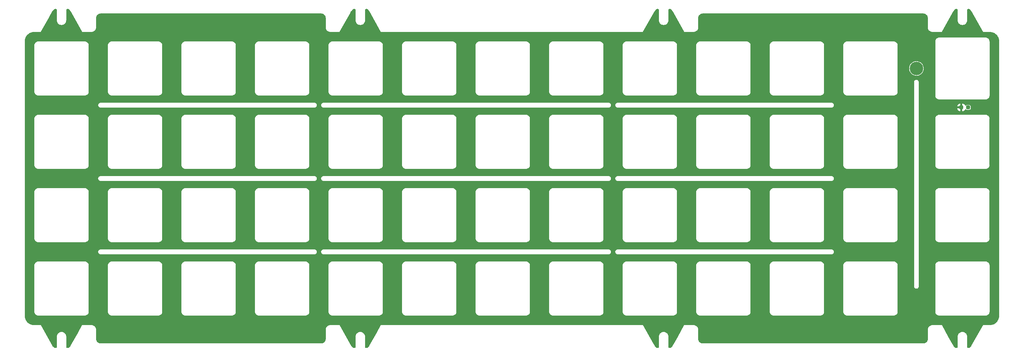
<source format=gbr>
G04 #@! TF.GenerationSoftware,KiCad,Pcbnew,(6.0.1-0)*
G04 #@! TF.CreationDate,2022-04-26T12:35:50-05:00*
G04 #@! TF.ProjectId,plate,706c6174-652e-46b6-9963-61645f706362,rev?*
G04 #@! TF.SameCoordinates,Original*
G04 #@! TF.FileFunction,Copper,L2,Bot*
G04 #@! TF.FilePolarity,Positive*
%FSLAX46Y46*%
G04 Gerber Fmt 4.6, Leading zero omitted, Abs format (unit mm)*
G04 Created by KiCad (PCBNEW (6.0.1-0)) date 2022-04-26 12:35:50*
%MOMM*%
%LPD*%
G01*
G04 APERTURE LIST*
G04 Aperture macros list*
%AMRoundRect*
0 Rectangle with rounded corners*
0 $1 Rounding radius*
0 $2 $3 $4 $5 $6 $7 $8 $9 X,Y pos of 4 corners*
0 Add a 4 corners polygon primitive as box body*
4,1,4,$2,$3,$4,$5,$6,$7,$8,$9,$2,$3,0*
0 Add four circle primitives for the rounded corners*
1,1,$1+$1,$2,$3*
1,1,$1+$1,$4,$5*
1,1,$1+$1,$6,$7*
1,1,$1+$1,$8,$9*
0 Add four rect primitives between the rounded corners*
20,1,$1+$1,$2,$3,$4,$5,0*
20,1,$1+$1,$4,$5,$6,$7,0*
20,1,$1+$1,$6,$7,$8,$9,0*
20,1,$1+$1,$8,$9,$2,$3,0*%
G04 Aperture macros list end*
G04 #@! TA.AperFunction,ComponentPad*
%ADD10C,3.500000*%
G04 #@! TD*
G04 #@! TA.AperFunction,SMDPad,CuDef*
%ADD11RoundRect,0.237500X-0.287500X-0.237500X0.287500X-0.237500X0.287500X0.237500X-0.287500X0.237500X0*%
G04 #@! TD*
G04 #@! TA.AperFunction,ViaPad*
%ADD12C,0.500000*%
G04 #@! TD*
G04 #@! TA.AperFunction,Conductor*
%ADD13C,0.250000*%
G04 #@! TD*
G04 APERTURE END LIST*
D10*
X377429670Y-50006460D03*
D11*
X389056243Y-60126781D03*
X390806243Y-60126781D03*
D12*
X387531243Y-60133041D03*
D13*
X387537503Y-60126781D02*
X387531243Y-60133041D01*
X389056243Y-60126781D02*
X387537503Y-60126781D01*
G04 #@! TA.AperFunction,Conductor*
G36*
X391135685Y-34573319D02*
G01*
X391147889Y-34582233D01*
X391317394Y-34722361D01*
X391326207Y-34730378D01*
X391515126Y-34919297D01*
X391523143Y-34928110D01*
X391688974Y-35128706D01*
X391694896Y-35137382D01*
X391695534Y-35139871D01*
X391697316Y-35140926D01*
X391702005Y-35147796D01*
X394671198Y-40492342D01*
X394674613Y-40500586D01*
X394680946Y-40503209D01*
X394686313Y-40507470D01*
X394695173Y-40506452D01*
X394697380Y-40506452D01*
X394697900Y-40506663D01*
X394698823Y-40506656D01*
X394702384Y-40506452D01*
X396474661Y-40506456D01*
X396474661Y-40506481D01*
X396474704Y-40506474D01*
X396479634Y-40508516D01*
X396483973Y-40506718D01*
X396538940Y-40510043D01*
X396756043Y-40523176D01*
X396771147Y-40525010D01*
X397036026Y-40573551D01*
X397050799Y-40577192D01*
X397307894Y-40657306D01*
X397322119Y-40662700D01*
X397567703Y-40773227D01*
X397581167Y-40780295D01*
X397811618Y-40919608D01*
X397824140Y-40928251D01*
X398036129Y-41094334D01*
X398047517Y-41104424D01*
X398237926Y-41294833D01*
X398248016Y-41306221D01*
X398414099Y-41518210D01*
X398422742Y-41530732D01*
X398562053Y-41761179D01*
X398569123Y-41774647D01*
X398668114Y-41994600D01*
X398679649Y-42020229D01*
X398685043Y-42034454D01*
X398755191Y-42259566D01*
X398765158Y-42291551D01*
X398768799Y-42306324D01*
X398817340Y-42571203D01*
X398819174Y-42586307D01*
X398835632Y-42858377D01*
X398833153Y-42858527D01*
X398833921Y-42862506D01*
X398833834Y-42862716D01*
X398834072Y-42863292D01*
X398834921Y-42867689D01*
X398835894Y-42867689D01*
X398835894Y-42884503D01*
X398835864Y-42885067D01*
X398835894Y-42885278D01*
X398835894Y-114295171D01*
X398835869Y-114295171D01*
X398835876Y-114295214D01*
X398833834Y-114300144D01*
X398835632Y-114304483D01*
X398834825Y-114317825D01*
X398819174Y-114576553D01*
X398817340Y-114591657D01*
X398768799Y-114856536D01*
X398765158Y-114871309D01*
X398685044Y-115128404D01*
X398679650Y-115142629D01*
X398679644Y-115142643D01*
X398569125Y-115388208D01*
X398562055Y-115401677D01*
X398422742Y-115632128D01*
X398414100Y-115644649D01*
X398249943Y-115854179D01*
X398248016Y-115856639D01*
X398237926Y-115868027D01*
X398047517Y-116058436D01*
X398036129Y-116068526D01*
X397824140Y-116234609D01*
X397811619Y-116243251D01*
X397581167Y-116382565D01*
X397567703Y-116389633D01*
X397467593Y-116434688D01*
X397322121Y-116500159D01*
X397307894Y-116505554D01*
X397050799Y-116585668D01*
X397036026Y-116589309D01*
X396771147Y-116637850D01*
X396756043Y-116639684D01*
X396483973Y-116656142D01*
X396483823Y-116653664D01*
X396479845Y-116654431D01*
X396479634Y-116654344D01*
X396479055Y-116654584D01*
X396474659Y-116655432D01*
X396474659Y-116656405D01*
X396469614Y-116656405D01*
X396458540Y-116656406D01*
X396457874Y-116656406D01*
X396457291Y-116656375D01*
X396457073Y-116656406D01*
X394710391Y-116656515D01*
X394695170Y-116656516D01*
X394686313Y-116655498D01*
X394680946Y-116659759D01*
X394674612Y-116662383D01*
X394671198Y-116670626D01*
X394670128Y-116672551D01*
X394669687Y-116672907D01*
X394669257Y-116673696D01*
X394667696Y-116676929D01*
X391702006Y-122015171D01*
X391697316Y-122022042D01*
X391695534Y-122023097D01*
X391694896Y-122025586D01*
X391688974Y-122034261D01*
X391677073Y-122048658D01*
X391523143Y-122234858D01*
X391515126Y-122243671D01*
X391326207Y-122432590D01*
X391317394Y-122440607D01*
X391147889Y-122580735D01*
X391082641Y-122608723D01*
X391067556Y-122609623D01*
X390834192Y-122609528D01*
X390828127Y-122609049D01*
X390824300Y-122607464D01*
X390821698Y-122608542D01*
X390814531Y-122607976D01*
X390770619Y-122601020D01*
X390759743Y-122599297D01*
X390722246Y-122587111D01*
X390681919Y-122566559D01*
X390681791Y-122566494D01*
X390649901Y-122543319D01*
X390617795Y-122511202D01*
X390594633Y-122479311D01*
X390574023Y-122438840D01*
X390561851Y-122401343D01*
X390553190Y-122346558D01*
X390552626Y-122339384D01*
X390553704Y-122336783D01*
X390552121Y-122332957D01*
X390551644Y-122326894D01*
X390551643Y-122315053D01*
X390551675Y-122314452D01*
X390551643Y-122314227D01*
X390551641Y-122234877D01*
X390551556Y-119671274D01*
X390552442Y-119660915D01*
X390553616Y-119658081D01*
X390556199Y-119658081D01*
X390554621Y-119640037D01*
X390546243Y-119544281D01*
X390537660Y-119446184D01*
X390482608Y-119240724D01*
X390405463Y-119075287D01*
X390395040Y-119052934D01*
X390395037Y-119052929D01*
X390392714Y-119047947D01*
X390389557Y-119043438D01*
X390273869Y-118878218D01*
X390273867Y-118878215D01*
X390270710Y-118873707D01*
X390120304Y-118723301D01*
X389946065Y-118601297D01*
X389941083Y-118598974D01*
X389941078Y-118598971D01*
X389758269Y-118513726D01*
X389758268Y-118513725D01*
X389753287Y-118511403D01*
X389747979Y-118509981D01*
X389747977Y-118509980D01*
X389553142Y-118457775D01*
X389553141Y-118457775D01*
X389547827Y-118456351D01*
X389335930Y-118437812D01*
X389124033Y-118456351D01*
X389118719Y-118457775D01*
X389118718Y-118457775D01*
X388923883Y-118509980D01*
X388923881Y-118509981D01*
X388918573Y-118511403D01*
X388913593Y-118513725D01*
X388913591Y-118513726D01*
X388730783Y-118598971D01*
X388730778Y-118598974D01*
X388725796Y-118601297D01*
X388721289Y-118604453D01*
X388721287Y-118604454D01*
X388556067Y-118720142D01*
X388556064Y-118720144D01*
X388551556Y-118723301D01*
X388401150Y-118873707D01*
X388397993Y-118878215D01*
X388397991Y-118878218D01*
X388282303Y-119043438D01*
X388279146Y-119047947D01*
X388276823Y-119052929D01*
X388276820Y-119052934D01*
X388266397Y-119075287D01*
X388189252Y-119240724D01*
X388134200Y-119446184D01*
X388115661Y-119658081D01*
X388118244Y-119658081D01*
X388119681Y-119661550D01*
X388120304Y-119667815D01*
X388120331Y-120444011D01*
X388120396Y-122315072D01*
X388120396Y-122326947D01*
X388119915Y-122333057D01*
X388118336Y-122336868D01*
X388119411Y-122339463D01*
X388118844Y-122346666D01*
X388110169Y-122401425D01*
X388097983Y-122438922D01*
X388097115Y-122440626D01*
X388077394Y-122479323D01*
X388077367Y-122479375D01*
X388054191Y-122511267D01*
X388022074Y-122543373D01*
X387990183Y-122566535D01*
X387949712Y-122587145D01*
X387912217Y-122599317D01*
X387857407Y-122607982D01*
X387850263Y-122608545D01*
X387847655Y-122607464D01*
X387843816Y-122609053D01*
X387837785Y-122609528D01*
X387826041Y-122609533D01*
X387825369Y-122609497D01*
X387825117Y-122609533D01*
X387604304Y-122609623D01*
X387536175Y-122589649D01*
X387523971Y-122580735D01*
X387354466Y-122440607D01*
X387345653Y-122432590D01*
X387156734Y-122243671D01*
X387148717Y-122234858D01*
X386994787Y-122048658D01*
X386982886Y-122034261D01*
X386976964Y-122025586D01*
X386976326Y-122023097D01*
X386974544Y-122022042D01*
X386969854Y-122015171D01*
X386668619Y-121472947D01*
X385663061Y-119662943D01*
X384008039Y-116683904D01*
X384008038Y-116683903D01*
X384000662Y-116670626D01*
X383997246Y-116662381D01*
X383990914Y-116659759D01*
X383985547Y-116655498D01*
X383976679Y-116656516D01*
X383974482Y-116656516D01*
X383973957Y-116656303D01*
X383973085Y-116656310D01*
X383969483Y-116656517D01*
X381607271Y-116656683D01*
X381601930Y-116656215D01*
X381598090Y-116654624D01*
X381598090Y-116652925D01*
X381582083Y-116654185D01*
X381412240Y-116667554D01*
X381412236Y-116667555D01*
X381407302Y-116667943D01*
X381340753Y-116683923D01*
X381226027Y-116711471D01*
X381226024Y-116711472D01*
X381221214Y-116712627D01*
X381216597Y-116714540D01*
X381048987Y-116783980D01*
X381048983Y-116783982D01*
X381044409Y-116785877D01*
X380881243Y-116885888D01*
X380735734Y-117010196D01*
X380611466Y-117155740D01*
X380608882Y-117159959D01*
X380514086Y-117314714D01*
X380514083Y-117314720D01*
X380511501Y-117318935D01*
X380509608Y-117323508D01*
X380447358Y-117473882D01*
X380438301Y-117495760D01*
X380437148Y-117500568D01*
X380437146Y-117500574D01*
X380396469Y-117670188D01*
X380393670Y-117681861D01*
X380378705Y-117872653D01*
X380380404Y-117872653D01*
X380382295Y-117877215D01*
X380382464Y-117878836D01*
X380382464Y-120247756D01*
X380382440Y-120248317D01*
X380380404Y-120253235D01*
X380382052Y-120257210D01*
X380381987Y-120258705D01*
X380365764Y-120444699D01*
X380361955Y-120466333D01*
X380315107Y-120641336D01*
X380307599Y-120661980D01*
X380231066Y-120826192D01*
X380220086Y-120845217D01*
X380116198Y-120993640D01*
X380102084Y-121010466D01*
X379973993Y-121138593D01*
X379957167Y-121152715D01*
X379808779Y-121256642D01*
X379789756Y-121267628D01*
X379625563Y-121344208D01*
X379604921Y-121351722D01*
X379429931Y-121398619D01*
X379408298Y-121402434D01*
X379222327Y-121418708D01*
X379220812Y-121418774D01*
X379216838Y-121417128D01*
X379211927Y-121419162D01*
X379211343Y-121419188D01*
X379195021Y-121419188D01*
X379194475Y-121419159D01*
X379194271Y-121419188D01*
X322073512Y-121419188D01*
X322072928Y-121419162D01*
X322068017Y-121417128D01*
X322064043Y-121418774D01*
X322062528Y-121418708D01*
X321876557Y-121402434D01*
X321854924Y-121398619D01*
X321679934Y-121351722D01*
X321659292Y-121344208D01*
X321495099Y-121267628D01*
X321476076Y-121256642D01*
X321327688Y-121152715D01*
X321310862Y-121138593D01*
X321182771Y-121010466D01*
X321168657Y-120993640D01*
X321064769Y-120845217D01*
X321053789Y-120826192D01*
X320977256Y-120661980D01*
X320969748Y-120641336D01*
X320922900Y-120466333D01*
X320919091Y-120444699D01*
X320902868Y-120258705D01*
X320902803Y-120257210D01*
X320904451Y-120253235D01*
X320902415Y-120248317D01*
X320902391Y-120247756D01*
X320902391Y-120231518D01*
X320902424Y-120230909D01*
X320902391Y-120230681D01*
X320902391Y-117881871D01*
X320902864Y-117876481D01*
X320904451Y-117872653D01*
X320906150Y-117872653D01*
X320891185Y-117681861D01*
X320888386Y-117670188D01*
X320847709Y-117500574D01*
X320847707Y-117500568D01*
X320846554Y-117495760D01*
X320837498Y-117473882D01*
X320775247Y-117323508D01*
X320773354Y-117318935D01*
X320770772Y-117314720D01*
X320770769Y-117314714D01*
X320675973Y-117159959D01*
X320673389Y-117155740D01*
X320549121Y-117010196D01*
X320403612Y-116885888D01*
X320240446Y-116785877D01*
X320235872Y-116783982D01*
X320235868Y-116783980D01*
X320068258Y-116714540D01*
X320063641Y-116712627D01*
X320058831Y-116711472D01*
X320058828Y-116711471D01*
X319944102Y-116683923D01*
X319877553Y-116667943D01*
X319872619Y-116667555D01*
X319872615Y-116667554D01*
X319703844Y-116654269D01*
X319703842Y-116654269D01*
X319686765Y-116652925D01*
X319686765Y-116654624D01*
X319682192Y-116656518D01*
X319680606Y-116656683D01*
X317304487Y-116656516D01*
X317295623Y-116655498D01*
X317290256Y-116659759D01*
X317283924Y-116662381D01*
X317280508Y-116670626D01*
X317279441Y-116672547D01*
X317279000Y-116672902D01*
X317278575Y-116673681D01*
X317277006Y-116676929D01*
X315618109Y-119662943D01*
X314612552Y-121472947D01*
X314311316Y-122015171D01*
X314306626Y-122022042D01*
X314304844Y-122023097D01*
X314304206Y-122025586D01*
X314298284Y-122034261D01*
X314286383Y-122048658D01*
X314132453Y-122234858D01*
X314124436Y-122243671D01*
X313935517Y-122432590D01*
X313926704Y-122440607D01*
X313757199Y-122580735D01*
X313691951Y-122608723D01*
X313676866Y-122609623D01*
X313443502Y-122609528D01*
X313437437Y-122609049D01*
X313433610Y-122607464D01*
X313431008Y-122608542D01*
X313423841Y-122607976D01*
X313379929Y-122601020D01*
X313369053Y-122599297D01*
X313331556Y-122587111D01*
X313291229Y-122566559D01*
X313291101Y-122566494D01*
X313259211Y-122543319D01*
X313227105Y-122511202D01*
X313203943Y-122479311D01*
X313183333Y-122438840D01*
X313171161Y-122401343D01*
X313162500Y-122346558D01*
X313161936Y-122339384D01*
X313163014Y-122336783D01*
X313161431Y-122332957D01*
X313160954Y-122326894D01*
X313160953Y-122315053D01*
X313160985Y-122314452D01*
X313160953Y-122314227D01*
X313160951Y-122234877D01*
X313160866Y-119671274D01*
X313161752Y-119660915D01*
X313162926Y-119658081D01*
X313165509Y-119658081D01*
X313163931Y-119640037D01*
X313155553Y-119544281D01*
X313146970Y-119446184D01*
X313091918Y-119240724D01*
X313014773Y-119075287D01*
X313004350Y-119052934D01*
X313004347Y-119052929D01*
X313002024Y-119047947D01*
X312998867Y-119043438D01*
X312883179Y-118878218D01*
X312883177Y-118878215D01*
X312880020Y-118873707D01*
X312729614Y-118723301D01*
X312555375Y-118601297D01*
X312550393Y-118598974D01*
X312550388Y-118598971D01*
X312367579Y-118513726D01*
X312367578Y-118513725D01*
X312362597Y-118511403D01*
X312357289Y-118509981D01*
X312357287Y-118509980D01*
X312162452Y-118457775D01*
X312162451Y-118457775D01*
X312157137Y-118456351D01*
X311945240Y-118437812D01*
X311733343Y-118456351D01*
X311728029Y-118457775D01*
X311728028Y-118457775D01*
X311533193Y-118509980D01*
X311533191Y-118509981D01*
X311527883Y-118511403D01*
X311522903Y-118513725D01*
X311522901Y-118513726D01*
X311340093Y-118598971D01*
X311340088Y-118598974D01*
X311335106Y-118601297D01*
X311330599Y-118604453D01*
X311330597Y-118604454D01*
X311165377Y-118720142D01*
X311165374Y-118720144D01*
X311160866Y-118723301D01*
X311010460Y-118873707D01*
X311007303Y-118878215D01*
X311007301Y-118878218D01*
X310891613Y-119043438D01*
X310888456Y-119047947D01*
X310886133Y-119052929D01*
X310886130Y-119052934D01*
X310875707Y-119075287D01*
X310798562Y-119240724D01*
X310743510Y-119446184D01*
X310724971Y-119658081D01*
X310727554Y-119658081D01*
X310728991Y-119661550D01*
X310729614Y-119667815D01*
X310729641Y-120444011D01*
X310729706Y-122315072D01*
X310729706Y-122326947D01*
X310729225Y-122333057D01*
X310727646Y-122336868D01*
X310728721Y-122339463D01*
X310728154Y-122346666D01*
X310719479Y-122401425D01*
X310707293Y-122438922D01*
X310706425Y-122440626D01*
X310686704Y-122479323D01*
X310686677Y-122479375D01*
X310663501Y-122511267D01*
X310631384Y-122543373D01*
X310599493Y-122566535D01*
X310559022Y-122587145D01*
X310521527Y-122599317D01*
X310466717Y-122607982D01*
X310459573Y-122608545D01*
X310456965Y-122607464D01*
X310453126Y-122609053D01*
X310447095Y-122609528D01*
X310435351Y-122609533D01*
X310434679Y-122609497D01*
X310434427Y-122609533D01*
X310213614Y-122609623D01*
X310145485Y-122589649D01*
X310133281Y-122580735D01*
X309963776Y-122440607D01*
X309954963Y-122432590D01*
X309766044Y-122243671D01*
X309758027Y-122234858D01*
X309604097Y-122048658D01*
X309592196Y-122034261D01*
X309586274Y-122025586D01*
X309585636Y-122023097D01*
X309583854Y-122022042D01*
X309579164Y-122015171D01*
X309277939Y-121472966D01*
X306609972Y-116670626D01*
X306606557Y-116662382D01*
X306600224Y-116659759D01*
X306594857Y-116655498D01*
X306585993Y-116656516D01*
X306583790Y-116656516D01*
X306583268Y-116656304D01*
X306582364Y-116656311D01*
X306578783Y-116656516D01*
X284764066Y-116656522D01*
X238723167Y-116656535D01*
X238714307Y-116655517D01*
X238708940Y-116659778D01*
X238702607Y-116662401D01*
X238699192Y-116670645D01*
X238698124Y-116672567D01*
X238697685Y-116672921D01*
X238697250Y-116673717D01*
X238695688Y-116676952D01*
X237624843Y-118604473D01*
X235730011Y-122015171D01*
X235730000Y-122015190D01*
X235725310Y-122022061D01*
X235723528Y-122023116D01*
X235722890Y-122025605D01*
X235716968Y-122034281D01*
X235551137Y-122234877D01*
X235543120Y-122243690D01*
X235354201Y-122432609D01*
X235345388Y-122440626D01*
X235175883Y-122580754D01*
X235110635Y-122608742D01*
X235095550Y-122609642D01*
X234862186Y-122609547D01*
X234856121Y-122609068D01*
X234852294Y-122607483D01*
X234849692Y-122608561D01*
X234842525Y-122607995D01*
X234798493Y-122601020D01*
X234787737Y-122599316D01*
X234750240Y-122587130D01*
X234729542Y-122576581D01*
X234709785Y-122566513D01*
X234677895Y-122543338D01*
X234645789Y-122511221D01*
X234622627Y-122479330D01*
X234602017Y-122438859D01*
X234589845Y-122401362D01*
X234581184Y-122346577D01*
X234580620Y-122339403D01*
X234581698Y-122336802D01*
X234580115Y-122332976D01*
X234579638Y-122326913D01*
X234579637Y-122315072D01*
X234579669Y-122314471D01*
X234579637Y-122314246D01*
X234579635Y-122234877D01*
X234579550Y-119671293D01*
X234580436Y-119660934D01*
X234581610Y-119658100D01*
X234584193Y-119658100D01*
X234582759Y-119641699D01*
X234566482Y-119455672D01*
X234565654Y-119446203D01*
X234510602Y-119240743D01*
X234508218Y-119235630D01*
X234423034Y-119052953D01*
X234423031Y-119052948D01*
X234420708Y-119047966D01*
X234417551Y-119043457D01*
X234301863Y-118878237D01*
X234301861Y-118878234D01*
X234298704Y-118873726D01*
X234148298Y-118723320D01*
X234143760Y-118720142D01*
X234071564Y-118669590D01*
X233974059Y-118601316D01*
X233969077Y-118598993D01*
X233969072Y-118598990D01*
X233786263Y-118513745D01*
X233786262Y-118513744D01*
X233781281Y-118511422D01*
X233775973Y-118510000D01*
X233775971Y-118509999D01*
X233581136Y-118457794D01*
X233581135Y-118457794D01*
X233575821Y-118456370D01*
X233363924Y-118437831D01*
X233152027Y-118456370D01*
X233146713Y-118457794D01*
X233146712Y-118457794D01*
X232951877Y-118509999D01*
X232951875Y-118510000D01*
X232946567Y-118511422D01*
X232941587Y-118513744D01*
X232941585Y-118513745D01*
X232758777Y-118598990D01*
X232758772Y-118598993D01*
X232753790Y-118601316D01*
X232749283Y-118604472D01*
X232749281Y-118604473D01*
X232584061Y-118720161D01*
X232584058Y-118720163D01*
X232579550Y-118723320D01*
X232429144Y-118873726D01*
X232425987Y-118878234D01*
X232425985Y-118878237D01*
X232310297Y-119043457D01*
X232307140Y-119047966D01*
X232304817Y-119052948D01*
X232304814Y-119052953D01*
X232219630Y-119235630D01*
X232217246Y-119240743D01*
X232162194Y-119446203D01*
X232143655Y-119658100D01*
X232146238Y-119658100D01*
X232147675Y-119661569D01*
X232148298Y-119667834D01*
X232148325Y-120444011D01*
X232148390Y-122315072D01*
X232148390Y-122326966D01*
X232147909Y-122333076D01*
X232146330Y-122336887D01*
X232147405Y-122339482D01*
X232146838Y-122346685D01*
X232138163Y-122401444D01*
X232125977Y-122438941D01*
X232115428Y-122459639D01*
X232105371Y-122479375D01*
X232105361Y-122479394D01*
X232082185Y-122511286D01*
X232050068Y-122543392D01*
X232018177Y-122566554D01*
X231977706Y-122587164D01*
X231940211Y-122599336D01*
X231885401Y-122608001D01*
X231878257Y-122608564D01*
X231875649Y-122607483D01*
X231871810Y-122609072D01*
X231865779Y-122609547D01*
X231854035Y-122609552D01*
X231853363Y-122609516D01*
X231853111Y-122609552D01*
X231632298Y-122609642D01*
X231564169Y-122589668D01*
X231551965Y-122580754D01*
X231382460Y-122440626D01*
X231373647Y-122432609D01*
X231184728Y-122243690D01*
X231176711Y-122234877D01*
X231010880Y-122034281D01*
X231004958Y-122025605D01*
X231004320Y-122023116D01*
X231002538Y-122022061D01*
X230997848Y-122015190D01*
X230997838Y-122015171D01*
X229693751Y-119667815D01*
X228036033Y-116683923D01*
X228036032Y-116683922D01*
X228028656Y-116670645D01*
X228025240Y-116662400D01*
X228018908Y-116659778D01*
X228013541Y-116655517D01*
X228004673Y-116656535D01*
X228002476Y-116656535D01*
X228001951Y-116656322D01*
X228001079Y-116656329D01*
X227997477Y-116656536D01*
X225635265Y-116656702D01*
X225629924Y-116656234D01*
X225626084Y-116654643D01*
X225626084Y-116652944D01*
X225610077Y-116654204D01*
X225440234Y-116667573D01*
X225440230Y-116667574D01*
X225435296Y-116667962D01*
X225368826Y-116683923D01*
X225254021Y-116711490D01*
X225254018Y-116711491D01*
X225249208Y-116712646D01*
X225220840Y-116724399D01*
X225076981Y-116783999D01*
X225076977Y-116784001D01*
X225072403Y-116785896D01*
X224909237Y-116885907D01*
X224763728Y-117010215D01*
X224639460Y-117155759D01*
X224636876Y-117159978D01*
X224542080Y-117314733D01*
X224542077Y-117314739D01*
X224539495Y-117318954D01*
X224537602Y-117323527D01*
X224475352Y-117473901D01*
X224466295Y-117495779D01*
X224421664Y-117681880D01*
X224421277Y-117686816D01*
X224408040Y-117855577D01*
X224406699Y-117872672D01*
X224408398Y-117872672D01*
X224410289Y-117877234D01*
X224410458Y-117878855D01*
X224410458Y-120247775D01*
X224410434Y-120248336D01*
X224408398Y-120253254D01*
X224410046Y-120257229D01*
X224409981Y-120258724D01*
X224393758Y-120444718D01*
X224389949Y-120466352D01*
X224343101Y-120641355D01*
X224335593Y-120661999D01*
X224259060Y-120826211D01*
X224248080Y-120845236D01*
X224144192Y-120993659D01*
X224130078Y-121010485D01*
X224002006Y-121138593D01*
X224001987Y-121138612D01*
X223985163Y-121152733D01*
X223860557Y-121240003D01*
X223836773Y-121256661D01*
X223817750Y-121267647D01*
X223653557Y-121344227D01*
X223632915Y-121351741D01*
X223457925Y-121398638D01*
X223436292Y-121402453D01*
X223250321Y-121418727D01*
X223248806Y-121418793D01*
X223244832Y-121417147D01*
X223239921Y-121419181D01*
X223239337Y-121419207D01*
X223223015Y-121419207D01*
X223222469Y-121419178D01*
X223222265Y-121419207D01*
X166101506Y-121419207D01*
X166100922Y-121419181D01*
X166096011Y-121417147D01*
X166092037Y-121418793D01*
X166090522Y-121418727D01*
X165904551Y-121402453D01*
X165882918Y-121398638D01*
X165707928Y-121351741D01*
X165687286Y-121344227D01*
X165523093Y-121267647D01*
X165504070Y-121256661D01*
X165480286Y-121240003D01*
X165355680Y-121152733D01*
X165338856Y-121138612D01*
X165338837Y-121138593D01*
X165210765Y-121010485D01*
X165196651Y-120993659D01*
X165092763Y-120845236D01*
X165081783Y-120826211D01*
X165005250Y-120661999D01*
X164997742Y-120641355D01*
X164950894Y-120466352D01*
X164947085Y-120444718D01*
X164930862Y-120258724D01*
X164930797Y-120257229D01*
X164932445Y-120253254D01*
X164930409Y-120248336D01*
X164930385Y-120247775D01*
X164930385Y-120231537D01*
X164930418Y-120230928D01*
X164930385Y-120230700D01*
X164930385Y-117881890D01*
X164930858Y-117876500D01*
X164932445Y-117872672D01*
X164934144Y-117872672D01*
X164919179Y-117681880D01*
X164874548Y-117495779D01*
X164865492Y-117473901D01*
X164803241Y-117323527D01*
X164801348Y-117318954D01*
X164798766Y-117314739D01*
X164798763Y-117314733D01*
X164703967Y-117159978D01*
X164701383Y-117155759D01*
X164577115Y-117010215D01*
X164431606Y-116885907D01*
X164268440Y-116785896D01*
X164263866Y-116784001D01*
X164263862Y-116783999D01*
X164120003Y-116724399D01*
X164091635Y-116712646D01*
X164086825Y-116711491D01*
X164086822Y-116711490D01*
X163972017Y-116683923D01*
X163905547Y-116667962D01*
X163900613Y-116667574D01*
X163900609Y-116667573D01*
X163731838Y-116654288D01*
X163731836Y-116654288D01*
X163714759Y-116652944D01*
X163714759Y-116654643D01*
X163710186Y-116656537D01*
X163708600Y-116656702D01*
X161333629Y-116656536D01*
X161323616Y-116655386D01*
X161317902Y-116659922D01*
X161311918Y-116662400D01*
X161308717Y-116670125D01*
X161307299Y-116672677D01*
X161306993Y-116672924D01*
X161306269Y-116674247D01*
X161305222Y-116676416D01*
X160168202Y-118723301D01*
X158339674Y-122015051D01*
X158334978Y-122021931D01*
X158333198Y-122022985D01*
X158332560Y-122025474D01*
X158326643Y-122034144D01*
X158160797Y-122234758D01*
X158152790Y-122243559D01*
X157963871Y-122432478D01*
X157955058Y-122440495D01*
X157785553Y-122580623D01*
X157720305Y-122608611D01*
X157705220Y-122609511D01*
X157471856Y-122609416D01*
X157465791Y-122608937D01*
X157461964Y-122607352D01*
X157459362Y-122608430D01*
X157452195Y-122607864D01*
X157408990Y-122601020D01*
X157397407Y-122599185D01*
X157359910Y-122586999D01*
X157339212Y-122576450D01*
X157319455Y-122566382D01*
X157287565Y-122543207D01*
X157255459Y-122511090D01*
X157232297Y-122479199D01*
X157211687Y-122438728D01*
X157199515Y-122401231D01*
X157190854Y-122346446D01*
X157190290Y-122339272D01*
X157191368Y-122336671D01*
X157189785Y-122332845D01*
X157189308Y-122326782D01*
X157189307Y-122314941D01*
X157189339Y-122314340D01*
X157189307Y-122314115D01*
X157189305Y-122234877D01*
X157189220Y-119671162D01*
X157190106Y-119660803D01*
X157191280Y-119657969D01*
X157193863Y-119657969D01*
X157192295Y-119640037D01*
X157183907Y-119544169D01*
X157175324Y-119446072D01*
X157120272Y-119240612D01*
X157117949Y-119235630D01*
X157032704Y-119052822D01*
X157032701Y-119052817D01*
X157030378Y-119047835D01*
X156933060Y-118908850D01*
X156911533Y-118878106D01*
X156911531Y-118878103D01*
X156908374Y-118873595D01*
X156757968Y-118723189D01*
X156583729Y-118601185D01*
X156578747Y-118598862D01*
X156578742Y-118598859D01*
X156395933Y-118513614D01*
X156395932Y-118513613D01*
X156390951Y-118511291D01*
X156385643Y-118509869D01*
X156385641Y-118509868D01*
X156190806Y-118457663D01*
X156190805Y-118457663D01*
X156185491Y-118456239D01*
X155973594Y-118437700D01*
X155761697Y-118456239D01*
X155756383Y-118457663D01*
X155756382Y-118457663D01*
X155561547Y-118509868D01*
X155561545Y-118509869D01*
X155556237Y-118511291D01*
X155551257Y-118513613D01*
X155551255Y-118513614D01*
X155368447Y-118598859D01*
X155368442Y-118598862D01*
X155363460Y-118601185D01*
X155358953Y-118604341D01*
X155358951Y-118604342D01*
X155193731Y-118720030D01*
X155193728Y-118720032D01*
X155189220Y-118723189D01*
X155038814Y-118873595D01*
X155035657Y-118878103D01*
X155035655Y-118878106D01*
X155014128Y-118908850D01*
X154916810Y-119047835D01*
X154914487Y-119052817D01*
X154914484Y-119052822D01*
X154829239Y-119235630D01*
X154826916Y-119240612D01*
X154771864Y-119446072D01*
X154753325Y-119657969D01*
X154755908Y-119657969D01*
X154757345Y-119661438D01*
X154757968Y-119667703D01*
X154757995Y-120444011D01*
X154758060Y-122315072D01*
X154758060Y-122326835D01*
X154757579Y-122332945D01*
X154756000Y-122336756D01*
X154757075Y-122339351D01*
X154756508Y-122346554D01*
X154747833Y-122401313D01*
X154735647Y-122438810D01*
X154715031Y-122479263D01*
X154691855Y-122511155D01*
X154659738Y-122543261D01*
X154627847Y-122566423D01*
X154587376Y-122587033D01*
X154549881Y-122599205D01*
X154495071Y-122607870D01*
X154487927Y-122608433D01*
X154485319Y-122607352D01*
X154481480Y-122608941D01*
X154475449Y-122609416D01*
X154463705Y-122609421D01*
X154463033Y-122609385D01*
X154462781Y-122609421D01*
X154241968Y-122609511D01*
X154173839Y-122589537D01*
X154161635Y-122580623D01*
X153992130Y-122440495D01*
X153983317Y-122432478D01*
X153794398Y-122243559D01*
X153786391Y-122234758D01*
X153620544Y-122034143D01*
X153614628Y-122025477D01*
X153613990Y-122022985D01*
X153612207Y-122021929D01*
X153607517Y-122015059D01*
X150645349Y-116683801D01*
X150645348Y-116683799D01*
X150637966Y-116670514D01*
X150634551Y-116662270D01*
X150628218Y-116659647D01*
X150622849Y-116655385D01*
X150613984Y-116656404D01*
X150611784Y-116656404D01*
X150611261Y-116656192D01*
X150610340Y-116656199D01*
X150606764Y-116656404D01*
X148834786Y-116656404D01*
X148834786Y-116656385D01*
X148834753Y-116656390D01*
X148829842Y-116654356D01*
X148825503Y-116656154D01*
X148668779Y-116646674D01*
X148553433Y-116639696D01*
X148538329Y-116637862D01*
X148273450Y-116589321D01*
X148258677Y-116585680D01*
X148001582Y-116505566D01*
X147987355Y-116500171D01*
X147741773Y-116389645D01*
X147728309Y-116382577D01*
X147497857Y-116243263D01*
X147485336Y-116234621D01*
X147273347Y-116068538D01*
X147261959Y-116058448D01*
X147071550Y-115868039D01*
X147061460Y-115856651D01*
X146895377Y-115644662D01*
X146886734Y-115632140D01*
X146747423Y-115401693D01*
X146740351Y-115388220D01*
X146629827Y-115142643D01*
X146624432Y-115128416D01*
X146544318Y-114871321D01*
X146540677Y-114856548D01*
X146492136Y-114591669D01*
X146490302Y-114576565D01*
X146473844Y-114304495D01*
X146476323Y-114304345D01*
X146475555Y-114300366D01*
X146475642Y-114300156D01*
X146475404Y-114299580D01*
X146474555Y-114295183D01*
X146473582Y-114295183D01*
X146473582Y-114278369D01*
X146473612Y-114277802D01*
X146473582Y-114277594D01*
X146473582Y-113156700D01*
X148943615Y-113156700D01*
X148959246Y-113335369D01*
X149005666Y-113508610D01*
X149007989Y-113513591D01*
X149007989Y-113513592D01*
X149079137Y-113666171D01*
X149079140Y-113666176D01*
X149081463Y-113671158D01*
X149138901Y-113753188D01*
X149160069Y-113783418D01*
X149184335Y-113818074D01*
X149311156Y-113944895D01*
X149315664Y-113948052D01*
X149315667Y-113948054D01*
X149320380Y-113951354D01*
X149458072Y-114047767D01*
X149463054Y-114050090D01*
X149463059Y-114050093D01*
X149606303Y-114116888D01*
X149620620Y-114123564D01*
X149625928Y-114124986D01*
X149625930Y-114124987D01*
X149678891Y-114139178D01*
X149793861Y-114169984D01*
X149899231Y-114179202D01*
X149954845Y-114184068D01*
X149954846Y-114184068D01*
X149972530Y-114185615D01*
X149972530Y-114183760D01*
X149977142Y-114181850D01*
X149978645Y-114181700D01*
X161963563Y-114181700D01*
X161968596Y-114182130D01*
X161972530Y-114183760D01*
X161972530Y-114185615D01*
X161988798Y-114184192D01*
X161988799Y-114184192D01*
X162063803Y-114177630D01*
X162151199Y-114169984D01*
X162266169Y-114139178D01*
X162319130Y-114124987D01*
X162319132Y-114124986D01*
X162324440Y-114123564D01*
X162338757Y-114116888D01*
X162482001Y-114050093D01*
X162482006Y-114050090D01*
X162486988Y-114047767D01*
X162624680Y-113951354D01*
X162629393Y-113948054D01*
X162629396Y-113948052D01*
X162633904Y-113944895D01*
X162760725Y-113818074D01*
X162784992Y-113783418D01*
X162806159Y-113753188D01*
X162863597Y-113671158D01*
X162865920Y-113666176D01*
X162865923Y-113666171D01*
X162937071Y-113513592D01*
X162937071Y-113513591D01*
X162939394Y-113508610D01*
X162985814Y-113335369D01*
X163001445Y-113156700D01*
X167993695Y-113156700D01*
X168009326Y-113335369D01*
X168055746Y-113508610D01*
X168058069Y-113513591D01*
X168058069Y-113513592D01*
X168129217Y-113666171D01*
X168129220Y-113666176D01*
X168131543Y-113671158D01*
X168188981Y-113753188D01*
X168210149Y-113783418D01*
X168234415Y-113818074D01*
X168361236Y-113944895D01*
X168365744Y-113948052D01*
X168365747Y-113948054D01*
X168370460Y-113951354D01*
X168508152Y-114047767D01*
X168513134Y-114050090D01*
X168513139Y-114050093D01*
X168656383Y-114116888D01*
X168670700Y-114123564D01*
X168676008Y-114124986D01*
X168676010Y-114124987D01*
X168728971Y-114139178D01*
X168843941Y-114169984D01*
X168949311Y-114179202D01*
X169004925Y-114184068D01*
X169004926Y-114184068D01*
X169022610Y-114185615D01*
X169022610Y-114183760D01*
X169027222Y-114181850D01*
X169028725Y-114181700D01*
X181013643Y-114181700D01*
X181018676Y-114182130D01*
X181022610Y-114183760D01*
X181022610Y-114185615D01*
X181038878Y-114184192D01*
X181038879Y-114184192D01*
X181113883Y-114177630D01*
X181201279Y-114169984D01*
X181316249Y-114139178D01*
X181369210Y-114124987D01*
X181369212Y-114124986D01*
X181374520Y-114123564D01*
X181388837Y-114116888D01*
X181532081Y-114050093D01*
X181532086Y-114050090D01*
X181537068Y-114047767D01*
X181674760Y-113951354D01*
X181679473Y-113948054D01*
X181679476Y-113948052D01*
X181683984Y-113944895D01*
X181810805Y-113818074D01*
X181835072Y-113783418D01*
X181856239Y-113753188D01*
X181913677Y-113671158D01*
X181916000Y-113666176D01*
X181916003Y-113666171D01*
X181987151Y-113513592D01*
X181987151Y-113513591D01*
X181989474Y-113508610D01*
X182035894Y-113335369D01*
X182051525Y-113156700D01*
X187043775Y-113156700D01*
X187059406Y-113335369D01*
X187105826Y-113508610D01*
X187108149Y-113513591D01*
X187108149Y-113513592D01*
X187179297Y-113666171D01*
X187179300Y-113666176D01*
X187181623Y-113671158D01*
X187239061Y-113753188D01*
X187260229Y-113783418D01*
X187284495Y-113818074D01*
X187411316Y-113944895D01*
X187415824Y-113948052D01*
X187415827Y-113948054D01*
X187420540Y-113951354D01*
X187558232Y-114047767D01*
X187563214Y-114050090D01*
X187563219Y-114050093D01*
X187706463Y-114116888D01*
X187720780Y-114123564D01*
X187726088Y-114124986D01*
X187726090Y-114124987D01*
X187779051Y-114139178D01*
X187894021Y-114169984D01*
X187999391Y-114179202D01*
X188055005Y-114184068D01*
X188055006Y-114184068D01*
X188072690Y-114185615D01*
X188072690Y-114183760D01*
X188077302Y-114181850D01*
X188078805Y-114181700D01*
X200063723Y-114181700D01*
X200068756Y-114182130D01*
X200072690Y-114183760D01*
X200072690Y-114185615D01*
X200088958Y-114184192D01*
X200088959Y-114184192D01*
X200163963Y-114177630D01*
X200251359Y-114169984D01*
X200366329Y-114139178D01*
X200419290Y-114124987D01*
X200419292Y-114124986D01*
X200424600Y-114123564D01*
X200438917Y-114116888D01*
X200582161Y-114050093D01*
X200582166Y-114050090D01*
X200587148Y-114047767D01*
X200724840Y-113951354D01*
X200729553Y-113948054D01*
X200729556Y-113948052D01*
X200734064Y-113944895D01*
X200860885Y-113818074D01*
X200885152Y-113783418D01*
X200906319Y-113753188D01*
X200963757Y-113671158D01*
X200966080Y-113666176D01*
X200966083Y-113666171D01*
X201037231Y-113513592D01*
X201037231Y-113513591D01*
X201039554Y-113508610D01*
X201085974Y-113335369D01*
X201101605Y-113156700D01*
X206093855Y-113156700D01*
X206109486Y-113335369D01*
X206155906Y-113508610D01*
X206158229Y-113513591D01*
X206158229Y-113513592D01*
X206229377Y-113666171D01*
X206229380Y-113666176D01*
X206231703Y-113671158D01*
X206289141Y-113753188D01*
X206310309Y-113783418D01*
X206334575Y-113818074D01*
X206461396Y-113944895D01*
X206465904Y-113948052D01*
X206465907Y-113948054D01*
X206470620Y-113951354D01*
X206608312Y-114047767D01*
X206613294Y-114050090D01*
X206613299Y-114050093D01*
X206756543Y-114116888D01*
X206770860Y-114123564D01*
X206776168Y-114124986D01*
X206776170Y-114124987D01*
X206829131Y-114139178D01*
X206944101Y-114169984D01*
X207049471Y-114179202D01*
X207105085Y-114184068D01*
X207105086Y-114184068D01*
X207122770Y-114185615D01*
X207122770Y-114183760D01*
X207127382Y-114181850D01*
X207128885Y-114181700D01*
X219113803Y-114181700D01*
X219118836Y-114182130D01*
X219122770Y-114183760D01*
X219122770Y-114185615D01*
X219139038Y-114184192D01*
X219139039Y-114184192D01*
X219214043Y-114177630D01*
X219301439Y-114169984D01*
X219416409Y-114139178D01*
X219469370Y-114124987D01*
X219469372Y-114124986D01*
X219474680Y-114123564D01*
X219488997Y-114116888D01*
X219632241Y-114050093D01*
X219632246Y-114050090D01*
X219637228Y-114047767D01*
X219774920Y-113951354D01*
X219779633Y-113948054D01*
X219779636Y-113948052D01*
X219784144Y-113944895D01*
X219910965Y-113818074D01*
X219935232Y-113783418D01*
X219956399Y-113753188D01*
X220013837Y-113671158D01*
X220016160Y-113666176D01*
X220016163Y-113666171D01*
X220087311Y-113513592D01*
X220087311Y-113513591D01*
X220089634Y-113508610D01*
X220136054Y-113335369D01*
X220151685Y-113156700D01*
X225143935Y-113156700D01*
X225159566Y-113335369D01*
X225205986Y-113508610D01*
X225208309Y-113513591D01*
X225208309Y-113513592D01*
X225279457Y-113666171D01*
X225279460Y-113666176D01*
X225281783Y-113671158D01*
X225339221Y-113753188D01*
X225360389Y-113783418D01*
X225384655Y-113818074D01*
X225511476Y-113944895D01*
X225515984Y-113948052D01*
X225515987Y-113948054D01*
X225520700Y-113951354D01*
X225658392Y-114047767D01*
X225663374Y-114050090D01*
X225663379Y-114050093D01*
X225806623Y-114116888D01*
X225820940Y-114123564D01*
X225826248Y-114124986D01*
X225826250Y-114124987D01*
X225879211Y-114139178D01*
X225994181Y-114169984D01*
X226099551Y-114179202D01*
X226155165Y-114184068D01*
X226155166Y-114184068D01*
X226172850Y-114185615D01*
X226172850Y-114183760D01*
X226177462Y-114181850D01*
X226178965Y-114181700D01*
X238163883Y-114181700D01*
X238168916Y-114182130D01*
X238172850Y-114183760D01*
X238172850Y-114185615D01*
X238189118Y-114184192D01*
X238189119Y-114184192D01*
X238264123Y-114177630D01*
X238351519Y-114169984D01*
X238466489Y-114139178D01*
X238519450Y-114124987D01*
X238519452Y-114124986D01*
X238524760Y-114123564D01*
X238539077Y-114116888D01*
X238682321Y-114050093D01*
X238682326Y-114050090D01*
X238687308Y-114047767D01*
X238825000Y-113951354D01*
X238829713Y-113948054D01*
X238829716Y-113948052D01*
X238834224Y-113944895D01*
X238961045Y-113818074D01*
X238985312Y-113783418D01*
X239006479Y-113753188D01*
X239063917Y-113671158D01*
X239066240Y-113666176D01*
X239066243Y-113666171D01*
X239137391Y-113513592D01*
X239137391Y-113513591D01*
X239139714Y-113508610D01*
X239186134Y-113335369D01*
X239201765Y-113156700D01*
X244194015Y-113156700D01*
X244209646Y-113335369D01*
X244256066Y-113508610D01*
X244258389Y-113513591D01*
X244258389Y-113513592D01*
X244329537Y-113666171D01*
X244329540Y-113666176D01*
X244331863Y-113671158D01*
X244389301Y-113753188D01*
X244410469Y-113783418D01*
X244434735Y-113818074D01*
X244561556Y-113944895D01*
X244566064Y-113948052D01*
X244566067Y-113948054D01*
X244570780Y-113951354D01*
X244708472Y-114047767D01*
X244713454Y-114050090D01*
X244713459Y-114050093D01*
X244856703Y-114116888D01*
X244871020Y-114123564D01*
X244876328Y-114124986D01*
X244876330Y-114124987D01*
X244929291Y-114139178D01*
X245044261Y-114169984D01*
X245149631Y-114179202D01*
X245205245Y-114184068D01*
X245205246Y-114184068D01*
X245222930Y-114185615D01*
X245222930Y-114183760D01*
X245227542Y-114181850D01*
X245229045Y-114181700D01*
X257213963Y-114181700D01*
X257218996Y-114182130D01*
X257222930Y-114183760D01*
X257222930Y-114185615D01*
X257239198Y-114184192D01*
X257239199Y-114184192D01*
X257314203Y-114177630D01*
X257401599Y-114169984D01*
X257516569Y-114139178D01*
X257569530Y-114124987D01*
X257569532Y-114124986D01*
X257574840Y-114123564D01*
X257589157Y-114116888D01*
X257732401Y-114050093D01*
X257732406Y-114050090D01*
X257737388Y-114047767D01*
X257875080Y-113951354D01*
X257879793Y-113948054D01*
X257879796Y-113948052D01*
X257884304Y-113944895D01*
X258011125Y-113818074D01*
X258035392Y-113783418D01*
X258056559Y-113753188D01*
X258113997Y-113671158D01*
X258116320Y-113666176D01*
X258116323Y-113666171D01*
X258187471Y-113513592D01*
X258187471Y-113513591D01*
X258189794Y-113508610D01*
X258236214Y-113335369D01*
X258251845Y-113156700D01*
X263244095Y-113156700D01*
X263259726Y-113335369D01*
X263306146Y-113508610D01*
X263308469Y-113513591D01*
X263308469Y-113513592D01*
X263379617Y-113666171D01*
X263379620Y-113666176D01*
X263381943Y-113671158D01*
X263439381Y-113753188D01*
X263460549Y-113783418D01*
X263484815Y-113818074D01*
X263611636Y-113944895D01*
X263616144Y-113948052D01*
X263616147Y-113948054D01*
X263620860Y-113951354D01*
X263758552Y-114047767D01*
X263763534Y-114050090D01*
X263763539Y-114050093D01*
X263906783Y-114116888D01*
X263921100Y-114123564D01*
X263926408Y-114124986D01*
X263926410Y-114124987D01*
X263979371Y-114139178D01*
X264094341Y-114169984D01*
X264199711Y-114179202D01*
X264255325Y-114184068D01*
X264255326Y-114184068D01*
X264273010Y-114185615D01*
X264273010Y-114183760D01*
X264277622Y-114181850D01*
X264279125Y-114181700D01*
X276264043Y-114181700D01*
X276269076Y-114182130D01*
X276273010Y-114183760D01*
X276273010Y-114185615D01*
X276289278Y-114184192D01*
X276289279Y-114184192D01*
X276364283Y-114177630D01*
X276451679Y-114169984D01*
X276566649Y-114139178D01*
X276619610Y-114124987D01*
X276619612Y-114124986D01*
X276624920Y-114123564D01*
X276639237Y-114116888D01*
X276782481Y-114050093D01*
X276782486Y-114050090D01*
X276787468Y-114047767D01*
X276925160Y-113951354D01*
X276929873Y-113948054D01*
X276929876Y-113948052D01*
X276934384Y-113944895D01*
X277061205Y-113818074D01*
X277085472Y-113783418D01*
X277106639Y-113753188D01*
X277164077Y-113671158D01*
X277166400Y-113666176D01*
X277166403Y-113666171D01*
X277237551Y-113513592D01*
X277237551Y-113513591D01*
X277239874Y-113508610D01*
X277286294Y-113335369D01*
X277301925Y-113156700D01*
X282294175Y-113156700D01*
X282309806Y-113335369D01*
X282356226Y-113508610D01*
X282358549Y-113513591D01*
X282358549Y-113513592D01*
X282429697Y-113666171D01*
X282429700Y-113666176D01*
X282432023Y-113671158D01*
X282489461Y-113753188D01*
X282510629Y-113783418D01*
X282534895Y-113818074D01*
X282661716Y-113944895D01*
X282666224Y-113948052D01*
X282666227Y-113948054D01*
X282670940Y-113951354D01*
X282808632Y-114047767D01*
X282813614Y-114050090D01*
X282813619Y-114050093D01*
X282956863Y-114116888D01*
X282971180Y-114123564D01*
X282976488Y-114124986D01*
X282976490Y-114124987D01*
X283029451Y-114139178D01*
X283144421Y-114169984D01*
X283249791Y-114179202D01*
X283305405Y-114184068D01*
X283305406Y-114184068D01*
X283323090Y-114185615D01*
X283323090Y-114183760D01*
X283327702Y-114181850D01*
X283329205Y-114181700D01*
X295314123Y-114181700D01*
X295319156Y-114182130D01*
X295323090Y-114183760D01*
X295323090Y-114185615D01*
X295339358Y-114184192D01*
X295339359Y-114184192D01*
X295414363Y-114177630D01*
X295501759Y-114169984D01*
X295616729Y-114139178D01*
X295669690Y-114124987D01*
X295669692Y-114124986D01*
X295675000Y-114123564D01*
X295689317Y-114116888D01*
X295832561Y-114050093D01*
X295832566Y-114050090D01*
X295837548Y-114047767D01*
X295975240Y-113951354D01*
X295979953Y-113948054D01*
X295979956Y-113948052D01*
X295984464Y-113944895D01*
X296111285Y-113818074D01*
X296135552Y-113783418D01*
X296156719Y-113753188D01*
X296214157Y-113671158D01*
X296216480Y-113666176D01*
X296216483Y-113666171D01*
X296287631Y-113513592D01*
X296287631Y-113513591D01*
X296289954Y-113508610D01*
X296336374Y-113335369D01*
X296352005Y-113156700D01*
X301344255Y-113156700D01*
X301359886Y-113335369D01*
X301406306Y-113508610D01*
X301408629Y-113513591D01*
X301408629Y-113513592D01*
X301479777Y-113666171D01*
X301479780Y-113666176D01*
X301482103Y-113671158D01*
X301539541Y-113753188D01*
X301560709Y-113783418D01*
X301584975Y-113818074D01*
X301711796Y-113944895D01*
X301716304Y-113948052D01*
X301716307Y-113948054D01*
X301721020Y-113951354D01*
X301858712Y-114047767D01*
X301863694Y-114050090D01*
X301863699Y-114050093D01*
X302006943Y-114116888D01*
X302021260Y-114123564D01*
X302026568Y-114124986D01*
X302026570Y-114124987D01*
X302079531Y-114139178D01*
X302194501Y-114169984D01*
X302299871Y-114179202D01*
X302355485Y-114184068D01*
X302355486Y-114184068D01*
X302373170Y-114185615D01*
X302373170Y-114183760D01*
X302377782Y-114181850D01*
X302379285Y-114181700D01*
X314364203Y-114181700D01*
X314369236Y-114182130D01*
X314373170Y-114183760D01*
X314373170Y-114185615D01*
X314389438Y-114184192D01*
X314389439Y-114184192D01*
X314464443Y-114177630D01*
X314551839Y-114169984D01*
X314666809Y-114139178D01*
X314719770Y-114124987D01*
X314719772Y-114124986D01*
X314725080Y-114123564D01*
X314739397Y-114116888D01*
X314882641Y-114050093D01*
X314882646Y-114050090D01*
X314887628Y-114047767D01*
X315025320Y-113951354D01*
X315030033Y-113948054D01*
X315030036Y-113948052D01*
X315034544Y-113944895D01*
X315161365Y-113818074D01*
X315185632Y-113783418D01*
X315206799Y-113753188D01*
X315264237Y-113671158D01*
X315266560Y-113666176D01*
X315266563Y-113666171D01*
X315337711Y-113513592D01*
X315337711Y-113513591D01*
X315340034Y-113508610D01*
X315386454Y-113335369D01*
X315402085Y-113156700D01*
X320394335Y-113156700D01*
X320409966Y-113335369D01*
X320456386Y-113508610D01*
X320458709Y-113513591D01*
X320458709Y-113513592D01*
X320529857Y-113666171D01*
X320529860Y-113666176D01*
X320532183Y-113671158D01*
X320589621Y-113753188D01*
X320610789Y-113783418D01*
X320635055Y-113818074D01*
X320761876Y-113944895D01*
X320766384Y-113948052D01*
X320766387Y-113948054D01*
X320771100Y-113951354D01*
X320908792Y-114047767D01*
X320913774Y-114050090D01*
X320913779Y-114050093D01*
X321057023Y-114116888D01*
X321071340Y-114123564D01*
X321076648Y-114124986D01*
X321076650Y-114124987D01*
X321129611Y-114139178D01*
X321244581Y-114169984D01*
X321349951Y-114179202D01*
X321405565Y-114184068D01*
X321405566Y-114184068D01*
X321423250Y-114185615D01*
X321423250Y-114183760D01*
X321427862Y-114181850D01*
X321429365Y-114181700D01*
X333414283Y-114181700D01*
X333419316Y-114182130D01*
X333423250Y-114183760D01*
X333423250Y-114185615D01*
X333439518Y-114184192D01*
X333439519Y-114184192D01*
X333514523Y-114177630D01*
X333601919Y-114169984D01*
X333716889Y-114139178D01*
X333769850Y-114124987D01*
X333769852Y-114124986D01*
X333775160Y-114123564D01*
X333789477Y-114116888D01*
X333932721Y-114050093D01*
X333932726Y-114050090D01*
X333937708Y-114047767D01*
X334075400Y-113951354D01*
X334080113Y-113948054D01*
X334080116Y-113948052D01*
X334084624Y-113944895D01*
X334211445Y-113818074D01*
X334235712Y-113783418D01*
X334256879Y-113753188D01*
X334314317Y-113671158D01*
X334316640Y-113666176D01*
X334316643Y-113666171D01*
X334387791Y-113513592D01*
X334387791Y-113513591D01*
X334390114Y-113508610D01*
X334436534Y-113335369D01*
X334451876Y-113160000D01*
X339444415Y-113160000D01*
X339460046Y-113338669D01*
X339506466Y-113511910D01*
X339508789Y-113516891D01*
X339508789Y-113516892D01*
X339579937Y-113669471D01*
X339579940Y-113669476D01*
X339582263Y-113674458D01*
X339585420Y-113678966D01*
X339679666Y-113813563D01*
X339685135Y-113821374D01*
X339811956Y-113948195D01*
X339816464Y-113951352D01*
X339816467Y-113951354D01*
X339876842Y-113993629D01*
X339958872Y-114051067D01*
X339963854Y-114053390D01*
X339963859Y-114053393D01*
X340100026Y-114116888D01*
X340121420Y-114126864D01*
X340126728Y-114128286D01*
X340126730Y-114128287D01*
X340179691Y-114142478D01*
X340294661Y-114173284D01*
X340400031Y-114182502D01*
X340455645Y-114187368D01*
X340455646Y-114187368D01*
X340473330Y-114188915D01*
X340473330Y-114187060D01*
X340477942Y-114185150D01*
X340479445Y-114185000D01*
X352464363Y-114185000D01*
X352469396Y-114185430D01*
X352473330Y-114187060D01*
X352473330Y-114188915D01*
X352489598Y-114187492D01*
X352489599Y-114187492D01*
X352564603Y-114180930D01*
X352651999Y-114173284D01*
X352766969Y-114142478D01*
X352819930Y-114128287D01*
X352819932Y-114128286D01*
X352825240Y-114126864D01*
X352846634Y-114116888D01*
X352982801Y-114053393D01*
X352982806Y-114053390D01*
X352987788Y-114051067D01*
X353069818Y-113993629D01*
X353130193Y-113951354D01*
X353130196Y-113951352D01*
X353134704Y-113948195D01*
X353261525Y-113821374D01*
X353266995Y-113813563D01*
X353361240Y-113678966D01*
X353364397Y-113674458D01*
X353366720Y-113669476D01*
X353366723Y-113669471D01*
X353437871Y-113516892D01*
X353437871Y-113516891D01*
X353440194Y-113511910D01*
X353486614Y-113338669D01*
X353502245Y-113160000D01*
X353500390Y-113160000D01*
X353499023Y-113156700D01*
X358494495Y-113156700D01*
X358510126Y-113335369D01*
X358556546Y-113508610D01*
X358558869Y-113513591D01*
X358558869Y-113513592D01*
X358630017Y-113666171D01*
X358630020Y-113666176D01*
X358632343Y-113671158D01*
X358689781Y-113753188D01*
X358710949Y-113783418D01*
X358735215Y-113818074D01*
X358862036Y-113944895D01*
X358866544Y-113948052D01*
X358866547Y-113948054D01*
X358871260Y-113951354D01*
X359008952Y-114047767D01*
X359013934Y-114050090D01*
X359013939Y-114050093D01*
X359157183Y-114116888D01*
X359171500Y-114123564D01*
X359176808Y-114124986D01*
X359176810Y-114124987D01*
X359229771Y-114139178D01*
X359344741Y-114169984D01*
X359450111Y-114179202D01*
X359505725Y-114184068D01*
X359505726Y-114184068D01*
X359523410Y-114185615D01*
X359523410Y-114183760D01*
X359528022Y-114181850D01*
X359529525Y-114181700D01*
X371514443Y-114181700D01*
X371519476Y-114182130D01*
X371523410Y-114183760D01*
X371523410Y-114185615D01*
X371539678Y-114184192D01*
X371539679Y-114184192D01*
X371614683Y-114177630D01*
X371702079Y-114169984D01*
X371817049Y-114139178D01*
X371870010Y-114124987D01*
X371870012Y-114124986D01*
X371875320Y-114123564D01*
X371889637Y-114116888D01*
X372032881Y-114050093D01*
X372032886Y-114050090D01*
X372037868Y-114047767D01*
X372175560Y-113951354D01*
X372180273Y-113948054D01*
X372180276Y-113948052D01*
X372184784Y-113944895D01*
X372311605Y-113818074D01*
X372335872Y-113783418D01*
X372357039Y-113753188D01*
X372414477Y-113671158D01*
X372416800Y-113666176D01*
X372416803Y-113666171D01*
X372487951Y-113513592D01*
X372487951Y-113513591D01*
X372490274Y-113508610D01*
X372536694Y-113335369D01*
X372552325Y-113156700D01*
X382307095Y-113156700D01*
X382322726Y-113335369D01*
X382369146Y-113508610D01*
X382371469Y-113513591D01*
X382371469Y-113513592D01*
X382442617Y-113666171D01*
X382442620Y-113666176D01*
X382444943Y-113671158D01*
X382502381Y-113753188D01*
X382523549Y-113783418D01*
X382547815Y-113818074D01*
X382674636Y-113944895D01*
X382679144Y-113948052D01*
X382679147Y-113948054D01*
X382683860Y-113951354D01*
X382821552Y-114047767D01*
X382826534Y-114050090D01*
X382826539Y-114050093D01*
X382969783Y-114116888D01*
X382984100Y-114123564D01*
X382989408Y-114124986D01*
X382989410Y-114124987D01*
X383042371Y-114139178D01*
X383157341Y-114169984D01*
X383262711Y-114179202D01*
X383318325Y-114184068D01*
X383318326Y-114184068D01*
X383336010Y-114185615D01*
X383336010Y-114183760D01*
X383340622Y-114181850D01*
X383342125Y-114181700D01*
X395327043Y-114181700D01*
X395332076Y-114182130D01*
X395336010Y-114183760D01*
X395336010Y-114185615D01*
X395352278Y-114184192D01*
X395352279Y-114184192D01*
X395427283Y-114177630D01*
X395514679Y-114169984D01*
X395629649Y-114139178D01*
X395682610Y-114124987D01*
X395682612Y-114124986D01*
X395687920Y-114123564D01*
X395702237Y-114116888D01*
X395845481Y-114050093D01*
X395845486Y-114050090D01*
X395850468Y-114047767D01*
X395988160Y-113951354D01*
X395992873Y-113948054D01*
X395992876Y-113948052D01*
X395997384Y-113944895D01*
X396124205Y-113818074D01*
X396148472Y-113783418D01*
X396169639Y-113753188D01*
X396227077Y-113671158D01*
X396229400Y-113666176D01*
X396229403Y-113666171D01*
X396300551Y-113513592D01*
X396300551Y-113513591D01*
X396302874Y-113508610D01*
X396349294Y-113335369D01*
X396364925Y-113156700D01*
X396363070Y-113156700D01*
X396361160Y-113152088D01*
X396361010Y-113150585D01*
X396361010Y-101165667D01*
X396361440Y-101160634D01*
X396363070Y-101156700D01*
X396364925Y-101156700D01*
X396349294Y-100978031D01*
X396302874Y-100804790D01*
X396300551Y-100799808D01*
X396229403Y-100647229D01*
X396229400Y-100647224D01*
X396227077Y-100642242D01*
X396150782Y-100533282D01*
X396127364Y-100499837D01*
X396127362Y-100499834D01*
X396124205Y-100495326D01*
X395997384Y-100368505D01*
X395992876Y-100365348D01*
X395992873Y-100365346D01*
X395917151Y-100312325D01*
X395850468Y-100265633D01*
X395845486Y-100263310D01*
X395845481Y-100263307D01*
X395692902Y-100192159D01*
X395692901Y-100192159D01*
X395687920Y-100189836D01*
X395682612Y-100188414D01*
X395682610Y-100188413D01*
X395629649Y-100174222D01*
X395514679Y-100143416D01*
X395409309Y-100134198D01*
X395353695Y-100129332D01*
X395353694Y-100129332D01*
X395336010Y-100127785D01*
X395336010Y-100129640D01*
X395331398Y-100131550D01*
X395329895Y-100131700D01*
X383344977Y-100131700D01*
X383339944Y-100131270D01*
X383336010Y-100129640D01*
X383336010Y-100127785D01*
X383319742Y-100129208D01*
X383319741Y-100129208D01*
X383253539Y-100135000D01*
X383157341Y-100143416D01*
X383042371Y-100174222D01*
X382989410Y-100188413D01*
X382989408Y-100188414D01*
X382984100Y-100189836D01*
X382979119Y-100192159D01*
X382979118Y-100192159D01*
X382826539Y-100263307D01*
X382826534Y-100263310D01*
X382821552Y-100265633D01*
X382754869Y-100312325D01*
X382679147Y-100365346D01*
X382679144Y-100365348D01*
X382674636Y-100368505D01*
X382547815Y-100495326D01*
X382544658Y-100499834D01*
X382544656Y-100499837D01*
X382521238Y-100533282D01*
X382444943Y-100642242D01*
X382442620Y-100647224D01*
X382442617Y-100647229D01*
X382371469Y-100799808D01*
X382369146Y-100804790D01*
X382322726Y-100978031D01*
X382307095Y-101156700D01*
X382308950Y-101156700D01*
X382310860Y-101161312D01*
X382311010Y-101162815D01*
X382311010Y-113147733D01*
X382310580Y-113152766D01*
X382308950Y-113156700D01*
X382307095Y-113156700D01*
X372552325Y-113156700D01*
X372550470Y-113156700D01*
X372548560Y-113152088D01*
X372548410Y-113150585D01*
X372548410Y-106561027D01*
X376803573Y-106561027D01*
X376821731Y-106710568D01*
X376875148Y-106851418D01*
X376960721Y-106975392D01*
X377073476Y-107075284D01*
X377080222Y-107078824D01*
X377080221Y-107078824D01*
X377200114Y-107141750D01*
X377200118Y-107141752D01*
X377206860Y-107145290D01*
X377214253Y-107147112D01*
X377214255Y-107147113D01*
X377345728Y-107179518D01*
X377345732Y-107179518D01*
X377353122Y-107181340D01*
X377503762Y-107181340D01*
X377511152Y-107179518D01*
X377511156Y-107179518D01*
X377642629Y-107147113D01*
X377642631Y-107147112D01*
X377650024Y-107145290D01*
X377656766Y-107141752D01*
X377656770Y-107141750D01*
X377776663Y-107078824D01*
X377776662Y-107078824D01*
X377783408Y-107075284D01*
X377896163Y-106975392D01*
X377981736Y-106851418D01*
X378035153Y-106710568D01*
X378053311Y-106561027D01*
X378050815Y-106561027D01*
X378048932Y-106556480D01*
X378048755Y-106554341D01*
X378048755Y-94106428D01*
X382306975Y-94106428D01*
X382322606Y-94285097D01*
X382369026Y-94458338D01*
X382371349Y-94463319D01*
X382371349Y-94463320D01*
X382442497Y-94615899D01*
X382442500Y-94615904D01*
X382444823Y-94620886D01*
X382447980Y-94625394D01*
X382523429Y-94733146D01*
X382547695Y-94767802D01*
X382674516Y-94894623D01*
X382679024Y-94897780D01*
X382679027Y-94897782D01*
X382739402Y-94940057D01*
X382821432Y-94997495D01*
X382826414Y-94999818D01*
X382826419Y-94999821D01*
X382969663Y-95066616D01*
X382983980Y-95073292D01*
X382989288Y-95074714D01*
X382989290Y-95074715D01*
X383015060Y-95081620D01*
X383157221Y-95119712D01*
X383262591Y-95128930D01*
X383318205Y-95133796D01*
X383318206Y-95133796D01*
X383335890Y-95135343D01*
X383335890Y-95133488D01*
X383340502Y-95131578D01*
X383342005Y-95131428D01*
X395326923Y-95131428D01*
X395331956Y-95131858D01*
X395335890Y-95133488D01*
X395335890Y-95135343D01*
X395352158Y-95133920D01*
X395352159Y-95133920D01*
X395427163Y-95127358D01*
X395514559Y-95119712D01*
X395656720Y-95081620D01*
X395682490Y-95074715D01*
X395682492Y-95074714D01*
X395687800Y-95073292D01*
X395702117Y-95066616D01*
X395845361Y-94999821D01*
X395845366Y-94999818D01*
X395850348Y-94997495D01*
X395932378Y-94940057D01*
X395992753Y-94897782D01*
X395992756Y-94897780D01*
X395997264Y-94894623D01*
X396124085Y-94767802D01*
X396148352Y-94733146D01*
X396223800Y-94625394D01*
X396226957Y-94620886D01*
X396229280Y-94615904D01*
X396229283Y-94615899D01*
X396300431Y-94463320D01*
X396300431Y-94463319D01*
X396302754Y-94458338D01*
X396349174Y-94285097D01*
X396364805Y-94106428D01*
X396362950Y-94106428D01*
X396361040Y-94101816D01*
X396360890Y-94100313D01*
X396360890Y-82115395D01*
X396361320Y-82110362D01*
X396362950Y-82106428D01*
X396364805Y-82106428D01*
X396349174Y-81927759D01*
X396318368Y-81812789D01*
X396304177Y-81759828D01*
X396304176Y-81759826D01*
X396302754Y-81754518D01*
X396300431Y-81749536D01*
X396229283Y-81596957D01*
X396229280Y-81596952D01*
X396226957Y-81591970D01*
X396148486Y-81479902D01*
X396127244Y-81449565D01*
X396127242Y-81449562D01*
X396124085Y-81445054D01*
X395997264Y-81318233D01*
X395992756Y-81315076D01*
X395992753Y-81315074D01*
X395917031Y-81262053D01*
X395850348Y-81215361D01*
X395845366Y-81213038D01*
X395845361Y-81213035D01*
X395692782Y-81141887D01*
X395692781Y-81141887D01*
X395687800Y-81139564D01*
X395682492Y-81138142D01*
X395682490Y-81138141D01*
X395629529Y-81123950D01*
X395514559Y-81093144D01*
X395409189Y-81083926D01*
X395353575Y-81079060D01*
X395353574Y-81079060D01*
X395335890Y-81077513D01*
X395335890Y-81079368D01*
X395331278Y-81081278D01*
X395329775Y-81081428D01*
X383344857Y-81081428D01*
X383339824Y-81080998D01*
X383335890Y-81079368D01*
X383335890Y-81077513D01*
X383319622Y-81078936D01*
X383319621Y-81078936D01*
X383244617Y-81085498D01*
X383157221Y-81093144D01*
X383042251Y-81123950D01*
X382989290Y-81138141D01*
X382989288Y-81138142D01*
X382983980Y-81139564D01*
X382978999Y-81141887D01*
X382978998Y-81141887D01*
X382826419Y-81213035D01*
X382826414Y-81213038D01*
X382821432Y-81215361D01*
X382754749Y-81262053D01*
X382679027Y-81315074D01*
X382679024Y-81315076D01*
X382674516Y-81318233D01*
X382547695Y-81445054D01*
X382544538Y-81449562D01*
X382544536Y-81449565D01*
X382523294Y-81479902D01*
X382444823Y-81591970D01*
X382442500Y-81596952D01*
X382442497Y-81596957D01*
X382371349Y-81749536D01*
X382369026Y-81754518D01*
X382367604Y-81759826D01*
X382367603Y-81759828D01*
X382353412Y-81812789D01*
X382322606Y-81927759D01*
X382306975Y-82106428D01*
X382308830Y-82106428D01*
X382310740Y-82111040D01*
X382310890Y-82112543D01*
X382310890Y-94097461D01*
X382310460Y-94102494D01*
X382308830Y-94106428D01*
X382306975Y-94106428D01*
X378048755Y-94106428D01*
X378048755Y-75056444D01*
X382306975Y-75056444D01*
X382308398Y-75072712D01*
X382308398Y-75072713D01*
X382314960Y-75147717D01*
X382322606Y-75235113D01*
X382369026Y-75408354D01*
X382371349Y-75413335D01*
X382371349Y-75413336D01*
X382442497Y-75565915D01*
X382442500Y-75565920D01*
X382444823Y-75570902D01*
X382447980Y-75575410D01*
X382523429Y-75683162D01*
X382547695Y-75717818D01*
X382674516Y-75844639D01*
X382679024Y-75847796D01*
X382679027Y-75847798D01*
X382739402Y-75890073D01*
X382821432Y-75947511D01*
X382826414Y-75949834D01*
X382826419Y-75949837D01*
X382969663Y-76016632D01*
X382983980Y-76023308D01*
X382989288Y-76024730D01*
X382989290Y-76024731D01*
X383014702Y-76031540D01*
X383157221Y-76069728D01*
X383262591Y-76078946D01*
X383318205Y-76083812D01*
X383318206Y-76083812D01*
X383335890Y-76085359D01*
X383335890Y-76083504D01*
X383340502Y-76081594D01*
X383342005Y-76081444D01*
X395326923Y-76081444D01*
X395331956Y-76081874D01*
X395335890Y-76083504D01*
X395335890Y-76085359D01*
X395352158Y-76083936D01*
X395352159Y-76083936D01*
X395427163Y-76077374D01*
X395514559Y-76069728D01*
X395657078Y-76031540D01*
X395682490Y-76024731D01*
X395682492Y-76024730D01*
X395687800Y-76023308D01*
X395702117Y-76016632D01*
X395845361Y-75949837D01*
X395845366Y-75949834D01*
X395850348Y-75947511D01*
X395932378Y-75890073D01*
X395992753Y-75847798D01*
X395992756Y-75847796D01*
X395997264Y-75844639D01*
X396124085Y-75717818D01*
X396148352Y-75683162D01*
X396223800Y-75575410D01*
X396226957Y-75570902D01*
X396229280Y-75565920D01*
X396229283Y-75565915D01*
X396300431Y-75413336D01*
X396300431Y-75413335D01*
X396302754Y-75408354D01*
X396349174Y-75235113D01*
X396358392Y-75129743D01*
X396363258Y-75074129D01*
X396363258Y-75074128D01*
X396364805Y-75056444D01*
X396362950Y-75056444D01*
X396361040Y-75051832D01*
X396360890Y-75050329D01*
X396360890Y-63065411D01*
X396361320Y-63060378D01*
X396362950Y-63056444D01*
X396364805Y-63056444D01*
X396363267Y-63038855D01*
X396349993Y-62887137D01*
X396349174Y-62877775D01*
X396302754Y-62704534D01*
X396300431Y-62699552D01*
X396229283Y-62546973D01*
X396229280Y-62546968D01*
X396226957Y-62541986D01*
X396148419Y-62429822D01*
X396127244Y-62399581D01*
X396127242Y-62399578D01*
X396124085Y-62395070D01*
X395997264Y-62268249D01*
X395992756Y-62265092D01*
X395992753Y-62265090D01*
X395917031Y-62212069D01*
X395850348Y-62165377D01*
X395845366Y-62163054D01*
X395845361Y-62163051D01*
X395692782Y-62091903D01*
X395692781Y-62091903D01*
X395687800Y-62089580D01*
X395682492Y-62088158D01*
X395682490Y-62088157D01*
X395629529Y-62073966D01*
X395514559Y-62043160D01*
X395409189Y-62033942D01*
X395353575Y-62029076D01*
X395353574Y-62029076D01*
X395335890Y-62027529D01*
X395335890Y-62029384D01*
X395331278Y-62031294D01*
X395329775Y-62031444D01*
X383344857Y-62031444D01*
X383339824Y-62031014D01*
X383335890Y-62029384D01*
X383335890Y-62027529D01*
X383319622Y-62028952D01*
X383319621Y-62028952D01*
X383244617Y-62035514D01*
X383157221Y-62043160D01*
X383042251Y-62073966D01*
X382989290Y-62088157D01*
X382989288Y-62088158D01*
X382983980Y-62089580D01*
X382978999Y-62091903D01*
X382978998Y-62091903D01*
X382826419Y-62163051D01*
X382826414Y-62163054D01*
X382821432Y-62165377D01*
X382754749Y-62212069D01*
X382679027Y-62265090D01*
X382679024Y-62265092D01*
X382674516Y-62268249D01*
X382547695Y-62395070D01*
X382544538Y-62399578D01*
X382544536Y-62399581D01*
X382523361Y-62429822D01*
X382444823Y-62541986D01*
X382442500Y-62546968D01*
X382442497Y-62546973D01*
X382371349Y-62699552D01*
X382369026Y-62704534D01*
X382322606Y-62877775D01*
X382306975Y-63056444D01*
X382308830Y-63056444D01*
X382310740Y-63061056D01*
X382310890Y-63062559D01*
X382310890Y-75047477D01*
X382310460Y-75052510D01*
X382308830Y-75056444D01*
X382306975Y-75056444D01*
X378048755Y-75056444D01*
X378048755Y-60410547D01*
X388023243Y-60410547D01*
X388023580Y-60417063D01*
X388033318Y-60510913D01*
X388036211Y-60524309D01*
X388086731Y-60675734D01*
X388092896Y-60688896D01*
X388176669Y-60824273D01*
X388185703Y-60835671D01*
X388298372Y-60948144D01*
X388309783Y-60957156D01*
X388445306Y-61040693D01*
X388458484Y-61046837D01*
X388610009Y-61097096D01*
X388623375Y-61099962D01*
X388716013Y-61109453D01*
X388722428Y-61109781D01*
X388784128Y-61109781D01*
X388799367Y-61105306D01*
X388800572Y-61103916D01*
X388802243Y-61096233D01*
X388802243Y-61091666D01*
X389310243Y-61091666D01*
X389314718Y-61106905D01*
X389316108Y-61108110D01*
X389323791Y-61109781D01*
X389390009Y-61109781D01*
X389396525Y-61109444D01*
X389490375Y-61099706D01*
X389503771Y-61096813D01*
X389655196Y-61046293D01*
X389668358Y-61040128D01*
X389803735Y-60956355D01*
X389815133Y-60947321D01*
X389927606Y-60834652D01*
X389936618Y-60823241D01*
X390020155Y-60687718D01*
X390026297Y-60674546D01*
X390032298Y-60656452D01*
X390072728Y-60598092D01*
X390138292Y-60570854D01*
X390208174Y-60583387D01*
X390240909Y-60606945D01*
X390294717Y-60660659D01*
X390294721Y-60660662D01*
X390302090Y-60668018D01*
X390412156Y-60721820D01*
X390421831Y-60723231D01*
X390421833Y-60723232D01*
X390479338Y-60731621D01*
X390479344Y-60731621D01*
X390483865Y-60732281D01*
X391128621Y-60732281D01*
X391133170Y-60731611D01*
X391133175Y-60731611D01*
X391191268Y-60723059D01*
X391191269Y-60723059D01*
X391200954Y-60721633D01*
X391267631Y-60688896D01*
X391301578Y-60672229D01*
X391301579Y-60672228D01*
X391310926Y-60667639D01*
X391397480Y-60580934D01*
X391451282Y-60470868D01*
X391452694Y-60461191D01*
X391461083Y-60403686D01*
X391461083Y-60403680D01*
X391461743Y-60399159D01*
X391461743Y-59854403D01*
X391460060Y-59842966D01*
X391452521Y-59791756D01*
X391452521Y-59791755D01*
X391451095Y-59782070D01*
X391446780Y-59773281D01*
X391401691Y-59681446D01*
X391401690Y-59681445D01*
X391397101Y-59672098D01*
X391324921Y-59600044D01*
X391317765Y-59592900D01*
X391317764Y-59592900D01*
X391310396Y-59585544D01*
X391200330Y-59531742D01*
X391190655Y-59530331D01*
X391190653Y-59530330D01*
X391133148Y-59521941D01*
X391133142Y-59521941D01*
X391128621Y-59521281D01*
X390483865Y-59521281D01*
X390479316Y-59521951D01*
X390479311Y-59521951D01*
X390421218Y-59530503D01*
X390421217Y-59530503D01*
X390411532Y-59531929D01*
X390402744Y-59536244D01*
X390402743Y-59536244D01*
X390310908Y-59581333D01*
X390310907Y-59581334D01*
X390301560Y-59585923D01*
X390294202Y-59593293D01*
X390294203Y-59593293D01*
X390240998Y-59646590D01*
X390178715Y-59680669D01*
X390107895Y-59675666D01*
X390051022Y-59633168D01*
X390032301Y-59597448D01*
X390025755Y-59577828D01*
X390019590Y-59564666D01*
X389935817Y-59429289D01*
X389926783Y-59417891D01*
X389814114Y-59305418D01*
X389802703Y-59296406D01*
X389667180Y-59212869D01*
X389654002Y-59206725D01*
X389502477Y-59156466D01*
X389489111Y-59153600D01*
X389396473Y-59144109D01*
X389390058Y-59143781D01*
X389328358Y-59143781D01*
X389313119Y-59148256D01*
X389311914Y-59149646D01*
X389310243Y-59157329D01*
X389310243Y-61091666D01*
X388802243Y-61091666D01*
X388802243Y-60398896D01*
X388797768Y-60383657D01*
X388796378Y-60382452D01*
X388788695Y-60380781D01*
X388041358Y-60380781D01*
X388026119Y-60385256D01*
X388024914Y-60386646D01*
X388023243Y-60394329D01*
X388023243Y-60410547D01*
X378048755Y-60410547D01*
X378048755Y-59854666D01*
X388023243Y-59854666D01*
X388027718Y-59869905D01*
X388029108Y-59871110D01*
X388036791Y-59872781D01*
X388784128Y-59872781D01*
X388799367Y-59868306D01*
X388800572Y-59866916D01*
X388802243Y-59859233D01*
X388802243Y-59161896D01*
X388797768Y-59146657D01*
X388796378Y-59145452D01*
X388788695Y-59143781D01*
X388722477Y-59143781D01*
X388715961Y-59144118D01*
X388622111Y-59153856D01*
X388608715Y-59156749D01*
X388457290Y-59207269D01*
X388444128Y-59213434D01*
X388308751Y-59297207D01*
X388297353Y-59306241D01*
X388184880Y-59418910D01*
X388175868Y-59430321D01*
X388092331Y-59565844D01*
X388086187Y-59579022D01*
X388035928Y-59730547D01*
X388033062Y-59743913D01*
X388023571Y-59836551D01*
X388023243Y-59842966D01*
X388023243Y-59854666D01*
X378048755Y-59854666D01*
X378048755Y-57006460D01*
X382307095Y-57006460D01*
X382308518Y-57022728D01*
X382308518Y-57022729D01*
X382315080Y-57097733D01*
X382322726Y-57185129D01*
X382369146Y-57358370D01*
X382371469Y-57363351D01*
X382371469Y-57363352D01*
X382442617Y-57515931D01*
X382442620Y-57515936D01*
X382444943Y-57520918D01*
X382448100Y-57525426D01*
X382523549Y-57633178D01*
X382547815Y-57667834D01*
X382674636Y-57794655D01*
X382679144Y-57797812D01*
X382679147Y-57797814D01*
X382739522Y-57840089D01*
X382821552Y-57897527D01*
X382826534Y-57899850D01*
X382826539Y-57899853D01*
X382969783Y-57966648D01*
X382984100Y-57973324D01*
X382989408Y-57974746D01*
X382989410Y-57974747D01*
X383042371Y-57988938D01*
X383157341Y-58019744D01*
X383262711Y-58028962D01*
X383318325Y-58033828D01*
X383318326Y-58033828D01*
X383336010Y-58035375D01*
X383336010Y-58033520D01*
X383340622Y-58031610D01*
X383342125Y-58031460D01*
X395327043Y-58031460D01*
X395332076Y-58031890D01*
X395336010Y-58033520D01*
X395336010Y-58035375D01*
X395352278Y-58033952D01*
X395352279Y-58033952D01*
X395427283Y-58027390D01*
X395514679Y-58019744D01*
X395629649Y-57988938D01*
X395682610Y-57974747D01*
X395682612Y-57974746D01*
X395687920Y-57973324D01*
X395702237Y-57966648D01*
X395845481Y-57899853D01*
X395845486Y-57899850D01*
X395850468Y-57897527D01*
X395932498Y-57840089D01*
X395992873Y-57797814D01*
X395992876Y-57797812D01*
X395997384Y-57794655D01*
X396124205Y-57667834D01*
X396148472Y-57633178D01*
X396223920Y-57525426D01*
X396227077Y-57520918D01*
X396229400Y-57515936D01*
X396229403Y-57515931D01*
X396300551Y-57363352D01*
X396300551Y-57363351D01*
X396302874Y-57358370D01*
X396349294Y-57185129D01*
X396364925Y-57006460D01*
X396363070Y-57006460D01*
X396361160Y-57001848D01*
X396361010Y-57000345D01*
X396361010Y-56536431D01*
X396361032Y-56536431D01*
X396361026Y-56536393D01*
X396363069Y-56531460D01*
X396361010Y-56526489D01*
X396361010Y-56509617D01*
X396361038Y-56509087D01*
X396361010Y-56508893D01*
X396361010Y-43015427D01*
X396361440Y-43010394D01*
X396363070Y-43006460D01*
X396364925Y-43006460D01*
X396362396Y-42977545D01*
X396353806Y-42879370D01*
X396349294Y-42827791D01*
X396302874Y-42654550D01*
X396271052Y-42586307D01*
X396229403Y-42496989D01*
X396229400Y-42496984D01*
X396227077Y-42492002D01*
X396169639Y-42409972D01*
X396127364Y-42349597D01*
X396127362Y-42349594D01*
X396124205Y-42345086D01*
X395997384Y-42218265D01*
X395992876Y-42215108D01*
X395992873Y-42215106D01*
X395917151Y-42162085D01*
X395850468Y-42115393D01*
X395845486Y-42113070D01*
X395845481Y-42113067D01*
X395692902Y-42041919D01*
X395692901Y-42041919D01*
X395687920Y-42039596D01*
X395682612Y-42038174D01*
X395682610Y-42038173D01*
X395615642Y-42020229D01*
X395514679Y-41993176D01*
X395409309Y-41983958D01*
X395353695Y-41979092D01*
X395353694Y-41979092D01*
X395336010Y-41977545D01*
X395336010Y-41979400D01*
X395331398Y-41981310D01*
X395329895Y-41981460D01*
X383344977Y-41981460D01*
X383339944Y-41981030D01*
X383336010Y-41979400D01*
X383336010Y-41977545D01*
X383319742Y-41978968D01*
X383319741Y-41978968D01*
X383244737Y-41985530D01*
X383157341Y-41993176D01*
X383056378Y-42020229D01*
X382989410Y-42038173D01*
X382989408Y-42038174D01*
X382984100Y-42039596D01*
X382979119Y-42041919D01*
X382979118Y-42041919D01*
X382826539Y-42113067D01*
X382826534Y-42113070D01*
X382821552Y-42115393D01*
X382754869Y-42162085D01*
X382679147Y-42215106D01*
X382679144Y-42215108D01*
X382674636Y-42218265D01*
X382547815Y-42345086D01*
X382544658Y-42349594D01*
X382544656Y-42349597D01*
X382502381Y-42409972D01*
X382444943Y-42492002D01*
X382442620Y-42496984D01*
X382442617Y-42496989D01*
X382400968Y-42586307D01*
X382369146Y-42654550D01*
X382322726Y-42827791D01*
X382307095Y-43006460D01*
X382308950Y-43006460D01*
X382310860Y-43011072D01*
X382311010Y-43012575D01*
X382311010Y-56997493D01*
X382310580Y-57002526D01*
X382308950Y-57006460D01*
X382307095Y-57006460D01*
X378048755Y-57006460D01*
X378048755Y-53586447D01*
X378049068Y-53582388D01*
X378050815Y-53578170D01*
X378053311Y-53578170D01*
X378035153Y-53428629D01*
X377981736Y-53287779D01*
X377896163Y-53163805D01*
X377783408Y-53063913D01*
X377762220Y-53052793D01*
X377656770Y-52997447D01*
X377656766Y-52997445D01*
X377650024Y-52993907D01*
X377642631Y-52992085D01*
X377642629Y-52992084D01*
X377511156Y-52959679D01*
X377511152Y-52959679D01*
X377503762Y-52957857D01*
X377353122Y-52957857D01*
X377345732Y-52959679D01*
X377345728Y-52959679D01*
X377214255Y-52992084D01*
X377214253Y-52992085D01*
X377206860Y-52993907D01*
X377200118Y-52997445D01*
X377200114Y-52997447D01*
X377094664Y-53052793D01*
X377073476Y-53063913D01*
X376960721Y-53163805D01*
X376875148Y-53287779D01*
X376821731Y-53428629D01*
X376803573Y-53578170D01*
X376806069Y-53578170D01*
X376807952Y-53582717D01*
X376808129Y-53584856D01*
X376808129Y-106552750D01*
X376807816Y-106556809D01*
X376806069Y-106561027D01*
X376803573Y-106561027D01*
X372548410Y-106561027D01*
X372548410Y-101165667D01*
X372548840Y-101160634D01*
X372550470Y-101156700D01*
X372552325Y-101156700D01*
X372536694Y-100978031D01*
X372490274Y-100804790D01*
X372487951Y-100799808D01*
X372416803Y-100647229D01*
X372416800Y-100647224D01*
X372414477Y-100642242D01*
X372338182Y-100533282D01*
X372314764Y-100499837D01*
X372314762Y-100499834D01*
X372311605Y-100495326D01*
X372184784Y-100368505D01*
X372180276Y-100365348D01*
X372180273Y-100365346D01*
X372104551Y-100312325D01*
X372037868Y-100265633D01*
X372032886Y-100263310D01*
X372032881Y-100263307D01*
X371880302Y-100192159D01*
X371880301Y-100192159D01*
X371875320Y-100189836D01*
X371870012Y-100188414D01*
X371870010Y-100188413D01*
X371817049Y-100174222D01*
X371702079Y-100143416D01*
X371596709Y-100134198D01*
X371541095Y-100129332D01*
X371541094Y-100129332D01*
X371523410Y-100127785D01*
X371523410Y-100129640D01*
X371518798Y-100131550D01*
X371517295Y-100131700D01*
X359532377Y-100131700D01*
X359527344Y-100131270D01*
X359523410Y-100129640D01*
X359523410Y-100127785D01*
X359507142Y-100129208D01*
X359507141Y-100129208D01*
X359440939Y-100135000D01*
X359344741Y-100143416D01*
X359229771Y-100174222D01*
X359176810Y-100188413D01*
X359176808Y-100188414D01*
X359171500Y-100189836D01*
X359166519Y-100192159D01*
X359166518Y-100192159D01*
X359013939Y-100263307D01*
X359013934Y-100263310D01*
X359008952Y-100265633D01*
X358942269Y-100312325D01*
X358866547Y-100365346D01*
X358866544Y-100365348D01*
X358862036Y-100368505D01*
X358735215Y-100495326D01*
X358732058Y-100499834D01*
X358732056Y-100499837D01*
X358708638Y-100533282D01*
X358632343Y-100642242D01*
X358630020Y-100647224D01*
X358630017Y-100647229D01*
X358558869Y-100799808D01*
X358556546Y-100804790D01*
X358510126Y-100978031D01*
X358494495Y-101156700D01*
X358496350Y-101156700D01*
X358498260Y-101161312D01*
X358498410Y-101162815D01*
X358498410Y-113147733D01*
X358497980Y-113152766D01*
X358496350Y-113156700D01*
X358494495Y-113156700D01*
X353499023Y-113156700D01*
X353498480Y-113155388D01*
X353498330Y-113153885D01*
X353498330Y-101168967D01*
X353498760Y-101163934D01*
X353500390Y-101160000D01*
X353502245Y-101160000D01*
X353486614Y-100981331D01*
X353440194Y-100808090D01*
X353375429Y-100669200D01*
X353366723Y-100650529D01*
X353366720Y-100650524D01*
X353364397Y-100645542D01*
X353306959Y-100563512D01*
X353264684Y-100503137D01*
X353264682Y-100503134D01*
X353261525Y-100498626D01*
X353134704Y-100371805D01*
X353130196Y-100368648D01*
X353130193Y-100368646D01*
X353049758Y-100312325D01*
X352987788Y-100268933D01*
X352982806Y-100266610D01*
X352982801Y-100266607D01*
X352830222Y-100195459D01*
X352830221Y-100195459D01*
X352825240Y-100193136D01*
X352819932Y-100191714D01*
X352819930Y-100191713D01*
X352766969Y-100177522D01*
X352651999Y-100146716D01*
X352546629Y-100137498D01*
X352491015Y-100132632D01*
X352491014Y-100132632D01*
X352473330Y-100131085D01*
X352473330Y-100132940D01*
X352468718Y-100134850D01*
X352467215Y-100135000D01*
X340482297Y-100135000D01*
X340477264Y-100134570D01*
X340473330Y-100132940D01*
X340473330Y-100131085D01*
X340457062Y-100132508D01*
X340457061Y-100132508D01*
X340382057Y-100139070D01*
X340294661Y-100146716D01*
X340179691Y-100177522D01*
X340126730Y-100191713D01*
X340126728Y-100191714D01*
X340121420Y-100193136D01*
X340116439Y-100195459D01*
X340116438Y-100195459D01*
X339963859Y-100266607D01*
X339963854Y-100266610D01*
X339958872Y-100268933D01*
X339896902Y-100312325D01*
X339816467Y-100368646D01*
X339816464Y-100368648D01*
X339811956Y-100371805D01*
X339685135Y-100498626D01*
X339681978Y-100503134D01*
X339681976Y-100503137D01*
X339639701Y-100563512D01*
X339582263Y-100645542D01*
X339579940Y-100650524D01*
X339579937Y-100650529D01*
X339571231Y-100669200D01*
X339506466Y-100808090D01*
X339460046Y-100981331D01*
X339444415Y-101160000D01*
X339446270Y-101160000D01*
X339448180Y-101164612D01*
X339448330Y-101166115D01*
X339448330Y-113151033D01*
X339447900Y-113156066D01*
X339446270Y-113160000D01*
X339444415Y-113160000D01*
X334451876Y-113160000D01*
X334452165Y-113156700D01*
X334450310Y-113156700D01*
X334448400Y-113152088D01*
X334448250Y-113150585D01*
X334448250Y-101165667D01*
X334448680Y-101160634D01*
X334450310Y-101156700D01*
X334452165Y-101156700D01*
X334436534Y-100978031D01*
X334390114Y-100804790D01*
X334387791Y-100799808D01*
X334316643Y-100647229D01*
X334316640Y-100647224D01*
X334314317Y-100642242D01*
X334238022Y-100533282D01*
X334214604Y-100499837D01*
X334214602Y-100499834D01*
X334211445Y-100495326D01*
X334084624Y-100368505D01*
X334080116Y-100365348D01*
X334080113Y-100365346D01*
X334004391Y-100312325D01*
X333937708Y-100265633D01*
X333932726Y-100263310D01*
X333932721Y-100263307D01*
X333780142Y-100192159D01*
X333780141Y-100192159D01*
X333775160Y-100189836D01*
X333769852Y-100188414D01*
X333769850Y-100188413D01*
X333716889Y-100174222D01*
X333601919Y-100143416D01*
X333496549Y-100134198D01*
X333440935Y-100129332D01*
X333440934Y-100129332D01*
X333423250Y-100127785D01*
X333423250Y-100129640D01*
X333418638Y-100131550D01*
X333417135Y-100131700D01*
X321432217Y-100131700D01*
X321427184Y-100131270D01*
X321423250Y-100129640D01*
X321423250Y-100127785D01*
X321406982Y-100129208D01*
X321406981Y-100129208D01*
X321340779Y-100135000D01*
X321244581Y-100143416D01*
X321129611Y-100174222D01*
X321076650Y-100188413D01*
X321076648Y-100188414D01*
X321071340Y-100189836D01*
X321066359Y-100192159D01*
X321066358Y-100192159D01*
X320913779Y-100263307D01*
X320913774Y-100263310D01*
X320908792Y-100265633D01*
X320842109Y-100312325D01*
X320766387Y-100365346D01*
X320766384Y-100365348D01*
X320761876Y-100368505D01*
X320635055Y-100495326D01*
X320631898Y-100499834D01*
X320631896Y-100499837D01*
X320608478Y-100533282D01*
X320532183Y-100642242D01*
X320529860Y-100647224D01*
X320529857Y-100647229D01*
X320458709Y-100799808D01*
X320456386Y-100804790D01*
X320409966Y-100978031D01*
X320394335Y-101156700D01*
X320396190Y-101156700D01*
X320398100Y-101161312D01*
X320398250Y-101162815D01*
X320398250Y-113147733D01*
X320397820Y-113152766D01*
X320396190Y-113156700D01*
X320394335Y-113156700D01*
X315402085Y-113156700D01*
X315400230Y-113156700D01*
X315398320Y-113152088D01*
X315398170Y-113150585D01*
X315398170Y-101165667D01*
X315398600Y-101160634D01*
X315400230Y-101156700D01*
X315402085Y-101156700D01*
X315386454Y-100978031D01*
X315340034Y-100804790D01*
X315337711Y-100799808D01*
X315266563Y-100647229D01*
X315266560Y-100647224D01*
X315264237Y-100642242D01*
X315187942Y-100533282D01*
X315164524Y-100499837D01*
X315164522Y-100499834D01*
X315161365Y-100495326D01*
X315034544Y-100368505D01*
X315030036Y-100365348D01*
X315030033Y-100365346D01*
X314954311Y-100312325D01*
X314887628Y-100265633D01*
X314882646Y-100263310D01*
X314882641Y-100263307D01*
X314730062Y-100192159D01*
X314730061Y-100192159D01*
X314725080Y-100189836D01*
X314719772Y-100188414D01*
X314719770Y-100188413D01*
X314666809Y-100174222D01*
X314551839Y-100143416D01*
X314446469Y-100134198D01*
X314390855Y-100129332D01*
X314390854Y-100129332D01*
X314373170Y-100127785D01*
X314373170Y-100129640D01*
X314368558Y-100131550D01*
X314367055Y-100131700D01*
X302382137Y-100131700D01*
X302377104Y-100131270D01*
X302373170Y-100129640D01*
X302373170Y-100127785D01*
X302356902Y-100129208D01*
X302356901Y-100129208D01*
X302290699Y-100135000D01*
X302194501Y-100143416D01*
X302079531Y-100174222D01*
X302026570Y-100188413D01*
X302026568Y-100188414D01*
X302021260Y-100189836D01*
X302016279Y-100192159D01*
X302016278Y-100192159D01*
X301863699Y-100263307D01*
X301863694Y-100263310D01*
X301858712Y-100265633D01*
X301792029Y-100312325D01*
X301716307Y-100365346D01*
X301716304Y-100365348D01*
X301711796Y-100368505D01*
X301584975Y-100495326D01*
X301581818Y-100499834D01*
X301581816Y-100499837D01*
X301558398Y-100533282D01*
X301482103Y-100642242D01*
X301479780Y-100647224D01*
X301479777Y-100647229D01*
X301408629Y-100799808D01*
X301406306Y-100804790D01*
X301359886Y-100978031D01*
X301344255Y-101156700D01*
X301346110Y-101156700D01*
X301348020Y-101161312D01*
X301348170Y-101162815D01*
X301348170Y-113147733D01*
X301347740Y-113152766D01*
X301346110Y-113156700D01*
X301344255Y-113156700D01*
X296352005Y-113156700D01*
X296350150Y-113156700D01*
X296348240Y-113152088D01*
X296348090Y-113150585D01*
X296348090Y-101165667D01*
X296348520Y-101160634D01*
X296350150Y-101156700D01*
X296352005Y-101156700D01*
X296336374Y-100978031D01*
X296289954Y-100804790D01*
X296287631Y-100799808D01*
X296216483Y-100647229D01*
X296216480Y-100647224D01*
X296214157Y-100642242D01*
X296137862Y-100533282D01*
X296114444Y-100499837D01*
X296114442Y-100499834D01*
X296111285Y-100495326D01*
X295984464Y-100368505D01*
X295979956Y-100365348D01*
X295979953Y-100365346D01*
X295904231Y-100312325D01*
X295837548Y-100265633D01*
X295832566Y-100263310D01*
X295832561Y-100263307D01*
X295679982Y-100192159D01*
X295679981Y-100192159D01*
X295675000Y-100189836D01*
X295669692Y-100188414D01*
X295669690Y-100188413D01*
X295616729Y-100174222D01*
X295501759Y-100143416D01*
X295396389Y-100134198D01*
X295340775Y-100129332D01*
X295340774Y-100129332D01*
X295323090Y-100127785D01*
X295323090Y-100129640D01*
X295318478Y-100131550D01*
X295316975Y-100131700D01*
X283332057Y-100131700D01*
X283327024Y-100131270D01*
X283323090Y-100129640D01*
X283323090Y-100127785D01*
X283306822Y-100129208D01*
X283306821Y-100129208D01*
X283240619Y-100135000D01*
X283144421Y-100143416D01*
X283029451Y-100174222D01*
X282976490Y-100188413D01*
X282976488Y-100188414D01*
X282971180Y-100189836D01*
X282966199Y-100192159D01*
X282966198Y-100192159D01*
X282813619Y-100263307D01*
X282813614Y-100263310D01*
X282808632Y-100265633D01*
X282741949Y-100312325D01*
X282666227Y-100365346D01*
X282666224Y-100365348D01*
X282661716Y-100368505D01*
X282534895Y-100495326D01*
X282531738Y-100499834D01*
X282531736Y-100499837D01*
X282508318Y-100533282D01*
X282432023Y-100642242D01*
X282429700Y-100647224D01*
X282429697Y-100647229D01*
X282358549Y-100799808D01*
X282356226Y-100804790D01*
X282309806Y-100978031D01*
X282294175Y-101156700D01*
X282296030Y-101156700D01*
X282297940Y-101161312D01*
X282298090Y-101162815D01*
X282298090Y-113147733D01*
X282297660Y-113152766D01*
X282296030Y-113156700D01*
X282294175Y-113156700D01*
X277301925Y-113156700D01*
X277300070Y-113156700D01*
X277298160Y-113152088D01*
X277298010Y-113150585D01*
X277298010Y-101165667D01*
X277298440Y-101160634D01*
X277300070Y-101156700D01*
X277301925Y-101156700D01*
X277286294Y-100978031D01*
X277239874Y-100804790D01*
X277237551Y-100799808D01*
X277166403Y-100647229D01*
X277166400Y-100647224D01*
X277164077Y-100642242D01*
X277087782Y-100533282D01*
X277064364Y-100499837D01*
X277064362Y-100499834D01*
X277061205Y-100495326D01*
X276934384Y-100368505D01*
X276929876Y-100365348D01*
X276929873Y-100365346D01*
X276854151Y-100312325D01*
X276787468Y-100265633D01*
X276782486Y-100263310D01*
X276782481Y-100263307D01*
X276629902Y-100192159D01*
X276629901Y-100192159D01*
X276624920Y-100189836D01*
X276619612Y-100188414D01*
X276619610Y-100188413D01*
X276566649Y-100174222D01*
X276451679Y-100143416D01*
X276346309Y-100134198D01*
X276290695Y-100129332D01*
X276290694Y-100129332D01*
X276273010Y-100127785D01*
X276273010Y-100129640D01*
X276268398Y-100131550D01*
X276266895Y-100131700D01*
X264281977Y-100131700D01*
X264276944Y-100131270D01*
X264273010Y-100129640D01*
X264273010Y-100127785D01*
X264256742Y-100129208D01*
X264256741Y-100129208D01*
X264190539Y-100135000D01*
X264094341Y-100143416D01*
X263979371Y-100174222D01*
X263926410Y-100188413D01*
X263926408Y-100188414D01*
X263921100Y-100189836D01*
X263916119Y-100192159D01*
X263916118Y-100192159D01*
X263763539Y-100263307D01*
X263763534Y-100263310D01*
X263758552Y-100265633D01*
X263691869Y-100312325D01*
X263616147Y-100365346D01*
X263616144Y-100365348D01*
X263611636Y-100368505D01*
X263484815Y-100495326D01*
X263481658Y-100499834D01*
X263481656Y-100499837D01*
X263458238Y-100533282D01*
X263381943Y-100642242D01*
X263379620Y-100647224D01*
X263379617Y-100647229D01*
X263308469Y-100799808D01*
X263306146Y-100804790D01*
X263259726Y-100978031D01*
X263244095Y-101156700D01*
X263245950Y-101156700D01*
X263247860Y-101161312D01*
X263248010Y-101162815D01*
X263248010Y-113147733D01*
X263247580Y-113152766D01*
X263245950Y-113156700D01*
X263244095Y-113156700D01*
X258251845Y-113156700D01*
X258249990Y-113156700D01*
X258248080Y-113152088D01*
X258247930Y-113150585D01*
X258247930Y-101165667D01*
X258248360Y-101160634D01*
X258249990Y-101156700D01*
X258251845Y-101156700D01*
X258236214Y-100978031D01*
X258189794Y-100804790D01*
X258187471Y-100799808D01*
X258116323Y-100647229D01*
X258116320Y-100647224D01*
X258113997Y-100642242D01*
X258037702Y-100533282D01*
X258014284Y-100499837D01*
X258014282Y-100499834D01*
X258011125Y-100495326D01*
X257884304Y-100368505D01*
X257879796Y-100365348D01*
X257879793Y-100365346D01*
X257804071Y-100312325D01*
X257737388Y-100265633D01*
X257732406Y-100263310D01*
X257732401Y-100263307D01*
X257579822Y-100192159D01*
X257579821Y-100192159D01*
X257574840Y-100189836D01*
X257569532Y-100188414D01*
X257569530Y-100188413D01*
X257516569Y-100174222D01*
X257401599Y-100143416D01*
X257296229Y-100134198D01*
X257240615Y-100129332D01*
X257240614Y-100129332D01*
X257222930Y-100127785D01*
X257222930Y-100129640D01*
X257218318Y-100131550D01*
X257216815Y-100131700D01*
X245231897Y-100131700D01*
X245226864Y-100131270D01*
X245222930Y-100129640D01*
X245222930Y-100127785D01*
X245206662Y-100129208D01*
X245206661Y-100129208D01*
X245140459Y-100135000D01*
X245044261Y-100143416D01*
X244929291Y-100174222D01*
X244876330Y-100188413D01*
X244876328Y-100188414D01*
X244871020Y-100189836D01*
X244866039Y-100192159D01*
X244866038Y-100192159D01*
X244713459Y-100263307D01*
X244713454Y-100263310D01*
X244708472Y-100265633D01*
X244641789Y-100312325D01*
X244566067Y-100365346D01*
X244566064Y-100365348D01*
X244561556Y-100368505D01*
X244434735Y-100495326D01*
X244431578Y-100499834D01*
X244431576Y-100499837D01*
X244408158Y-100533282D01*
X244331863Y-100642242D01*
X244329540Y-100647224D01*
X244329537Y-100647229D01*
X244258389Y-100799808D01*
X244256066Y-100804790D01*
X244209646Y-100978031D01*
X244194015Y-101156700D01*
X244195870Y-101156700D01*
X244197780Y-101161312D01*
X244197930Y-101162815D01*
X244197930Y-113147733D01*
X244197500Y-113152766D01*
X244195870Y-113156700D01*
X244194015Y-113156700D01*
X239201765Y-113156700D01*
X239199910Y-113156700D01*
X239198000Y-113152088D01*
X239197850Y-113150585D01*
X239197850Y-101165667D01*
X239198280Y-101160634D01*
X239199910Y-101156700D01*
X239201765Y-101156700D01*
X239186134Y-100978031D01*
X239139714Y-100804790D01*
X239137391Y-100799808D01*
X239066243Y-100647229D01*
X239066240Y-100647224D01*
X239063917Y-100642242D01*
X238987622Y-100533282D01*
X238964204Y-100499837D01*
X238964202Y-100499834D01*
X238961045Y-100495326D01*
X238834224Y-100368505D01*
X238829716Y-100365348D01*
X238829713Y-100365346D01*
X238753991Y-100312325D01*
X238687308Y-100265633D01*
X238682326Y-100263310D01*
X238682321Y-100263307D01*
X238529742Y-100192159D01*
X238529741Y-100192159D01*
X238524760Y-100189836D01*
X238519452Y-100188414D01*
X238519450Y-100188413D01*
X238466489Y-100174222D01*
X238351519Y-100143416D01*
X238246149Y-100134198D01*
X238190535Y-100129332D01*
X238190534Y-100129332D01*
X238172850Y-100127785D01*
X238172850Y-100129640D01*
X238168238Y-100131550D01*
X238166735Y-100131700D01*
X226181817Y-100131700D01*
X226176784Y-100131270D01*
X226172850Y-100129640D01*
X226172850Y-100127785D01*
X226156582Y-100129208D01*
X226156581Y-100129208D01*
X226090379Y-100135000D01*
X225994181Y-100143416D01*
X225879211Y-100174222D01*
X225826250Y-100188413D01*
X225826248Y-100188414D01*
X225820940Y-100189836D01*
X225815959Y-100192159D01*
X225815958Y-100192159D01*
X225663379Y-100263307D01*
X225663374Y-100263310D01*
X225658392Y-100265633D01*
X225591709Y-100312325D01*
X225515987Y-100365346D01*
X225515984Y-100365348D01*
X225511476Y-100368505D01*
X225384655Y-100495326D01*
X225381498Y-100499834D01*
X225381496Y-100499837D01*
X225358078Y-100533282D01*
X225281783Y-100642242D01*
X225279460Y-100647224D01*
X225279457Y-100647229D01*
X225208309Y-100799808D01*
X225205986Y-100804790D01*
X225159566Y-100978031D01*
X225143935Y-101156700D01*
X225145790Y-101156700D01*
X225147700Y-101161312D01*
X225147850Y-101162815D01*
X225147850Y-113147733D01*
X225147420Y-113152766D01*
X225145790Y-113156700D01*
X225143935Y-113156700D01*
X220151685Y-113156700D01*
X220149830Y-113156700D01*
X220147920Y-113152088D01*
X220147770Y-113150585D01*
X220147770Y-101165667D01*
X220148200Y-101160634D01*
X220149830Y-101156700D01*
X220151685Y-101156700D01*
X220136054Y-100978031D01*
X220089634Y-100804790D01*
X220087311Y-100799808D01*
X220016163Y-100647229D01*
X220016160Y-100647224D01*
X220013837Y-100642242D01*
X219937542Y-100533282D01*
X219914124Y-100499837D01*
X219914122Y-100499834D01*
X219910965Y-100495326D01*
X219784144Y-100368505D01*
X219779636Y-100365348D01*
X219779633Y-100365346D01*
X219703911Y-100312325D01*
X219637228Y-100265633D01*
X219632246Y-100263310D01*
X219632241Y-100263307D01*
X219479662Y-100192159D01*
X219479661Y-100192159D01*
X219474680Y-100189836D01*
X219469372Y-100188414D01*
X219469370Y-100188413D01*
X219416409Y-100174222D01*
X219301439Y-100143416D01*
X219196069Y-100134198D01*
X219140455Y-100129332D01*
X219140454Y-100129332D01*
X219122770Y-100127785D01*
X219122770Y-100129640D01*
X219118158Y-100131550D01*
X219116655Y-100131700D01*
X207131737Y-100131700D01*
X207126704Y-100131270D01*
X207122770Y-100129640D01*
X207122770Y-100127785D01*
X207106502Y-100129208D01*
X207106501Y-100129208D01*
X207040299Y-100135000D01*
X206944101Y-100143416D01*
X206829131Y-100174222D01*
X206776170Y-100188413D01*
X206776168Y-100188414D01*
X206770860Y-100189836D01*
X206765879Y-100192159D01*
X206765878Y-100192159D01*
X206613299Y-100263307D01*
X206613294Y-100263310D01*
X206608312Y-100265633D01*
X206541629Y-100312325D01*
X206465907Y-100365346D01*
X206465904Y-100365348D01*
X206461396Y-100368505D01*
X206334575Y-100495326D01*
X206331418Y-100499834D01*
X206331416Y-100499837D01*
X206307998Y-100533282D01*
X206231703Y-100642242D01*
X206229380Y-100647224D01*
X206229377Y-100647229D01*
X206158229Y-100799808D01*
X206155906Y-100804790D01*
X206109486Y-100978031D01*
X206093855Y-101156700D01*
X206095710Y-101156700D01*
X206097620Y-101161312D01*
X206097770Y-101162815D01*
X206097770Y-113147733D01*
X206097340Y-113152766D01*
X206095710Y-113156700D01*
X206093855Y-113156700D01*
X201101605Y-113156700D01*
X201099750Y-113156700D01*
X201097840Y-113152088D01*
X201097690Y-113150585D01*
X201097690Y-101165667D01*
X201098120Y-101160634D01*
X201099750Y-101156700D01*
X201101605Y-101156700D01*
X201085974Y-100978031D01*
X201039554Y-100804790D01*
X201037231Y-100799808D01*
X200966083Y-100647229D01*
X200966080Y-100647224D01*
X200963757Y-100642242D01*
X200887462Y-100533282D01*
X200864044Y-100499837D01*
X200864042Y-100499834D01*
X200860885Y-100495326D01*
X200734064Y-100368505D01*
X200729556Y-100365348D01*
X200729553Y-100365346D01*
X200653831Y-100312325D01*
X200587148Y-100265633D01*
X200582166Y-100263310D01*
X200582161Y-100263307D01*
X200429582Y-100192159D01*
X200429581Y-100192159D01*
X200424600Y-100189836D01*
X200419292Y-100188414D01*
X200419290Y-100188413D01*
X200366329Y-100174222D01*
X200251359Y-100143416D01*
X200145989Y-100134198D01*
X200090375Y-100129332D01*
X200090374Y-100129332D01*
X200072690Y-100127785D01*
X200072690Y-100129640D01*
X200068078Y-100131550D01*
X200066575Y-100131700D01*
X188081657Y-100131700D01*
X188076624Y-100131270D01*
X188072690Y-100129640D01*
X188072690Y-100127785D01*
X188056422Y-100129208D01*
X188056421Y-100129208D01*
X187990219Y-100135000D01*
X187894021Y-100143416D01*
X187779051Y-100174222D01*
X187726090Y-100188413D01*
X187726088Y-100188414D01*
X187720780Y-100189836D01*
X187715799Y-100192159D01*
X187715798Y-100192159D01*
X187563219Y-100263307D01*
X187563214Y-100263310D01*
X187558232Y-100265633D01*
X187491549Y-100312325D01*
X187415827Y-100365346D01*
X187415824Y-100365348D01*
X187411316Y-100368505D01*
X187284495Y-100495326D01*
X187281338Y-100499834D01*
X187281336Y-100499837D01*
X187257918Y-100533282D01*
X187181623Y-100642242D01*
X187179300Y-100647224D01*
X187179297Y-100647229D01*
X187108149Y-100799808D01*
X187105826Y-100804790D01*
X187059406Y-100978031D01*
X187043775Y-101156700D01*
X187045630Y-101156700D01*
X187047540Y-101161312D01*
X187047690Y-101162815D01*
X187047690Y-113147733D01*
X187047260Y-113152766D01*
X187045630Y-113156700D01*
X187043775Y-113156700D01*
X182051525Y-113156700D01*
X182049670Y-113156700D01*
X182047760Y-113152088D01*
X182047610Y-113150585D01*
X182047610Y-101165667D01*
X182048040Y-101160634D01*
X182049670Y-101156700D01*
X182051525Y-101156700D01*
X182035894Y-100978031D01*
X181989474Y-100804790D01*
X181987151Y-100799808D01*
X181916003Y-100647229D01*
X181916000Y-100647224D01*
X181913677Y-100642242D01*
X181837382Y-100533282D01*
X181813964Y-100499837D01*
X181813962Y-100499834D01*
X181810805Y-100495326D01*
X181683984Y-100368505D01*
X181679476Y-100365348D01*
X181679473Y-100365346D01*
X181603751Y-100312325D01*
X181537068Y-100265633D01*
X181532086Y-100263310D01*
X181532081Y-100263307D01*
X181379502Y-100192159D01*
X181379501Y-100192159D01*
X181374520Y-100189836D01*
X181369212Y-100188414D01*
X181369210Y-100188413D01*
X181316249Y-100174222D01*
X181201279Y-100143416D01*
X181095909Y-100134198D01*
X181040295Y-100129332D01*
X181040294Y-100129332D01*
X181022610Y-100127785D01*
X181022610Y-100129640D01*
X181017998Y-100131550D01*
X181016495Y-100131700D01*
X169031577Y-100131700D01*
X169026544Y-100131270D01*
X169022610Y-100129640D01*
X169022610Y-100127785D01*
X169006342Y-100129208D01*
X169006341Y-100129208D01*
X168940139Y-100135000D01*
X168843941Y-100143416D01*
X168728971Y-100174222D01*
X168676010Y-100188413D01*
X168676008Y-100188414D01*
X168670700Y-100189836D01*
X168665719Y-100192159D01*
X168665718Y-100192159D01*
X168513139Y-100263307D01*
X168513134Y-100263310D01*
X168508152Y-100265633D01*
X168441469Y-100312325D01*
X168365747Y-100365346D01*
X168365744Y-100365348D01*
X168361236Y-100368505D01*
X168234415Y-100495326D01*
X168231258Y-100499834D01*
X168231256Y-100499837D01*
X168207838Y-100533282D01*
X168131543Y-100642242D01*
X168129220Y-100647224D01*
X168129217Y-100647229D01*
X168058069Y-100799808D01*
X168055746Y-100804790D01*
X168009326Y-100978031D01*
X167993695Y-101156700D01*
X167995550Y-101156700D01*
X167997460Y-101161312D01*
X167997610Y-101162815D01*
X167997610Y-113147733D01*
X167997180Y-113152766D01*
X167995550Y-113156700D01*
X167993695Y-113156700D01*
X163001445Y-113156700D01*
X162999590Y-113156700D01*
X162997680Y-113152088D01*
X162997530Y-113150585D01*
X162997530Y-101165667D01*
X162997960Y-101160634D01*
X162999590Y-101156700D01*
X163001445Y-101156700D01*
X162985814Y-100978031D01*
X162939394Y-100804790D01*
X162937071Y-100799808D01*
X162865923Y-100647229D01*
X162865920Y-100647224D01*
X162863597Y-100642242D01*
X162787302Y-100533282D01*
X162763884Y-100499837D01*
X162763882Y-100499834D01*
X162760725Y-100495326D01*
X162633904Y-100368505D01*
X162629396Y-100365348D01*
X162629393Y-100365346D01*
X162553671Y-100312325D01*
X162486988Y-100265633D01*
X162482006Y-100263310D01*
X162482001Y-100263307D01*
X162329422Y-100192159D01*
X162329421Y-100192159D01*
X162324440Y-100189836D01*
X162319132Y-100188414D01*
X162319130Y-100188413D01*
X162266169Y-100174222D01*
X162151199Y-100143416D01*
X162045829Y-100134198D01*
X161990215Y-100129332D01*
X161990214Y-100129332D01*
X161972530Y-100127785D01*
X161972530Y-100129640D01*
X161967918Y-100131550D01*
X161966415Y-100131700D01*
X149981497Y-100131700D01*
X149976464Y-100131270D01*
X149972530Y-100129640D01*
X149972530Y-100127785D01*
X149956262Y-100129208D01*
X149956261Y-100129208D01*
X149890059Y-100135000D01*
X149793861Y-100143416D01*
X149678891Y-100174222D01*
X149625930Y-100188413D01*
X149625928Y-100188414D01*
X149620620Y-100189836D01*
X149615639Y-100192159D01*
X149615638Y-100192159D01*
X149463059Y-100263307D01*
X149463054Y-100263310D01*
X149458072Y-100265633D01*
X149391389Y-100312325D01*
X149315667Y-100365346D01*
X149315664Y-100365348D01*
X149311156Y-100368505D01*
X149184335Y-100495326D01*
X149181178Y-100499834D01*
X149181176Y-100499837D01*
X149157758Y-100533282D01*
X149081463Y-100642242D01*
X149079140Y-100647224D01*
X149079137Y-100647229D01*
X149007989Y-100799808D01*
X149005666Y-100804790D01*
X148959246Y-100978031D01*
X148943615Y-101156700D01*
X148945470Y-101156700D01*
X148947380Y-101161312D01*
X148947530Y-101162815D01*
X148947530Y-113147733D01*
X148947100Y-113152766D01*
X148945470Y-113156700D01*
X148943615Y-113156700D01*
X146473582Y-113156700D01*
X146473582Y-97706652D01*
X165472014Y-97706652D01*
X165473836Y-97714042D01*
X165473836Y-97714046D01*
X165506241Y-97845519D01*
X165508064Y-97852914D01*
X165511602Y-97859656D01*
X165511604Y-97859660D01*
X165566950Y-97965110D01*
X165578070Y-97986298D01*
X165583122Y-97992001D01*
X165583123Y-97992002D01*
X165672905Y-98093345D01*
X165677962Y-98099053D01*
X165684234Y-98103382D01*
X165684236Y-98103384D01*
X165731951Y-98136319D01*
X165801936Y-98184626D01*
X165809066Y-98187330D01*
X165935658Y-98235340D01*
X165935660Y-98235341D01*
X165942786Y-98238043D01*
X166092327Y-98256201D01*
X166092327Y-98253705D01*
X166096874Y-98251822D01*
X166099013Y-98251645D01*
X221448159Y-98251645D01*
X221452218Y-98251958D01*
X221456436Y-98253705D01*
X221456436Y-98256201D01*
X221605977Y-98238043D01*
X221613103Y-98235341D01*
X221613105Y-98235340D01*
X221739697Y-98187330D01*
X221746827Y-98184626D01*
X221816812Y-98136319D01*
X221864527Y-98103384D01*
X221864529Y-98103382D01*
X221870801Y-98099053D01*
X221875858Y-98093345D01*
X221965640Y-97992002D01*
X221965641Y-97992001D01*
X221970693Y-97986298D01*
X221981813Y-97965110D01*
X222037159Y-97859660D01*
X222037161Y-97859656D01*
X222040699Y-97852914D01*
X222042522Y-97845519D01*
X222074927Y-97714046D01*
X222074927Y-97714042D01*
X222076749Y-97706652D01*
X223217375Y-97706652D01*
X223219197Y-97714042D01*
X223219197Y-97714046D01*
X223251602Y-97845519D01*
X223253425Y-97852914D01*
X223256963Y-97859656D01*
X223256965Y-97859660D01*
X223312311Y-97965110D01*
X223323431Y-97986298D01*
X223328483Y-97992001D01*
X223328484Y-97992002D01*
X223418266Y-98093345D01*
X223423323Y-98099053D01*
X223429595Y-98103382D01*
X223429597Y-98103384D01*
X223477312Y-98136319D01*
X223547297Y-98184626D01*
X223554427Y-98187330D01*
X223681019Y-98235340D01*
X223681021Y-98235341D01*
X223688147Y-98238043D01*
X223837688Y-98256201D01*
X223837688Y-98253705D01*
X223842235Y-98251822D01*
X223844374Y-98251645D01*
X297648223Y-98251645D01*
X297652282Y-98251958D01*
X297656500Y-98253705D01*
X297656500Y-98256201D01*
X297806041Y-98238043D01*
X297813167Y-98235341D01*
X297813169Y-98235340D01*
X297939761Y-98187330D01*
X297946891Y-98184626D01*
X298016876Y-98136319D01*
X298064591Y-98103384D01*
X298064593Y-98103382D01*
X298070865Y-98099053D01*
X298075922Y-98093345D01*
X298165704Y-97992002D01*
X298165705Y-97992001D01*
X298170757Y-97986298D01*
X298181877Y-97965110D01*
X298237223Y-97859660D01*
X298237225Y-97859656D01*
X298240763Y-97852914D01*
X298242586Y-97845519D01*
X298274991Y-97714046D01*
X298274991Y-97714042D01*
X298276813Y-97706652D01*
X299417439Y-97706652D01*
X299419261Y-97714042D01*
X299419261Y-97714046D01*
X299451666Y-97845519D01*
X299453489Y-97852914D01*
X299457027Y-97859656D01*
X299457029Y-97859660D01*
X299512375Y-97965110D01*
X299523495Y-97986298D01*
X299528547Y-97992001D01*
X299528548Y-97992002D01*
X299618330Y-98093345D01*
X299623387Y-98099053D01*
X299629659Y-98103382D01*
X299629661Y-98103384D01*
X299677376Y-98136319D01*
X299747361Y-98184626D01*
X299754491Y-98187330D01*
X299881083Y-98235340D01*
X299881085Y-98235341D01*
X299888211Y-98238043D01*
X300037752Y-98256201D01*
X300037752Y-98253705D01*
X300042299Y-98251822D01*
X300044438Y-98251645D01*
X355393584Y-98251645D01*
X355397643Y-98251958D01*
X355401861Y-98253705D01*
X355401861Y-98256201D01*
X355551402Y-98238043D01*
X355558528Y-98235341D01*
X355558530Y-98235340D01*
X355685122Y-98187330D01*
X355692252Y-98184626D01*
X355762237Y-98136319D01*
X355809952Y-98103384D01*
X355809954Y-98103382D01*
X355816226Y-98099053D01*
X355821283Y-98093345D01*
X355911065Y-97992002D01*
X355911066Y-97992001D01*
X355916118Y-97986298D01*
X355927238Y-97965110D01*
X355982584Y-97859660D01*
X355982586Y-97859656D01*
X355986124Y-97852914D01*
X355987947Y-97845519D01*
X356020352Y-97714046D01*
X356020352Y-97714042D01*
X356022174Y-97706652D01*
X356022174Y-97556012D01*
X355990893Y-97429096D01*
X355987947Y-97417145D01*
X355987946Y-97417143D01*
X355986124Y-97409750D01*
X355982586Y-97403008D01*
X355982584Y-97403004D01*
X355919658Y-97283111D01*
X355916118Y-97276366D01*
X355852404Y-97204447D01*
X355821283Y-97169319D01*
X355821282Y-97169318D01*
X355816226Y-97163611D01*
X355809954Y-97159282D01*
X355809952Y-97159280D01*
X355698528Y-97082370D01*
X355692252Y-97078038D01*
X355647376Y-97061019D01*
X355558530Y-97027324D01*
X355558528Y-97027323D01*
X355551402Y-97024621D01*
X355401861Y-97006463D01*
X355401861Y-97008959D01*
X355397314Y-97010842D01*
X355395175Y-97011019D01*
X300046029Y-97011019D01*
X300041970Y-97010706D01*
X300037752Y-97008959D01*
X300037752Y-97006463D01*
X299888211Y-97024621D01*
X299881085Y-97027323D01*
X299881083Y-97027324D01*
X299792237Y-97061019D01*
X299747361Y-97078038D01*
X299741085Y-97082370D01*
X299629661Y-97159280D01*
X299629659Y-97159282D01*
X299623387Y-97163611D01*
X299618331Y-97169318D01*
X299618330Y-97169319D01*
X299587210Y-97204447D01*
X299523495Y-97276366D01*
X299519955Y-97283111D01*
X299457029Y-97403004D01*
X299457027Y-97403008D01*
X299453489Y-97409750D01*
X299451667Y-97417143D01*
X299451666Y-97417145D01*
X299448721Y-97429096D01*
X299417439Y-97556012D01*
X299417439Y-97706652D01*
X298276813Y-97706652D01*
X298276813Y-97556012D01*
X298245532Y-97429096D01*
X298242586Y-97417145D01*
X298242585Y-97417143D01*
X298240763Y-97409750D01*
X298237225Y-97403008D01*
X298237223Y-97403004D01*
X298174297Y-97283111D01*
X298170757Y-97276366D01*
X298107043Y-97204447D01*
X298075922Y-97169319D01*
X298075921Y-97169318D01*
X298070865Y-97163611D01*
X298064593Y-97159282D01*
X298064591Y-97159280D01*
X297953167Y-97082370D01*
X297946891Y-97078038D01*
X297902015Y-97061019D01*
X297813169Y-97027324D01*
X297813167Y-97027323D01*
X297806041Y-97024621D01*
X297656500Y-97006463D01*
X297656500Y-97008959D01*
X297651953Y-97010842D01*
X297649814Y-97011019D01*
X223845965Y-97011019D01*
X223841906Y-97010706D01*
X223837688Y-97008959D01*
X223837688Y-97006463D01*
X223688147Y-97024621D01*
X223681021Y-97027323D01*
X223681019Y-97027324D01*
X223592173Y-97061019D01*
X223547297Y-97078038D01*
X223541021Y-97082370D01*
X223429597Y-97159280D01*
X223429595Y-97159282D01*
X223423323Y-97163611D01*
X223418267Y-97169318D01*
X223418266Y-97169319D01*
X223387146Y-97204447D01*
X223323431Y-97276366D01*
X223319891Y-97283111D01*
X223256965Y-97403004D01*
X223256963Y-97403008D01*
X223253425Y-97409750D01*
X223251603Y-97417143D01*
X223251602Y-97417145D01*
X223248657Y-97429096D01*
X223217375Y-97556012D01*
X223217375Y-97706652D01*
X222076749Y-97706652D01*
X222076749Y-97556012D01*
X222045468Y-97429096D01*
X222042522Y-97417145D01*
X222042521Y-97417143D01*
X222040699Y-97409750D01*
X222037161Y-97403008D01*
X222037159Y-97403004D01*
X221974233Y-97283111D01*
X221970693Y-97276366D01*
X221906979Y-97204447D01*
X221875858Y-97169319D01*
X221875857Y-97169318D01*
X221870801Y-97163611D01*
X221864529Y-97159282D01*
X221864527Y-97159280D01*
X221753103Y-97082370D01*
X221746827Y-97078038D01*
X221701951Y-97061019D01*
X221613105Y-97027324D01*
X221613103Y-97027323D01*
X221605977Y-97024621D01*
X221456436Y-97006463D01*
X221456436Y-97008959D01*
X221451889Y-97010842D01*
X221449750Y-97011019D01*
X166100604Y-97011019D01*
X166096545Y-97010706D01*
X166092327Y-97008959D01*
X166092327Y-97006463D01*
X165942786Y-97024621D01*
X165935660Y-97027323D01*
X165935658Y-97027324D01*
X165846812Y-97061019D01*
X165801936Y-97078038D01*
X165795660Y-97082370D01*
X165684236Y-97159280D01*
X165684234Y-97159282D01*
X165677962Y-97163611D01*
X165672906Y-97169318D01*
X165672905Y-97169319D01*
X165641785Y-97204447D01*
X165578070Y-97276366D01*
X165574530Y-97283111D01*
X165511604Y-97403004D01*
X165511602Y-97403008D01*
X165508064Y-97409750D01*
X165506242Y-97417143D01*
X165506241Y-97417145D01*
X165503296Y-97429096D01*
X165472014Y-97556012D01*
X165472014Y-97706652D01*
X146473582Y-97706652D01*
X146473582Y-94106620D01*
X148943615Y-94106620D01*
X148959246Y-94285289D01*
X148960670Y-94290602D01*
X149000674Y-94439898D01*
X149005666Y-94458530D01*
X149007989Y-94463511D01*
X149007989Y-94463512D01*
X149079137Y-94616091D01*
X149079140Y-94616096D01*
X149081463Y-94621078D01*
X149084620Y-94625586D01*
X149160069Y-94733338D01*
X149184335Y-94767994D01*
X149311156Y-94894815D01*
X149315664Y-94897972D01*
X149315667Y-94897974D01*
X149376042Y-94940249D01*
X149458072Y-94997687D01*
X149463054Y-95000010D01*
X149463059Y-95000013D01*
X149615638Y-95071161D01*
X149620620Y-95073484D01*
X149625928Y-95074906D01*
X149625930Y-95074907D01*
X149678891Y-95089098D01*
X149793861Y-95119904D01*
X149899231Y-95129122D01*
X149954845Y-95133988D01*
X149954846Y-95133988D01*
X149972530Y-95135535D01*
X149972530Y-95133680D01*
X149977142Y-95131770D01*
X149978645Y-95131620D01*
X161963563Y-95131620D01*
X161968596Y-95132050D01*
X161972530Y-95133680D01*
X161972530Y-95135535D01*
X161988798Y-95134112D01*
X161988799Y-95134112D01*
X162063803Y-95127550D01*
X162151199Y-95119904D01*
X162266169Y-95089098D01*
X162319130Y-95074907D01*
X162319132Y-95074906D01*
X162324440Y-95073484D01*
X162329422Y-95071161D01*
X162482001Y-95000013D01*
X162482006Y-95000010D01*
X162486988Y-94997687D01*
X162569018Y-94940249D01*
X162629393Y-94897974D01*
X162629396Y-94897972D01*
X162633904Y-94894815D01*
X162760725Y-94767994D01*
X162784992Y-94733338D01*
X162860440Y-94625586D01*
X162863597Y-94621078D01*
X162865920Y-94616096D01*
X162865923Y-94616091D01*
X162937071Y-94463512D01*
X162937071Y-94463511D01*
X162939394Y-94458530D01*
X162944387Y-94439898D01*
X162984390Y-94290602D01*
X162985814Y-94285289D01*
X163001445Y-94106620D01*
X167993695Y-94106620D01*
X168009326Y-94285289D01*
X168010750Y-94290602D01*
X168050754Y-94439898D01*
X168055746Y-94458530D01*
X168058069Y-94463511D01*
X168058069Y-94463512D01*
X168129217Y-94616091D01*
X168129220Y-94616096D01*
X168131543Y-94621078D01*
X168134700Y-94625586D01*
X168210149Y-94733338D01*
X168234415Y-94767994D01*
X168361236Y-94894815D01*
X168365744Y-94897972D01*
X168365747Y-94897974D01*
X168426122Y-94940249D01*
X168508152Y-94997687D01*
X168513134Y-95000010D01*
X168513139Y-95000013D01*
X168665718Y-95071161D01*
X168670700Y-95073484D01*
X168676008Y-95074906D01*
X168676010Y-95074907D01*
X168728971Y-95089098D01*
X168843941Y-95119904D01*
X168949311Y-95129122D01*
X169004925Y-95133988D01*
X169004926Y-95133988D01*
X169022610Y-95135535D01*
X169022610Y-95133680D01*
X169027222Y-95131770D01*
X169028725Y-95131620D01*
X181013643Y-95131620D01*
X181018676Y-95132050D01*
X181022610Y-95133680D01*
X181022610Y-95135535D01*
X181038878Y-95134112D01*
X181038879Y-95134112D01*
X181113883Y-95127550D01*
X181201279Y-95119904D01*
X181316249Y-95089098D01*
X181369210Y-95074907D01*
X181369212Y-95074906D01*
X181374520Y-95073484D01*
X181379502Y-95071161D01*
X181532081Y-95000013D01*
X181532086Y-95000010D01*
X181537068Y-94997687D01*
X181619098Y-94940249D01*
X181679473Y-94897974D01*
X181679476Y-94897972D01*
X181683984Y-94894815D01*
X181810805Y-94767994D01*
X181835072Y-94733338D01*
X181910520Y-94625586D01*
X181913677Y-94621078D01*
X181916000Y-94616096D01*
X181916003Y-94616091D01*
X181987151Y-94463512D01*
X181987151Y-94463511D01*
X181989474Y-94458530D01*
X181994467Y-94439898D01*
X182034470Y-94290602D01*
X182035894Y-94285289D01*
X182051525Y-94106620D01*
X187043775Y-94106620D01*
X187059406Y-94285289D01*
X187060830Y-94290602D01*
X187100834Y-94439898D01*
X187105826Y-94458530D01*
X187108149Y-94463511D01*
X187108149Y-94463512D01*
X187179297Y-94616091D01*
X187179300Y-94616096D01*
X187181623Y-94621078D01*
X187184780Y-94625586D01*
X187260229Y-94733338D01*
X187284495Y-94767994D01*
X187411316Y-94894815D01*
X187415824Y-94897972D01*
X187415827Y-94897974D01*
X187476202Y-94940249D01*
X187558232Y-94997687D01*
X187563214Y-95000010D01*
X187563219Y-95000013D01*
X187715798Y-95071161D01*
X187720780Y-95073484D01*
X187726088Y-95074906D01*
X187726090Y-95074907D01*
X187779051Y-95089098D01*
X187894021Y-95119904D01*
X187999391Y-95129122D01*
X188055005Y-95133988D01*
X188055006Y-95133988D01*
X188072690Y-95135535D01*
X188072690Y-95133680D01*
X188077302Y-95131770D01*
X188078805Y-95131620D01*
X200063723Y-95131620D01*
X200068756Y-95132050D01*
X200072690Y-95133680D01*
X200072690Y-95135535D01*
X200088958Y-95134112D01*
X200088959Y-95134112D01*
X200163963Y-95127550D01*
X200251359Y-95119904D01*
X200366329Y-95089098D01*
X200419290Y-95074907D01*
X200419292Y-95074906D01*
X200424600Y-95073484D01*
X200429582Y-95071161D01*
X200582161Y-95000013D01*
X200582166Y-95000010D01*
X200587148Y-94997687D01*
X200669178Y-94940249D01*
X200729553Y-94897974D01*
X200729556Y-94897972D01*
X200734064Y-94894815D01*
X200860885Y-94767994D01*
X200885152Y-94733338D01*
X200960600Y-94625586D01*
X200963757Y-94621078D01*
X200966080Y-94616096D01*
X200966083Y-94616091D01*
X201037231Y-94463512D01*
X201037231Y-94463511D01*
X201039554Y-94458530D01*
X201044547Y-94439898D01*
X201084550Y-94290602D01*
X201085974Y-94285289D01*
X201101605Y-94106620D01*
X206093855Y-94106620D01*
X206109486Y-94285289D01*
X206110910Y-94290602D01*
X206150914Y-94439898D01*
X206155906Y-94458530D01*
X206158229Y-94463511D01*
X206158229Y-94463512D01*
X206229377Y-94616091D01*
X206229380Y-94616096D01*
X206231703Y-94621078D01*
X206234860Y-94625586D01*
X206310309Y-94733338D01*
X206334575Y-94767994D01*
X206461396Y-94894815D01*
X206465904Y-94897972D01*
X206465907Y-94897974D01*
X206526282Y-94940249D01*
X206608312Y-94997687D01*
X206613294Y-95000010D01*
X206613299Y-95000013D01*
X206765878Y-95071161D01*
X206770860Y-95073484D01*
X206776168Y-95074906D01*
X206776170Y-95074907D01*
X206829131Y-95089098D01*
X206944101Y-95119904D01*
X207049471Y-95129122D01*
X207105085Y-95133988D01*
X207105086Y-95133988D01*
X207122770Y-95135535D01*
X207122770Y-95133680D01*
X207127382Y-95131770D01*
X207128885Y-95131620D01*
X219113803Y-95131620D01*
X219118836Y-95132050D01*
X219122770Y-95133680D01*
X219122770Y-95135535D01*
X219139038Y-95134112D01*
X219139039Y-95134112D01*
X219214043Y-95127550D01*
X219301439Y-95119904D01*
X219416409Y-95089098D01*
X219469370Y-95074907D01*
X219469372Y-95074906D01*
X219474680Y-95073484D01*
X219479662Y-95071161D01*
X219632241Y-95000013D01*
X219632246Y-95000010D01*
X219637228Y-94997687D01*
X219719258Y-94940249D01*
X219779633Y-94897974D01*
X219779636Y-94897972D01*
X219784144Y-94894815D01*
X219910965Y-94767994D01*
X219935232Y-94733338D01*
X220010680Y-94625586D01*
X220013837Y-94621078D01*
X220016160Y-94616096D01*
X220016163Y-94616091D01*
X220087311Y-94463512D01*
X220087311Y-94463511D01*
X220089634Y-94458530D01*
X220094627Y-94439898D01*
X220134630Y-94290602D01*
X220136054Y-94285289D01*
X220151685Y-94106620D01*
X225143935Y-94106620D01*
X225159566Y-94285289D01*
X225160990Y-94290602D01*
X225200994Y-94439898D01*
X225205986Y-94458530D01*
X225208309Y-94463511D01*
X225208309Y-94463512D01*
X225279457Y-94616091D01*
X225279460Y-94616096D01*
X225281783Y-94621078D01*
X225284940Y-94625586D01*
X225360389Y-94733338D01*
X225384655Y-94767994D01*
X225511476Y-94894815D01*
X225515984Y-94897972D01*
X225515987Y-94897974D01*
X225576362Y-94940249D01*
X225658392Y-94997687D01*
X225663374Y-95000010D01*
X225663379Y-95000013D01*
X225815958Y-95071161D01*
X225820940Y-95073484D01*
X225826248Y-95074906D01*
X225826250Y-95074907D01*
X225879211Y-95089098D01*
X225994181Y-95119904D01*
X226099551Y-95129122D01*
X226155165Y-95133988D01*
X226155166Y-95133988D01*
X226172850Y-95135535D01*
X226172850Y-95133680D01*
X226177462Y-95131770D01*
X226178965Y-95131620D01*
X238163883Y-95131620D01*
X238168916Y-95132050D01*
X238172850Y-95133680D01*
X238172850Y-95135535D01*
X238189118Y-95134112D01*
X238189119Y-95134112D01*
X238264123Y-95127550D01*
X238351519Y-95119904D01*
X238466489Y-95089098D01*
X238519450Y-95074907D01*
X238519452Y-95074906D01*
X238524760Y-95073484D01*
X238529742Y-95071161D01*
X238682321Y-95000013D01*
X238682326Y-95000010D01*
X238687308Y-94997687D01*
X238769338Y-94940249D01*
X238829713Y-94897974D01*
X238829716Y-94897972D01*
X238834224Y-94894815D01*
X238961045Y-94767994D01*
X238985312Y-94733338D01*
X239060760Y-94625586D01*
X239063917Y-94621078D01*
X239066240Y-94616096D01*
X239066243Y-94616091D01*
X239137391Y-94463512D01*
X239137391Y-94463511D01*
X239139714Y-94458530D01*
X239144707Y-94439898D01*
X239184710Y-94290602D01*
X239186134Y-94285289D01*
X239201765Y-94106620D01*
X244194015Y-94106620D01*
X244209646Y-94285289D01*
X244211070Y-94290602D01*
X244251074Y-94439898D01*
X244256066Y-94458530D01*
X244258389Y-94463511D01*
X244258389Y-94463512D01*
X244329537Y-94616091D01*
X244329540Y-94616096D01*
X244331863Y-94621078D01*
X244335020Y-94625586D01*
X244410469Y-94733338D01*
X244434735Y-94767994D01*
X244561556Y-94894815D01*
X244566064Y-94897972D01*
X244566067Y-94897974D01*
X244626442Y-94940249D01*
X244708472Y-94997687D01*
X244713454Y-95000010D01*
X244713459Y-95000013D01*
X244866038Y-95071161D01*
X244871020Y-95073484D01*
X244876328Y-95074906D01*
X244876330Y-95074907D01*
X244929291Y-95089098D01*
X245044261Y-95119904D01*
X245149631Y-95129122D01*
X245205245Y-95133988D01*
X245205246Y-95133988D01*
X245222930Y-95135535D01*
X245222930Y-95133680D01*
X245227542Y-95131770D01*
X245229045Y-95131620D01*
X257213963Y-95131620D01*
X257218996Y-95132050D01*
X257222930Y-95133680D01*
X257222930Y-95135535D01*
X257239198Y-95134112D01*
X257239199Y-95134112D01*
X257314203Y-95127550D01*
X257401599Y-95119904D01*
X257516569Y-95089098D01*
X257569530Y-95074907D01*
X257569532Y-95074906D01*
X257574840Y-95073484D01*
X257579822Y-95071161D01*
X257732401Y-95000013D01*
X257732406Y-95000010D01*
X257737388Y-94997687D01*
X257819418Y-94940249D01*
X257879793Y-94897974D01*
X257879796Y-94897972D01*
X257884304Y-94894815D01*
X258011125Y-94767994D01*
X258035392Y-94733338D01*
X258110840Y-94625586D01*
X258113997Y-94621078D01*
X258116320Y-94616096D01*
X258116323Y-94616091D01*
X258187471Y-94463512D01*
X258187471Y-94463511D01*
X258189794Y-94458530D01*
X258194787Y-94439898D01*
X258234790Y-94290602D01*
X258236214Y-94285289D01*
X258251845Y-94106620D01*
X263244095Y-94106620D01*
X263259726Y-94285289D01*
X263261150Y-94290602D01*
X263301154Y-94439898D01*
X263306146Y-94458530D01*
X263308469Y-94463511D01*
X263308469Y-94463512D01*
X263379617Y-94616091D01*
X263379620Y-94616096D01*
X263381943Y-94621078D01*
X263385100Y-94625586D01*
X263460549Y-94733338D01*
X263484815Y-94767994D01*
X263611636Y-94894815D01*
X263616144Y-94897972D01*
X263616147Y-94897974D01*
X263676522Y-94940249D01*
X263758552Y-94997687D01*
X263763534Y-95000010D01*
X263763539Y-95000013D01*
X263916118Y-95071161D01*
X263921100Y-95073484D01*
X263926408Y-95074906D01*
X263926410Y-95074907D01*
X263979371Y-95089098D01*
X264094341Y-95119904D01*
X264199711Y-95129122D01*
X264255325Y-95133988D01*
X264255326Y-95133988D01*
X264273010Y-95135535D01*
X264273010Y-95133680D01*
X264277622Y-95131770D01*
X264279125Y-95131620D01*
X276264043Y-95131620D01*
X276269076Y-95132050D01*
X276273010Y-95133680D01*
X276273010Y-95135535D01*
X276289278Y-95134112D01*
X276289279Y-95134112D01*
X276364283Y-95127550D01*
X276451679Y-95119904D01*
X276566649Y-95089098D01*
X276619610Y-95074907D01*
X276619612Y-95074906D01*
X276624920Y-95073484D01*
X276629902Y-95071161D01*
X276782481Y-95000013D01*
X276782486Y-95000010D01*
X276787468Y-94997687D01*
X276869498Y-94940249D01*
X276929873Y-94897974D01*
X276929876Y-94897972D01*
X276934384Y-94894815D01*
X277061205Y-94767994D01*
X277085472Y-94733338D01*
X277160920Y-94625586D01*
X277164077Y-94621078D01*
X277166400Y-94616096D01*
X277166403Y-94616091D01*
X277237551Y-94463512D01*
X277237551Y-94463511D01*
X277239874Y-94458530D01*
X277244867Y-94439898D01*
X277284870Y-94290602D01*
X277286294Y-94285289D01*
X277301925Y-94106620D01*
X282294175Y-94106620D01*
X282309806Y-94285289D01*
X282311230Y-94290602D01*
X282351234Y-94439898D01*
X282356226Y-94458530D01*
X282358549Y-94463511D01*
X282358549Y-94463512D01*
X282429697Y-94616091D01*
X282429700Y-94616096D01*
X282432023Y-94621078D01*
X282435180Y-94625586D01*
X282510629Y-94733338D01*
X282534895Y-94767994D01*
X282661716Y-94894815D01*
X282666224Y-94897972D01*
X282666227Y-94897974D01*
X282726602Y-94940249D01*
X282808632Y-94997687D01*
X282813614Y-95000010D01*
X282813619Y-95000013D01*
X282966198Y-95071161D01*
X282971180Y-95073484D01*
X282976488Y-95074906D01*
X282976490Y-95074907D01*
X283029451Y-95089098D01*
X283144421Y-95119904D01*
X283249791Y-95129122D01*
X283305405Y-95133988D01*
X283305406Y-95133988D01*
X283323090Y-95135535D01*
X283323090Y-95133680D01*
X283327702Y-95131770D01*
X283329205Y-95131620D01*
X295314123Y-95131620D01*
X295319156Y-95132050D01*
X295323090Y-95133680D01*
X295323090Y-95135535D01*
X295339358Y-95134112D01*
X295339359Y-95134112D01*
X295414363Y-95127550D01*
X295501759Y-95119904D01*
X295616729Y-95089098D01*
X295669690Y-95074907D01*
X295669692Y-95074906D01*
X295675000Y-95073484D01*
X295679982Y-95071161D01*
X295832561Y-95000013D01*
X295832566Y-95000010D01*
X295837548Y-94997687D01*
X295919578Y-94940249D01*
X295979953Y-94897974D01*
X295979956Y-94897972D01*
X295984464Y-94894815D01*
X296111285Y-94767994D01*
X296135552Y-94733338D01*
X296211000Y-94625586D01*
X296214157Y-94621078D01*
X296216480Y-94616096D01*
X296216483Y-94616091D01*
X296287631Y-94463512D01*
X296287631Y-94463511D01*
X296289954Y-94458530D01*
X296294947Y-94439898D01*
X296334950Y-94290602D01*
X296336374Y-94285289D01*
X296352005Y-94106620D01*
X301344255Y-94106620D01*
X301359886Y-94285289D01*
X301361310Y-94290602D01*
X301401314Y-94439898D01*
X301406306Y-94458530D01*
X301408629Y-94463511D01*
X301408629Y-94463512D01*
X301479777Y-94616091D01*
X301479780Y-94616096D01*
X301482103Y-94621078D01*
X301485260Y-94625586D01*
X301560709Y-94733338D01*
X301584975Y-94767994D01*
X301711796Y-94894815D01*
X301716304Y-94897972D01*
X301716307Y-94897974D01*
X301776682Y-94940249D01*
X301858712Y-94997687D01*
X301863694Y-95000010D01*
X301863699Y-95000013D01*
X302016278Y-95071161D01*
X302021260Y-95073484D01*
X302026568Y-95074906D01*
X302026570Y-95074907D01*
X302079531Y-95089098D01*
X302194501Y-95119904D01*
X302299871Y-95129122D01*
X302355485Y-95133988D01*
X302355486Y-95133988D01*
X302373170Y-95135535D01*
X302373170Y-95133680D01*
X302377782Y-95131770D01*
X302379285Y-95131620D01*
X314364203Y-95131620D01*
X314369236Y-95132050D01*
X314373170Y-95133680D01*
X314373170Y-95135535D01*
X314389438Y-95134112D01*
X314389439Y-95134112D01*
X314464443Y-95127550D01*
X314551839Y-95119904D01*
X314666809Y-95089098D01*
X314719770Y-95074907D01*
X314719772Y-95074906D01*
X314725080Y-95073484D01*
X314730062Y-95071161D01*
X314882641Y-95000013D01*
X314882646Y-95000010D01*
X314887628Y-94997687D01*
X314969658Y-94940249D01*
X315030033Y-94897974D01*
X315030036Y-94897972D01*
X315034544Y-94894815D01*
X315161365Y-94767994D01*
X315185632Y-94733338D01*
X315261080Y-94625586D01*
X315264237Y-94621078D01*
X315266560Y-94616096D01*
X315266563Y-94616091D01*
X315337711Y-94463512D01*
X315337711Y-94463511D01*
X315340034Y-94458530D01*
X315345027Y-94439898D01*
X315385030Y-94290602D01*
X315386454Y-94285289D01*
X315402085Y-94106620D01*
X320394335Y-94106620D01*
X320409966Y-94285289D01*
X320411390Y-94290602D01*
X320451394Y-94439898D01*
X320456386Y-94458530D01*
X320458709Y-94463511D01*
X320458709Y-94463512D01*
X320529857Y-94616091D01*
X320529860Y-94616096D01*
X320532183Y-94621078D01*
X320535340Y-94625586D01*
X320610789Y-94733338D01*
X320635055Y-94767994D01*
X320761876Y-94894815D01*
X320766384Y-94897972D01*
X320766387Y-94897974D01*
X320826762Y-94940249D01*
X320908792Y-94997687D01*
X320913774Y-95000010D01*
X320913779Y-95000013D01*
X321066358Y-95071161D01*
X321071340Y-95073484D01*
X321076648Y-95074906D01*
X321076650Y-95074907D01*
X321129611Y-95089098D01*
X321244581Y-95119904D01*
X321349951Y-95129122D01*
X321405565Y-95133988D01*
X321405566Y-95133988D01*
X321423250Y-95135535D01*
X321423250Y-95133680D01*
X321427862Y-95131770D01*
X321429365Y-95131620D01*
X333414283Y-95131620D01*
X333419316Y-95132050D01*
X333423250Y-95133680D01*
X333423250Y-95135535D01*
X333439518Y-95134112D01*
X333439519Y-95134112D01*
X333514523Y-95127550D01*
X333601919Y-95119904D01*
X333716889Y-95089098D01*
X333769850Y-95074907D01*
X333769852Y-95074906D01*
X333775160Y-95073484D01*
X333780142Y-95071161D01*
X333932721Y-95000013D01*
X333932726Y-95000010D01*
X333937708Y-94997687D01*
X334019738Y-94940249D01*
X334080113Y-94897974D01*
X334080116Y-94897972D01*
X334084624Y-94894815D01*
X334211445Y-94767994D01*
X334235712Y-94733338D01*
X334311160Y-94625586D01*
X334314317Y-94621078D01*
X334316640Y-94616096D01*
X334316643Y-94616091D01*
X334387791Y-94463512D01*
X334387791Y-94463511D01*
X334390114Y-94458530D01*
X334395107Y-94439898D01*
X334435110Y-94290602D01*
X334436534Y-94285289D01*
X334452165Y-94106620D01*
X339444415Y-94106620D01*
X339460046Y-94285289D01*
X339461470Y-94290602D01*
X339501474Y-94439898D01*
X339506466Y-94458530D01*
X339508789Y-94463511D01*
X339508789Y-94463512D01*
X339579937Y-94616091D01*
X339579940Y-94616096D01*
X339582263Y-94621078D01*
X339585420Y-94625586D01*
X339660869Y-94733338D01*
X339685135Y-94767994D01*
X339811956Y-94894815D01*
X339816464Y-94897972D01*
X339816467Y-94897974D01*
X339876842Y-94940249D01*
X339958872Y-94997687D01*
X339963854Y-95000010D01*
X339963859Y-95000013D01*
X340116438Y-95071161D01*
X340121420Y-95073484D01*
X340126728Y-95074906D01*
X340126730Y-95074907D01*
X340179691Y-95089098D01*
X340294661Y-95119904D01*
X340400031Y-95129122D01*
X340455645Y-95133988D01*
X340455646Y-95133988D01*
X340473330Y-95135535D01*
X340473330Y-95133680D01*
X340477942Y-95131770D01*
X340479445Y-95131620D01*
X352464363Y-95131620D01*
X352469396Y-95132050D01*
X352473330Y-95133680D01*
X352473330Y-95135535D01*
X352489598Y-95134112D01*
X352489599Y-95134112D01*
X352564603Y-95127550D01*
X352651999Y-95119904D01*
X352766969Y-95089098D01*
X352819930Y-95074907D01*
X352819932Y-95074906D01*
X352825240Y-95073484D01*
X352830222Y-95071161D01*
X352982801Y-95000013D01*
X352982806Y-95000010D01*
X352987788Y-94997687D01*
X353069818Y-94940249D01*
X353130193Y-94897974D01*
X353130196Y-94897972D01*
X353134704Y-94894815D01*
X353261525Y-94767994D01*
X353285792Y-94733338D01*
X353361240Y-94625586D01*
X353364397Y-94621078D01*
X353366720Y-94616096D01*
X353366723Y-94616091D01*
X353437871Y-94463512D01*
X353437871Y-94463511D01*
X353440194Y-94458530D01*
X353445187Y-94439898D01*
X353485190Y-94290602D01*
X353486614Y-94285289D01*
X353502245Y-94106620D01*
X358494495Y-94106620D01*
X358510126Y-94285289D01*
X358511550Y-94290602D01*
X358551554Y-94439898D01*
X358556546Y-94458530D01*
X358558869Y-94463511D01*
X358558869Y-94463512D01*
X358630017Y-94616091D01*
X358630020Y-94616096D01*
X358632343Y-94621078D01*
X358635500Y-94625586D01*
X358710949Y-94733338D01*
X358735215Y-94767994D01*
X358862036Y-94894815D01*
X358866544Y-94897972D01*
X358866547Y-94897974D01*
X358926922Y-94940249D01*
X359008952Y-94997687D01*
X359013934Y-95000010D01*
X359013939Y-95000013D01*
X359166518Y-95071161D01*
X359171500Y-95073484D01*
X359176808Y-95074906D01*
X359176810Y-95074907D01*
X359229771Y-95089098D01*
X359344741Y-95119904D01*
X359450111Y-95129122D01*
X359505725Y-95133988D01*
X359505726Y-95133988D01*
X359523410Y-95135535D01*
X359523410Y-95133680D01*
X359528022Y-95131770D01*
X359529525Y-95131620D01*
X371514443Y-95131620D01*
X371519476Y-95132050D01*
X371523410Y-95133680D01*
X371523410Y-95135535D01*
X371539678Y-95134112D01*
X371539679Y-95134112D01*
X371614683Y-95127550D01*
X371702079Y-95119904D01*
X371817049Y-95089098D01*
X371870010Y-95074907D01*
X371870012Y-95074906D01*
X371875320Y-95073484D01*
X371880302Y-95071161D01*
X372032881Y-95000013D01*
X372032886Y-95000010D01*
X372037868Y-94997687D01*
X372119898Y-94940249D01*
X372180273Y-94897974D01*
X372180276Y-94897972D01*
X372184784Y-94894815D01*
X372311605Y-94767994D01*
X372335872Y-94733338D01*
X372411320Y-94625586D01*
X372414477Y-94621078D01*
X372416800Y-94616096D01*
X372416803Y-94616091D01*
X372487951Y-94463512D01*
X372487951Y-94463511D01*
X372490274Y-94458530D01*
X372495267Y-94439898D01*
X372535270Y-94290602D01*
X372536694Y-94285289D01*
X372552325Y-94106620D01*
X372550470Y-94106620D01*
X372548560Y-94102008D01*
X372548410Y-94100505D01*
X372548410Y-82115587D01*
X372548840Y-82110554D01*
X372550470Y-82106620D01*
X372552325Y-82106620D01*
X372536694Y-81927951D01*
X372490274Y-81754710D01*
X372427048Y-81619120D01*
X372416803Y-81597149D01*
X372416800Y-81597144D01*
X372414477Y-81592162D01*
X372357039Y-81510132D01*
X372314764Y-81449757D01*
X372314762Y-81449754D01*
X372311605Y-81445246D01*
X372184784Y-81318425D01*
X372180276Y-81315268D01*
X372180273Y-81315266D01*
X372104277Y-81262053D01*
X372037868Y-81215553D01*
X372032886Y-81213230D01*
X372032881Y-81213227D01*
X371880302Y-81142079D01*
X371880301Y-81142079D01*
X371875320Y-81139756D01*
X371870012Y-81138334D01*
X371870010Y-81138333D01*
X371817049Y-81124142D01*
X371702079Y-81093336D01*
X371596709Y-81084118D01*
X371541095Y-81079252D01*
X371541094Y-81079252D01*
X371523410Y-81077705D01*
X371523410Y-81079560D01*
X371518798Y-81081470D01*
X371517295Y-81081620D01*
X359532377Y-81081620D01*
X359527344Y-81081190D01*
X359523410Y-81079560D01*
X359523410Y-81077705D01*
X359507142Y-81079128D01*
X359507141Y-81079128D01*
X359432137Y-81085690D01*
X359344741Y-81093336D01*
X359229771Y-81124142D01*
X359176810Y-81138333D01*
X359176808Y-81138334D01*
X359171500Y-81139756D01*
X359166519Y-81142079D01*
X359166518Y-81142079D01*
X359013939Y-81213227D01*
X359013934Y-81213230D01*
X359008952Y-81215553D01*
X358942543Y-81262053D01*
X358866547Y-81315266D01*
X358866544Y-81315268D01*
X358862036Y-81318425D01*
X358735215Y-81445246D01*
X358732058Y-81449754D01*
X358732056Y-81449757D01*
X358689781Y-81510132D01*
X358632343Y-81592162D01*
X358630020Y-81597144D01*
X358630017Y-81597149D01*
X358619772Y-81619120D01*
X358556546Y-81754710D01*
X358510126Y-81927951D01*
X358494495Y-82106620D01*
X358496350Y-82106620D01*
X358498260Y-82111232D01*
X358498410Y-82112735D01*
X358498410Y-94097653D01*
X358497980Y-94102686D01*
X358496350Y-94106620D01*
X358494495Y-94106620D01*
X353502245Y-94106620D01*
X353500390Y-94106620D01*
X353498480Y-94102008D01*
X353498330Y-94100505D01*
X353498330Y-82115587D01*
X353498760Y-82110554D01*
X353500390Y-82106620D01*
X353502245Y-82106620D01*
X353486614Y-81927951D01*
X353440194Y-81754710D01*
X353376968Y-81619120D01*
X353366723Y-81597149D01*
X353366720Y-81597144D01*
X353364397Y-81592162D01*
X353306959Y-81510132D01*
X353264684Y-81449757D01*
X353264682Y-81449754D01*
X353261525Y-81445246D01*
X353134704Y-81318425D01*
X353130196Y-81315268D01*
X353130193Y-81315266D01*
X353054197Y-81262053D01*
X352987788Y-81215553D01*
X352982806Y-81213230D01*
X352982801Y-81213227D01*
X352830222Y-81142079D01*
X352830221Y-81142079D01*
X352825240Y-81139756D01*
X352819932Y-81138334D01*
X352819930Y-81138333D01*
X352766969Y-81124142D01*
X352651999Y-81093336D01*
X352546629Y-81084118D01*
X352491015Y-81079252D01*
X352491014Y-81079252D01*
X352473330Y-81077705D01*
X352473330Y-81079560D01*
X352468718Y-81081470D01*
X352467215Y-81081620D01*
X340482297Y-81081620D01*
X340477264Y-81081190D01*
X340473330Y-81079560D01*
X340473330Y-81077705D01*
X340457062Y-81079128D01*
X340457061Y-81079128D01*
X340382057Y-81085690D01*
X340294661Y-81093336D01*
X340179691Y-81124142D01*
X340126730Y-81138333D01*
X340126728Y-81138334D01*
X340121420Y-81139756D01*
X340116439Y-81142079D01*
X340116438Y-81142079D01*
X339963859Y-81213227D01*
X339963854Y-81213230D01*
X339958872Y-81215553D01*
X339892463Y-81262053D01*
X339816467Y-81315266D01*
X339816464Y-81315268D01*
X339811956Y-81318425D01*
X339685135Y-81445246D01*
X339681978Y-81449754D01*
X339681976Y-81449757D01*
X339639701Y-81510132D01*
X339582263Y-81592162D01*
X339579940Y-81597144D01*
X339579937Y-81597149D01*
X339569692Y-81619120D01*
X339506466Y-81754710D01*
X339460046Y-81927951D01*
X339444415Y-82106620D01*
X339446270Y-82106620D01*
X339448180Y-82111232D01*
X339448330Y-82112735D01*
X339448330Y-94097653D01*
X339447900Y-94102686D01*
X339446270Y-94106620D01*
X339444415Y-94106620D01*
X334452165Y-94106620D01*
X334450310Y-94106620D01*
X334448400Y-94102008D01*
X334448250Y-94100505D01*
X334448250Y-82115587D01*
X334448680Y-82110554D01*
X334450310Y-82106620D01*
X334452165Y-82106620D01*
X334436534Y-81927951D01*
X334390114Y-81754710D01*
X334326888Y-81619120D01*
X334316643Y-81597149D01*
X334316640Y-81597144D01*
X334314317Y-81592162D01*
X334256879Y-81510132D01*
X334214604Y-81449757D01*
X334214602Y-81449754D01*
X334211445Y-81445246D01*
X334084624Y-81318425D01*
X334080116Y-81315268D01*
X334080113Y-81315266D01*
X334004117Y-81262053D01*
X333937708Y-81215553D01*
X333932726Y-81213230D01*
X333932721Y-81213227D01*
X333780142Y-81142079D01*
X333780141Y-81142079D01*
X333775160Y-81139756D01*
X333769852Y-81138334D01*
X333769850Y-81138333D01*
X333716889Y-81124142D01*
X333601919Y-81093336D01*
X333496549Y-81084118D01*
X333440935Y-81079252D01*
X333440934Y-81079252D01*
X333423250Y-81077705D01*
X333423250Y-81079560D01*
X333418638Y-81081470D01*
X333417135Y-81081620D01*
X321432217Y-81081620D01*
X321427184Y-81081190D01*
X321423250Y-81079560D01*
X321423250Y-81077705D01*
X321406982Y-81079128D01*
X321406981Y-81079128D01*
X321331977Y-81085690D01*
X321244581Y-81093336D01*
X321129611Y-81124142D01*
X321076650Y-81138333D01*
X321076648Y-81138334D01*
X321071340Y-81139756D01*
X321066359Y-81142079D01*
X321066358Y-81142079D01*
X320913779Y-81213227D01*
X320913774Y-81213230D01*
X320908792Y-81215553D01*
X320842383Y-81262053D01*
X320766387Y-81315266D01*
X320766384Y-81315268D01*
X320761876Y-81318425D01*
X320635055Y-81445246D01*
X320631898Y-81449754D01*
X320631896Y-81449757D01*
X320589621Y-81510132D01*
X320532183Y-81592162D01*
X320529860Y-81597144D01*
X320529857Y-81597149D01*
X320519612Y-81619120D01*
X320456386Y-81754710D01*
X320409966Y-81927951D01*
X320394335Y-82106620D01*
X320396190Y-82106620D01*
X320398100Y-82111232D01*
X320398250Y-82112735D01*
X320398250Y-94097653D01*
X320397820Y-94102686D01*
X320396190Y-94106620D01*
X320394335Y-94106620D01*
X315402085Y-94106620D01*
X315400230Y-94106620D01*
X315398320Y-94102008D01*
X315398170Y-94100505D01*
X315398170Y-82115587D01*
X315398600Y-82110554D01*
X315400230Y-82106620D01*
X315402085Y-82106620D01*
X315386454Y-81927951D01*
X315340034Y-81754710D01*
X315276808Y-81619120D01*
X315266563Y-81597149D01*
X315266560Y-81597144D01*
X315264237Y-81592162D01*
X315206799Y-81510132D01*
X315164524Y-81449757D01*
X315164522Y-81449754D01*
X315161365Y-81445246D01*
X315034544Y-81318425D01*
X315030036Y-81315268D01*
X315030033Y-81315266D01*
X314954037Y-81262053D01*
X314887628Y-81215553D01*
X314882646Y-81213230D01*
X314882641Y-81213227D01*
X314730062Y-81142079D01*
X314730061Y-81142079D01*
X314725080Y-81139756D01*
X314719772Y-81138334D01*
X314719770Y-81138333D01*
X314666809Y-81124142D01*
X314551839Y-81093336D01*
X314446469Y-81084118D01*
X314390855Y-81079252D01*
X314390854Y-81079252D01*
X314373170Y-81077705D01*
X314373170Y-81079560D01*
X314368558Y-81081470D01*
X314367055Y-81081620D01*
X302382137Y-81081620D01*
X302377104Y-81081190D01*
X302373170Y-81079560D01*
X302373170Y-81077705D01*
X302356902Y-81079128D01*
X302356901Y-81079128D01*
X302281897Y-81085690D01*
X302194501Y-81093336D01*
X302079531Y-81124142D01*
X302026570Y-81138333D01*
X302026568Y-81138334D01*
X302021260Y-81139756D01*
X302016279Y-81142079D01*
X302016278Y-81142079D01*
X301863699Y-81213227D01*
X301863694Y-81213230D01*
X301858712Y-81215553D01*
X301792303Y-81262053D01*
X301716307Y-81315266D01*
X301716304Y-81315268D01*
X301711796Y-81318425D01*
X301584975Y-81445246D01*
X301581818Y-81449754D01*
X301581816Y-81449757D01*
X301539541Y-81510132D01*
X301482103Y-81592162D01*
X301479780Y-81597144D01*
X301479777Y-81597149D01*
X301469532Y-81619120D01*
X301406306Y-81754710D01*
X301359886Y-81927951D01*
X301344255Y-82106620D01*
X301346110Y-82106620D01*
X301348020Y-82111232D01*
X301348170Y-82112735D01*
X301348170Y-94097653D01*
X301347740Y-94102686D01*
X301346110Y-94106620D01*
X301344255Y-94106620D01*
X296352005Y-94106620D01*
X296350150Y-94106620D01*
X296348240Y-94102008D01*
X296348090Y-94100505D01*
X296348090Y-82115587D01*
X296348520Y-82110554D01*
X296350150Y-82106620D01*
X296352005Y-82106620D01*
X296336374Y-81927951D01*
X296289954Y-81754710D01*
X296226728Y-81619120D01*
X296216483Y-81597149D01*
X296216480Y-81597144D01*
X296214157Y-81592162D01*
X296156719Y-81510132D01*
X296114444Y-81449757D01*
X296114442Y-81449754D01*
X296111285Y-81445246D01*
X295984464Y-81318425D01*
X295979956Y-81315268D01*
X295979953Y-81315266D01*
X295903957Y-81262053D01*
X295837548Y-81215553D01*
X295832566Y-81213230D01*
X295832561Y-81213227D01*
X295679982Y-81142079D01*
X295679981Y-81142079D01*
X295675000Y-81139756D01*
X295669692Y-81138334D01*
X295669690Y-81138333D01*
X295616729Y-81124142D01*
X295501759Y-81093336D01*
X295396389Y-81084118D01*
X295340775Y-81079252D01*
X295340774Y-81079252D01*
X295323090Y-81077705D01*
X295323090Y-81079560D01*
X295318478Y-81081470D01*
X295316975Y-81081620D01*
X283332057Y-81081620D01*
X283327024Y-81081190D01*
X283323090Y-81079560D01*
X283323090Y-81077705D01*
X283306822Y-81079128D01*
X283306821Y-81079128D01*
X283231817Y-81085690D01*
X283144421Y-81093336D01*
X283029451Y-81124142D01*
X282976490Y-81138333D01*
X282976488Y-81138334D01*
X282971180Y-81139756D01*
X282966199Y-81142079D01*
X282966198Y-81142079D01*
X282813619Y-81213227D01*
X282813614Y-81213230D01*
X282808632Y-81215553D01*
X282742223Y-81262053D01*
X282666227Y-81315266D01*
X282666224Y-81315268D01*
X282661716Y-81318425D01*
X282534895Y-81445246D01*
X282531738Y-81449754D01*
X282531736Y-81449757D01*
X282489461Y-81510132D01*
X282432023Y-81592162D01*
X282429700Y-81597144D01*
X282429697Y-81597149D01*
X282419452Y-81619120D01*
X282356226Y-81754710D01*
X282309806Y-81927951D01*
X282294175Y-82106620D01*
X282296030Y-82106620D01*
X282297940Y-82111232D01*
X282298090Y-82112735D01*
X282298090Y-94097653D01*
X282297660Y-94102686D01*
X282296030Y-94106620D01*
X282294175Y-94106620D01*
X277301925Y-94106620D01*
X277300070Y-94106620D01*
X277298160Y-94102008D01*
X277298010Y-94100505D01*
X277298010Y-82115587D01*
X277298440Y-82110554D01*
X277300070Y-82106620D01*
X277301925Y-82106620D01*
X277286294Y-81927951D01*
X277239874Y-81754710D01*
X277176648Y-81619120D01*
X277166403Y-81597149D01*
X277166400Y-81597144D01*
X277164077Y-81592162D01*
X277106639Y-81510132D01*
X277064364Y-81449757D01*
X277064362Y-81449754D01*
X277061205Y-81445246D01*
X276934384Y-81318425D01*
X276929876Y-81315268D01*
X276929873Y-81315266D01*
X276853877Y-81262053D01*
X276787468Y-81215553D01*
X276782486Y-81213230D01*
X276782481Y-81213227D01*
X276629902Y-81142079D01*
X276629901Y-81142079D01*
X276624920Y-81139756D01*
X276619612Y-81138334D01*
X276619610Y-81138333D01*
X276566649Y-81124142D01*
X276451679Y-81093336D01*
X276346309Y-81084118D01*
X276290695Y-81079252D01*
X276290694Y-81079252D01*
X276273010Y-81077705D01*
X276273010Y-81079560D01*
X276268398Y-81081470D01*
X276266895Y-81081620D01*
X264281977Y-81081620D01*
X264276944Y-81081190D01*
X264273010Y-81079560D01*
X264273010Y-81077705D01*
X264256742Y-81079128D01*
X264256741Y-81079128D01*
X264181737Y-81085690D01*
X264094341Y-81093336D01*
X263979371Y-81124142D01*
X263926410Y-81138333D01*
X263926408Y-81138334D01*
X263921100Y-81139756D01*
X263916119Y-81142079D01*
X263916118Y-81142079D01*
X263763539Y-81213227D01*
X263763534Y-81213230D01*
X263758552Y-81215553D01*
X263692143Y-81262053D01*
X263616147Y-81315266D01*
X263616144Y-81315268D01*
X263611636Y-81318425D01*
X263484815Y-81445246D01*
X263481658Y-81449754D01*
X263481656Y-81449757D01*
X263439381Y-81510132D01*
X263381943Y-81592162D01*
X263379620Y-81597144D01*
X263379617Y-81597149D01*
X263369372Y-81619120D01*
X263306146Y-81754710D01*
X263259726Y-81927951D01*
X263244095Y-82106620D01*
X263245950Y-82106620D01*
X263247860Y-82111232D01*
X263248010Y-82112735D01*
X263248010Y-94097653D01*
X263247580Y-94102686D01*
X263245950Y-94106620D01*
X263244095Y-94106620D01*
X258251845Y-94106620D01*
X258249990Y-94106620D01*
X258248080Y-94102008D01*
X258247930Y-94100505D01*
X258247930Y-82115587D01*
X258248360Y-82110554D01*
X258249990Y-82106620D01*
X258251845Y-82106620D01*
X258236214Y-81927951D01*
X258189794Y-81754710D01*
X258126568Y-81619120D01*
X258116323Y-81597149D01*
X258116320Y-81597144D01*
X258113997Y-81592162D01*
X258056559Y-81510132D01*
X258014284Y-81449757D01*
X258014282Y-81449754D01*
X258011125Y-81445246D01*
X257884304Y-81318425D01*
X257879796Y-81315268D01*
X257879793Y-81315266D01*
X257803797Y-81262053D01*
X257737388Y-81215553D01*
X257732406Y-81213230D01*
X257732401Y-81213227D01*
X257579822Y-81142079D01*
X257579821Y-81142079D01*
X257574840Y-81139756D01*
X257569532Y-81138334D01*
X257569530Y-81138333D01*
X257516569Y-81124142D01*
X257401599Y-81093336D01*
X257296229Y-81084118D01*
X257240615Y-81079252D01*
X257240614Y-81079252D01*
X257222930Y-81077705D01*
X257222930Y-81079560D01*
X257218318Y-81081470D01*
X257216815Y-81081620D01*
X245231897Y-81081620D01*
X245226864Y-81081190D01*
X245222930Y-81079560D01*
X245222930Y-81077705D01*
X245206662Y-81079128D01*
X245206661Y-81079128D01*
X245131657Y-81085690D01*
X245044261Y-81093336D01*
X244929291Y-81124142D01*
X244876330Y-81138333D01*
X244876328Y-81138334D01*
X244871020Y-81139756D01*
X244866039Y-81142079D01*
X244866038Y-81142079D01*
X244713459Y-81213227D01*
X244713454Y-81213230D01*
X244708472Y-81215553D01*
X244642063Y-81262053D01*
X244566067Y-81315266D01*
X244566064Y-81315268D01*
X244561556Y-81318425D01*
X244434735Y-81445246D01*
X244431578Y-81449754D01*
X244431576Y-81449757D01*
X244389301Y-81510132D01*
X244331863Y-81592162D01*
X244329540Y-81597144D01*
X244329537Y-81597149D01*
X244319292Y-81619120D01*
X244256066Y-81754710D01*
X244209646Y-81927951D01*
X244194015Y-82106620D01*
X244195870Y-82106620D01*
X244197780Y-82111232D01*
X244197930Y-82112735D01*
X244197930Y-94097653D01*
X244197500Y-94102686D01*
X244195870Y-94106620D01*
X244194015Y-94106620D01*
X239201765Y-94106620D01*
X239199910Y-94106620D01*
X239198000Y-94102008D01*
X239197850Y-94100505D01*
X239197850Y-82115587D01*
X239198280Y-82110554D01*
X239199910Y-82106620D01*
X239201765Y-82106620D01*
X239186134Y-81927951D01*
X239139714Y-81754710D01*
X239076488Y-81619120D01*
X239066243Y-81597149D01*
X239066240Y-81597144D01*
X239063917Y-81592162D01*
X239006479Y-81510132D01*
X238964204Y-81449757D01*
X238964202Y-81449754D01*
X238961045Y-81445246D01*
X238834224Y-81318425D01*
X238829716Y-81315268D01*
X238829713Y-81315266D01*
X238753717Y-81262053D01*
X238687308Y-81215553D01*
X238682326Y-81213230D01*
X238682321Y-81213227D01*
X238529742Y-81142079D01*
X238529741Y-81142079D01*
X238524760Y-81139756D01*
X238519452Y-81138334D01*
X238519450Y-81138333D01*
X238466489Y-81124142D01*
X238351519Y-81093336D01*
X238246149Y-81084118D01*
X238190535Y-81079252D01*
X238190534Y-81079252D01*
X238172850Y-81077705D01*
X238172850Y-81079560D01*
X238168238Y-81081470D01*
X238166735Y-81081620D01*
X226181817Y-81081620D01*
X226176784Y-81081190D01*
X226172850Y-81079560D01*
X226172850Y-81077705D01*
X226156582Y-81079128D01*
X226156581Y-81079128D01*
X226081577Y-81085690D01*
X225994181Y-81093336D01*
X225879211Y-81124142D01*
X225826250Y-81138333D01*
X225826248Y-81138334D01*
X225820940Y-81139756D01*
X225815959Y-81142079D01*
X225815958Y-81142079D01*
X225663379Y-81213227D01*
X225663374Y-81213230D01*
X225658392Y-81215553D01*
X225591983Y-81262053D01*
X225515987Y-81315266D01*
X225515984Y-81315268D01*
X225511476Y-81318425D01*
X225384655Y-81445246D01*
X225381498Y-81449754D01*
X225381496Y-81449757D01*
X225339221Y-81510132D01*
X225281783Y-81592162D01*
X225279460Y-81597144D01*
X225279457Y-81597149D01*
X225269212Y-81619120D01*
X225205986Y-81754710D01*
X225159566Y-81927951D01*
X225143935Y-82106620D01*
X225145790Y-82106620D01*
X225147700Y-82111232D01*
X225147850Y-82112735D01*
X225147850Y-94097653D01*
X225147420Y-94102686D01*
X225145790Y-94106620D01*
X225143935Y-94106620D01*
X220151685Y-94106620D01*
X220149830Y-94106620D01*
X220147920Y-94102008D01*
X220147770Y-94100505D01*
X220147770Y-82115587D01*
X220148200Y-82110554D01*
X220149830Y-82106620D01*
X220151685Y-82106620D01*
X220136054Y-81927951D01*
X220089634Y-81754710D01*
X220026408Y-81619120D01*
X220016163Y-81597149D01*
X220016160Y-81597144D01*
X220013837Y-81592162D01*
X219956399Y-81510132D01*
X219914124Y-81449757D01*
X219914122Y-81449754D01*
X219910965Y-81445246D01*
X219784144Y-81318425D01*
X219779636Y-81315268D01*
X219779633Y-81315266D01*
X219703637Y-81262053D01*
X219637228Y-81215553D01*
X219632246Y-81213230D01*
X219632241Y-81213227D01*
X219479662Y-81142079D01*
X219479661Y-81142079D01*
X219474680Y-81139756D01*
X219469372Y-81138334D01*
X219469370Y-81138333D01*
X219416409Y-81124142D01*
X219301439Y-81093336D01*
X219196069Y-81084118D01*
X219140455Y-81079252D01*
X219140454Y-81079252D01*
X219122770Y-81077705D01*
X219122770Y-81079560D01*
X219118158Y-81081470D01*
X219116655Y-81081620D01*
X207131737Y-81081620D01*
X207126704Y-81081190D01*
X207122770Y-81079560D01*
X207122770Y-81077705D01*
X207106502Y-81079128D01*
X207106501Y-81079128D01*
X207031497Y-81085690D01*
X206944101Y-81093336D01*
X206829131Y-81124142D01*
X206776170Y-81138333D01*
X206776168Y-81138334D01*
X206770860Y-81139756D01*
X206765879Y-81142079D01*
X206765878Y-81142079D01*
X206613299Y-81213227D01*
X206613294Y-81213230D01*
X206608312Y-81215553D01*
X206541903Y-81262053D01*
X206465907Y-81315266D01*
X206465904Y-81315268D01*
X206461396Y-81318425D01*
X206334575Y-81445246D01*
X206331418Y-81449754D01*
X206331416Y-81449757D01*
X206289141Y-81510132D01*
X206231703Y-81592162D01*
X206229380Y-81597144D01*
X206229377Y-81597149D01*
X206219132Y-81619120D01*
X206155906Y-81754710D01*
X206109486Y-81927951D01*
X206093855Y-82106620D01*
X206095710Y-82106620D01*
X206097620Y-82111232D01*
X206097770Y-82112735D01*
X206097770Y-94097653D01*
X206097340Y-94102686D01*
X206095710Y-94106620D01*
X206093855Y-94106620D01*
X201101605Y-94106620D01*
X201099750Y-94106620D01*
X201097840Y-94102008D01*
X201097690Y-94100505D01*
X201097690Y-82115587D01*
X201098120Y-82110554D01*
X201099750Y-82106620D01*
X201101605Y-82106620D01*
X201085974Y-81927951D01*
X201039554Y-81754710D01*
X200976328Y-81619120D01*
X200966083Y-81597149D01*
X200966080Y-81597144D01*
X200963757Y-81592162D01*
X200906319Y-81510132D01*
X200864044Y-81449757D01*
X200864042Y-81449754D01*
X200860885Y-81445246D01*
X200734064Y-81318425D01*
X200729556Y-81315268D01*
X200729553Y-81315266D01*
X200653557Y-81262053D01*
X200587148Y-81215553D01*
X200582166Y-81213230D01*
X200582161Y-81213227D01*
X200429582Y-81142079D01*
X200429581Y-81142079D01*
X200424600Y-81139756D01*
X200419292Y-81138334D01*
X200419290Y-81138333D01*
X200366329Y-81124142D01*
X200251359Y-81093336D01*
X200145989Y-81084118D01*
X200090375Y-81079252D01*
X200090374Y-81079252D01*
X200072690Y-81077705D01*
X200072690Y-81079560D01*
X200068078Y-81081470D01*
X200066575Y-81081620D01*
X188081657Y-81081620D01*
X188076624Y-81081190D01*
X188072690Y-81079560D01*
X188072690Y-81077705D01*
X188056422Y-81079128D01*
X188056421Y-81079128D01*
X187981417Y-81085690D01*
X187894021Y-81093336D01*
X187779051Y-81124142D01*
X187726090Y-81138333D01*
X187726088Y-81138334D01*
X187720780Y-81139756D01*
X187715799Y-81142079D01*
X187715798Y-81142079D01*
X187563219Y-81213227D01*
X187563214Y-81213230D01*
X187558232Y-81215553D01*
X187491823Y-81262053D01*
X187415827Y-81315266D01*
X187415824Y-81315268D01*
X187411316Y-81318425D01*
X187284495Y-81445246D01*
X187281338Y-81449754D01*
X187281336Y-81449757D01*
X187239061Y-81510132D01*
X187181623Y-81592162D01*
X187179300Y-81597144D01*
X187179297Y-81597149D01*
X187169052Y-81619120D01*
X187105826Y-81754710D01*
X187059406Y-81927951D01*
X187043775Y-82106620D01*
X187045630Y-82106620D01*
X187047540Y-82111232D01*
X187047690Y-82112735D01*
X187047690Y-94097653D01*
X187047260Y-94102686D01*
X187045630Y-94106620D01*
X187043775Y-94106620D01*
X182051525Y-94106620D01*
X182049670Y-94106620D01*
X182047760Y-94102008D01*
X182047610Y-94100505D01*
X182047610Y-82115587D01*
X182048040Y-82110554D01*
X182049670Y-82106620D01*
X182051525Y-82106620D01*
X182035894Y-81927951D01*
X181989474Y-81754710D01*
X181926248Y-81619120D01*
X181916003Y-81597149D01*
X181916000Y-81597144D01*
X181913677Y-81592162D01*
X181856239Y-81510132D01*
X181813964Y-81449757D01*
X181813962Y-81449754D01*
X181810805Y-81445246D01*
X181683984Y-81318425D01*
X181679476Y-81315268D01*
X181679473Y-81315266D01*
X181603477Y-81262053D01*
X181537068Y-81215553D01*
X181532086Y-81213230D01*
X181532081Y-81213227D01*
X181379502Y-81142079D01*
X181379501Y-81142079D01*
X181374520Y-81139756D01*
X181369212Y-81138334D01*
X181369210Y-81138333D01*
X181316249Y-81124142D01*
X181201279Y-81093336D01*
X181095909Y-81084118D01*
X181040295Y-81079252D01*
X181040294Y-81079252D01*
X181022610Y-81077705D01*
X181022610Y-81079560D01*
X181017998Y-81081470D01*
X181016495Y-81081620D01*
X169031577Y-81081620D01*
X169026544Y-81081190D01*
X169022610Y-81079560D01*
X169022610Y-81077705D01*
X169006342Y-81079128D01*
X169006341Y-81079128D01*
X168931337Y-81085690D01*
X168843941Y-81093336D01*
X168728971Y-81124142D01*
X168676010Y-81138333D01*
X168676008Y-81138334D01*
X168670700Y-81139756D01*
X168665719Y-81142079D01*
X168665718Y-81142079D01*
X168513139Y-81213227D01*
X168513134Y-81213230D01*
X168508152Y-81215553D01*
X168441743Y-81262053D01*
X168365747Y-81315266D01*
X168365744Y-81315268D01*
X168361236Y-81318425D01*
X168234415Y-81445246D01*
X168231258Y-81449754D01*
X168231256Y-81449757D01*
X168188981Y-81510132D01*
X168131543Y-81592162D01*
X168129220Y-81597144D01*
X168129217Y-81597149D01*
X168118972Y-81619120D01*
X168055746Y-81754710D01*
X168009326Y-81927951D01*
X167993695Y-82106620D01*
X167995550Y-82106620D01*
X167997460Y-82111232D01*
X167997610Y-82112735D01*
X167997610Y-94097653D01*
X167997180Y-94102686D01*
X167995550Y-94106620D01*
X167993695Y-94106620D01*
X163001445Y-94106620D01*
X162999590Y-94106620D01*
X162997680Y-94102008D01*
X162997530Y-94100505D01*
X162997530Y-82115587D01*
X162997960Y-82110554D01*
X162999590Y-82106620D01*
X163001445Y-82106620D01*
X162985814Y-81927951D01*
X162939394Y-81754710D01*
X162876168Y-81619120D01*
X162865923Y-81597149D01*
X162865920Y-81597144D01*
X162863597Y-81592162D01*
X162806159Y-81510132D01*
X162763884Y-81449757D01*
X162763882Y-81449754D01*
X162760725Y-81445246D01*
X162633904Y-81318425D01*
X162629396Y-81315268D01*
X162629393Y-81315266D01*
X162553397Y-81262053D01*
X162486988Y-81215553D01*
X162482006Y-81213230D01*
X162482001Y-81213227D01*
X162329422Y-81142079D01*
X162329421Y-81142079D01*
X162324440Y-81139756D01*
X162319132Y-81138334D01*
X162319130Y-81138333D01*
X162266169Y-81124142D01*
X162151199Y-81093336D01*
X162045829Y-81084118D01*
X161990215Y-81079252D01*
X161990214Y-81079252D01*
X161972530Y-81077705D01*
X161972530Y-81079560D01*
X161967918Y-81081470D01*
X161966415Y-81081620D01*
X149981497Y-81081620D01*
X149976464Y-81081190D01*
X149972530Y-81079560D01*
X149972530Y-81077705D01*
X149956262Y-81079128D01*
X149956261Y-81079128D01*
X149881257Y-81085690D01*
X149793861Y-81093336D01*
X149678891Y-81124142D01*
X149625930Y-81138333D01*
X149625928Y-81138334D01*
X149620620Y-81139756D01*
X149615639Y-81142079D01*
X149615638Y-81142079D01*
X149463059Y-81213227D01*
X149463054Y-81213230D01*
X149458072Y-81215553D01*
X149391663Y-81262053D01*
X149315667Y-81315266D01*
X149315664Y-81315268D01*
X149311156Y-81318425D01*
X149184335Y-81445246D01*
X149181178Y-81449754D01*
X149181176Y-81449757D01*
X149138901Y-81510132D01*
X149081463Y-81592162D01*
X149079140Y-81597144D01*
X149079137Y-81597149D01*
X149068892Y-81619120D01*
X149005666Y-81754710D01*
X148959246Y-81927951D01*
X148943615Y-82106620D01*
X148945470Y-82106620D01*
X148947380Y-82111232D01*
X148947530Y-82112735D01*
X148947530Y-94097653D01*
X148947100Y-94102686D01*
X148945470Y-94106620D01*
X148943615Y-94106620D01*
X146473582Y-94106620D01*
X146473582Y-78656636D01*
X165472014Y-78656636D01*
X165473836Y-78664026D01*
X165473836Y-78664030D01*
X165506241Y-78795503D01*
X165508064Y-78802898D01*
X165511602Y-78809640D01*
X165511604Y-78809644D01*
X165566950Y-78915094D01*
X165578070Y-78936282D01*
X165583122Y-78941985D01*
X165583123Y-78941986D01*
X165672905Y-79043329D01*
X165677962Y-79049037D01*
X165684234Y-79053366D01*
X165684236Y-79053368D01*
X165731951Y-79086303D01*
X165801936Y-79134610D01*
X165809066Y-79137314D01*
X165935658Y-79185324D01*
X165935660Y-79185325D01*
X165942786Y-79188027D01*
X166092327Y-79206185D01*
X166092327Y-79203689D01*
X166096874Y-79201806D01*
X166099013Y-79201629D01*
X221448159Y-79201629D01*
X221452218Y-79201942D01*
X221456436Y-79203689D01*
X221456436Y-79206185D01*
X221605977Y-79188027D01*
X221613103Y-79185325D01*
X221613105Y-79185324D01*
X221739697Y-79137314D01*
X221746827Y-79134610D01*
X221816812Y-79086303D01*
X221864527Y-79053368D01*
X221864529Y-79053366D01*
X221870801Y-79049037D01*
X221875858Y-79043329D01*
X221965640Y-78941986D01*
X221965641Y-78941985D01*
X221970693Y-78936282D01*
X221981813Y-78915094D01*
X222037159Y-78809644D01*
X222037161Y-78809640D01*
X222040699Y-78802898D01*
X222042522Y-78795503D01*
X222074927Y-78664030D01*
X222074927Y-78664026D01*
X222076749Y-78656636D01*
X223217375Y-78656636D01*
X223219197Y-78664026D01*
X223219197Y-78664030D01*
X223251602Y-78795503D01*
X223253425Y-78802898D01*
X223256963Y-78809640D01*
X223256965Y-78809644D01*
X223312311Y-78915094D01*
X223323431Y-78936282D01*
X223328483Y-78941985D01*
X223328484Y-78941986D01*
X223418266Y-79043329D01*
X223423323Y-79049037D01*
X223429595Y-79053366D01*
X223429597Y-79053368D01*
X223477312Y-79086303D01*
X223547297Y-79134610D01*
X223554427Y-79137314D01*
X223681019Y-79185324D01*
X223681021Y-79185325D01*
X223688147Y-79188027D01*
X223837688Y-79206185D01*
X223837688Y-79203689D01*
X223842235Y-79201806D01*
X223844374Y-79201629D01*
X297648223Y-79201629D01*
X297652282Y-79201942D01*
X297656500Y-79203689D01*
X297656500Y-79206185D01*
X297806041Y-79188027D01*
X297813167Y-79185325D01*
X297813169Y-79185324D01*
X297939761Y-79137314D01*
X297946891Y-79134610D01*
X298016876Y-79086303D01*
X298064591Y-79053368D01*
X298064593Y-79053366D01*
X298070865Y-79049037D01*
X298075922Y-79043329D01*
X298165704Y-78941986D01*
X298165705Y-78941985D01*
X298170757Y-78936282D01*
X298181877Y-78915094D01*
X298237223Y-78809644D01*
X298237225Y-78809640D01*
X298240763Y-78802898D01*
X298242586Y-78795503D01*
X298274991Y-78664030D01*
X298274991Y-78664026D01*
X298276813Y-78656636D01*
X299417439Y-78656636D01*
X299419261Y-78664026D01*
X299419261Y-78664030D01*
X299451666Y-78795503D01*
X299453489Y-78802898D01*
X299457027Y-78809640D01*
X299457029Y-78809644D01*
X299512375Y-78915094D01*
X299523495Y-78936282D01*
X299528547Y-78941985D01*
X299528548Y-78941986D01*
X299618330Y-79043329D01*
X299623387Y-79049037D01*
X299629659Y-79053366D01*
X299629661Y-79053368D01*
X299677376Y-79086303D01*
X299747361Y-79134610D01*
X299754491Y-79137314D01*
X299881083Y-79185324D01*
X299881085Y-79185325D01*
X299888211Y-79188027D01*
X300037752Y-79206185D01*
X300037752Y-79203689D01*
X300042299Y-79201806D01*
X300044438Y-79201629D01*
X355393584Y-79201629D01*
X355397643Y-79201942D01*
X355401861Y-79203689D01*
X355401861Y-79206185D01*
X355551402Y-79188027D01*
X355558528Y-79185325D01*
X355558530Y-79185324D01*
X355685122Y-79137314D01*
X355692252Y-79134610D01*
X355762237Y-79086303D01*
X355809952Y-79053368D01*
X355809954Y-79053366D01*
X355816226Y-79049037D01*
X355821283Y-79043329D01*
X355911065Y-78941986D01*
X355911066Y-78941985D01*
X355916118Y-78936282D01*
X355927238Y-78915094D01*
X355982584Y-78809644D01*
X355982586Y-78809640D01*
X355986124Y-78802898D01*
X355987947Y-78795503D01*
X356020352Y-78664030D01*
X356020352Y-78664026D01*
X356022174Y-78656636D01*
X356022174Y-78505996D01*
X355990893Y-78379080D01*
X355987947Y-78367129D01*
X355987946Y-78367127D01*
X355986124Y-78359734D01*
X355982586Y-78352992D01*
X355982584Y-78352988D01*
X355919658Y-78233095D01*
X355916118Y-78226350D01*
X355852404Y-78154431D01*
X355821283Y-78119303D01*
X355821282Y-78119302D01*
X355816226Y-78113595D01*
X355809954Y-78109266D01*
X355809952Y-78109264D01*
X355698528Y-78032354D01*
X355692252Y-78028022D01*
X355647376Y-78011003D01*
X355558530Y-77977308D01*
X355558528Y-77977307D01*
X355551402Y-77974605D01*
X355401861Y-77956447D01*
X355401861Y-77958943D01*
X355397314Y-77960826D01*
X355395175Y-77961003D01*
X300046029Y-77961003D01*
X300041970Y-77960690D01*
X300037752Y-77958943D01*
X300037752Y-77956447D01*
X299888211Y-77974605D01*
X299881085Y-77977307D01*
X299881083Y-77977308D01*
X299792237Y-78011003D01*
X299747361Y-78028022D01*
X299741085Y-78032354D01*
X299629661Y-78109264D01*
X299629659Y-78109266D01*
X299623387Y-78113595D01*
X299618331Y-78119302D01*
X299618330Y-78119303D01*
X299587210Y-78154431D01*
X299523495Y-78226350D01*
X299519955Y-78233095D01*
X299457029Y-78352988D01*
X299457027Y-78352992D01*
X299453489Y-78359734D01*
X299451667Y-78367127D01*
X299451666Y-78367129D01*
X299448721Y-78379080D01*
X299417439Y-78505996D01*
X299417439Y-78656636D01*
X298276813Y-78656636D01*
X298276813Y-78505996D01*
X298245532Y-78379080D01*
X298242586Y-78367129D01*
X298242585Y-78367127D01*
X298240763Y-78359734D01*
X298237225Y-78352992D01*
X298237223Y-78352988D01*
X298174297Y-78233095D01*
X298170757Y-78226350D01*
X298107043Y-78154431D01*
X298075922Y-78119303D01*
X298075921Y-78119302D01*
X298070865Y-78113595D01*
X298064593Y-78109266D01*
X298064591Y-78109264D01*
X297953167Y-78032354D01*
X297946891Y-78028022D01*
X297902015Y-78011003D01*
X297813169Y-77977308D01*
X297813167Y-77977307D01*
X297806041Y-77974605D01*
X297656500Y-77956447D01*
X297656500Y-77958943D01*
X297651953Y-77960826D01*
X297649814Y-77961003D01*
X223845965Y-77961003D01*
X223841906Y-77960690D01*
X223837688Y-77958943D01*
X223837688Y-77956447D01*
X223688147Y-77974605D01*
X223681021Y-77977307D01*
X223681019Y-77977308D01*
X223592173Y-78011003D01*
X223547297Y-78028022D01*
X223541021Y-78032354D01*
X223429597Y-78109264D01*
X223429595Y-78109266D01*
X223423323Y-78113595D01*
X223418267Y-78119302D01*
X223418266Y-78119303D01*
X223387146Y-78154431D01*
X223323431Y-78226350D01*
X223319891Y-78233095D01*
X223256965Y-78352988D01*
X223256963Y-78352992D01*
X223253425Y-78359734D01*
X223251603Y-78367127D01*
X223251602Y-78367129D01*
X223248657Y-78379080D01*
X223217375Y-78505996D01*
X223217375Y-78656636D01*
X222076749Y-78656636D01*
X222076749Y-78505996D01*
X222045468Y-78379080D01*
X222042522Y-78367129D01*
X222042521Y-78367127D01*
X222040699Y-78359734D01*
X222037161Y-78352992D01*
X222037159Y-78352988D01*
X221974233Y-78233095D01*
X221970693Y-78226350D01*
X221906979Y-78154431D01*
X221875858Y-78119303D01*
X221875857Y-78119302D01*
X221870801Y-78113595D01*
X221864529Y-78109266D01*
X221864527Y-78109264D01*
X221753103Y-78032354D01*
X221746827Y-78028022D01*
X221701951Y-78011003D01*
X221613105Y-77977308D01*
X221613103Y-77977307D01*
X221605977Y-77974605D01*
X221456436Y-77956447D01*
X221456436Y-77958943D01*
X221451889Y-77960826D01*
X221449750Y-77961003D01*
X166100604Y-77961003D01*
X166096545Y-77960690D01*
X166092327Y-77958943D01*
X166092327Y-77956447D01*
X165942786Y-77974605D01*
X165935660Y-77977307D01*
X165935658Y-77977308D01*
X165846812Y-78011003D01*
X165801936Y-78028022D01*
X165795660Y-78032354D01*
X165684236Y-78109264D01*
X165684234Y-78109266D01*
X165677962Y-78113595D01*
X165672906Y-78119302D01*
X165672905Y-78119303D01*
X165641785Y-78154431D01*
X165578070Y-78226350D01*
X165574530Y-78233095D01*
X165511604Y-78352988D01*
X165511602Y-78352992D01*
X165508064Y-78359734D01*
X165506242Y-78367127D01*
X165506241Y-78367129D01*
X165503296Y-78379080D01*
X165472014Y-78505996D01*
X165472014Y-78656636D01*
X146473582Y-78656636D01*
X146473582Y-75056540D01*
X148943615Y-75056540D01*
X148945038Y-75072808D01*
X148945038Y-75072809D01*
X148945162Y-75074225D01*
X148959246Y-75235209D01*
X149005666Y-75408450D01*
X149007989Y-75413431D01*
X149007989Y-75413432D01*
X149079137Y-75566011D01*
X149079140Y-75566016D01*
X149081463Y-75570998D01*
X149084620Y-75575506D01*
X149160069Y-75683258D01*
X149184335Y-75717914D01*
X149311156Y-75844735D01*
X149315664Y-75847892D01*
X149315667Y-75847894D01*
X149376042Y-75890169D01*
X149458072Y-75947607D01*
X149463054Y-75949930D01*
X149463059Y-75949933D01*
X149606097Y-76016632D01*
X149620620Y-76023404D01*
X149625928Y-76024826D01*
X149625930Y-76024827D01*
X149678891Y-76039018D01*
X149793861Y-76069824D01*
X149899231Y-76079042D01*
X149954845Y-76083908D01*
X149954846Y-76083908D01*
X149972530Y-76085455D01*
X149972530Y-76083600D01*
X149977142Y-76081690D01*
X149978645Y-76081540D01*
X161963563Y-76081540D01*
X161968596Y-76081970D01*
X161972530Y-76083600D01*
X161972530Y-76085455D01*
X161988798Y-76084032D01*
X161988799Y-76084032D01*
X162063803Y-76077470D01*
X162151199Y-76069824D01*
X162266169Y-76039018D01*
X162319130Y-76024827D01*
X162319132Y-76024826D01*
X162324440Y-76023404D01*
X162338963Y-76016632D01*
X162482001Y-75949933D01*
X162482006Y-75949930D01*
X162486988Y-75947607D01*
X162569018Y-75890169D01*
X162629393Y-75847894D01*
X162629396Y-75847892D01*
X162633904Y-75844735D01*
X162760725Y-75717914D01*
X162784992Y-75683258D01*
X162860440Y-75575506D01*
X162863597Y-75570998D01*
X162865920Y-75566016D01*
X162865923Y-75566011D01*
X162937071Y-75413432D01*
X162937071Y-75413431D01*
X162939394Y-75408450D01*
X162985814Y-75235209D01*
X163001445Y-75056540D01*
X167993695Y-75056540D01*
X167995118Y-75072808D01*
X167995118Y-75072809D01*
X167995242Y-75074225D01*
X168009326Y-75235209D01*
X168055746Y-75408450D01*
X168058069Y-75413431D01*
X168058069Y-75413432D01*
X168129217Y-75566011D01*
X168129220Y-75566016D01*
X168131543Y-75570998D01*
X168134700Y-75575506D01*
X168210149Y-75683258D01*
X168234415Y-75717914D01*
X168361236Y-75844735D01*
X168365744Y-75847892D01*
X168365747Y-75847894D01*
X168426122Y-75890169D01*
X168508152Y-75947607D01*
X168513134Y-75949930D01*
X168513139Y-75949933D01*
X168656177Y-76016632D01*
X168670700Y-76023404D01*
X168676008Y-76024826D01*
X168676010Y-76024827D01*
X168728971Y-76039018D01*
X168843941Y-76069824D01*
X168949311Y-76079042D01*
X169004925Y-76083908D01*
X169004926Y-76083908D01*
X169022610Y-76085455D01*
X169022610Y-76083600D01*
X169027222Y-76081690D01*
X169028725Y-76081540D01*
X181013643Y-76081540D01*
X181018676Y-76081970D01*
X181022610Y-76083600D01*
X181022610Y-76085455D01*
X181038878Y-76084032D01*
X181038879Y-76084032D01*
X181113883Y-76077470D01*
X181201279Y-76069824D01*
X181316249Y-76039018D01*
X181369210Y-76024827D01*
X181369212Y-76024826D01*
X181374520Y-76023404D01*
X181389043Y-76016632D01*
X181532081Y-75949933D01*
X181532086Y-75949930D01*
X181537068Y-75947607D01*
X181619098Y-75890169D01*
X181679473Y-75847894D01*
X181679476Y-75847892D01*
X181683984Y-75844735D01*
X181810805Y-75717914D01*
X181835072Y-75683258D01*
X181910520Y-75575506D01*
X181913677Y-75570998D01*
X181916000Y-75566016D01*
X181916003Y-75566011D01*
X181987151Y-75413432D01*
X181987151Y-75413431D01*
X181989474Y-75408450D01*
X182035894Y-75235209D01*
X182051525Y-75056540D01*
X187043775Y-75056540D01*
X187045198Y-75072808D01*
X187045198Y-75072809D01*
X187045322Y-75074225D01*
X187059406Y-75235209D01*
X187105826Y-75408450D01*
X187108149Y-75413431D01*
X187108149Y-75413432D01*
X187179297Y-75566011D01*
X187179300Y-75566016D01*
X187181623Y-75570998D01*
X187184780Y-75575506D01*
X187260229Y-75683258D01*
X187284495Y-75717914D01*
X187411316Y-75844735D01*
X187415824Y-75847892D01*
X187415827Y-75847894D01*
X187476202Y-75890169D01*
X187558232Y-75947607D01*
X187563214Y-75949930D01*
X187563219Y-75949933D01*
X187706257Y-76016632D01*
X187720780Y-76023404D01*
X187726088Y-76024826D01*
X187726090Y-76024827D01*
X187779051Y-76039018D01*
X187894021Y-76069824D01*
X187999391Y-76079042D01*
X188055005Y-76083908D01*
X188055006Y-76083908D01*
X188072690Y-76085455D01*
X188072690Y-76083600D01*
X188077302Y-76081690D01*
X188078805Y-76081540D01*
X200063723Y-76081540D01*
X200068756Y-76081970D01*
X200072690Y-76083600D01*
X200072690Y-76085455D01*
X200088958Y-76084032D01*
X200088959Y-76084032D01*
X200163963Y-76077470D01*
X200251359Y-76069824D01*
X200366329Y-76039018D01*
X200419290Y-76024827D01*
X200419292Y-76024826D01*
X200424600Y-76023404D01*
X200439123Y-76016632D01*
X200582161Y-75949933D01*
X200582166Y-75949930D01*
X200587148Y-75947607D01*
X200669178Y-75890169D01*
X200729553Y-75847894D01*
X200729556Y-75847892D01*
X200734064Y-75844735D01*
X200860885Y-75717914D01*
X200885152Y-75683258D01*
X200960600Y-75575506D01*
X200963757Y-75570998D01*
X200966080Y-75566016D01*
X200966083Y-75566011D01*
X201037231Y-75413432D01*
X201037231Y-75413431D01*
X201039554Y-75408450D01*
X201085974Y-75235209D01*
X201101605Y-75056540D01*
X206093855Y-75056540D01*
X206095278Y-75072808D01*
X206095278Y-75072809D01*
X206095402Y-75074225D01*
X206109486Y-75235209D01*
X206155906Y-75408450D01*
X206158229Y-75413431D01*
X206158229Y-75413432D01*
X206229377Y-75566011D01*
X206229380Y-75566016D01*
X206231703Y-75570998D01*
X206234860Y-75575506D01*
X206310309Y-75683258D01*
X206334575Y-75717914D01*
X206461396Y-75844735D01*
X206465904Y-75847892D01*
X206465907Y-75847894D01*
X206526282Y-75890169D01*
X206608312Y-75947607D01*
X206613294Y-75949930D01*
X206613299Y-75949933D01*
X206756337Y-76016632D01*
X206770860Y-76023404D01*
X206776168Y-76024826D01*
X206776170Y-76024827D01*
X206829131Y-76039018D01*
X206944101Y-76069824D01*
X207049471Y-76079042D01*
X207105085Y-76083908D01*
X207105086Y-76083908D01*
X207122770Y-76085455D01*
X207122770Y-76083600D01*
X207127382Y-76081690D01*
X207128885Y-76081540D01*
X219113803Y-76081540D01*
X219118836Y-76081970D01*
X219122770Y-76083600D01*
X219122770Y-76085455D01*
X219139038Y-76084032D01*
X219139039Y-76084032D01*
X219214043Y-76077470D01*
X219301439Y-76069824D01*
X219416409Y-76039018D01*
X219469370Y-76024827D01*
X219469372Y-76024826D01*
X219474680Y-76023404D01*
X219489203Y-76016632D01*
X219632241Y-75949933D01*
X219632246Y-75949930D01*
X219637228Y-75947607D01*
X219719258Y-75890169D01*
X219779633Y-75847894D01*
X219779636Y-75847892D01*
X219784144Y-75844735D01*
X219910965Y-75717914D01*
X219935232Y-75683258D01*
X220010680Y-75575506D01*
X220013837Y-75570998D01*
X220016160Y-75566016D01*
X220016163Y-75566011D01*
X220087311Y-75413432D01*
X220087311Y-75413431D01*
X220089634Y-75408450D01*
X220136054Y-75235209D01*
X220151685Y-75056540D01*
X225143935Y-75056540D01*
X225145358Y-75072808D01*
X225145358Y-75072809D01*
X225145482Y-75074225D01*
X225159566Y-75235209D01*
X225205986Y-75408450D01*
X225208309Y-75413431D01*
X225208309Y-75413432D01*
X225279457Y-75566011D01*
X225279460Y-75566016D01*
X225281783Y-75570998D01*
X225284940Y-75575506D01*
X225360389Y-75683258D01*
X225384655Y-75717914D01*
X225511476Y-75844735D01*
X225515984Y-75847892D01*
X225515987Y-75847894D01*
X225576362Y-75890169D01*
X225658392Y-75947607D01*
X225663374Y-75949930D01*
X225663379Y-75949933D01*
X225806417Y-76016632D01*
X225820940Y-76023404D01*
X225826248Y-76024826D01*
X225826250Y-76024827D01*
X225879211Y-76039018D01*
X225994181Y-76069824D01*
X226099551Y-76079042D01*
X226155165Y-76083908D01*
X226155166Y-76083908D01*
X226172850Y-76085455D01*
X226172850Y-76083600D01*
X226177462Y-76081690D01*
X226178965Y-76081540D01*
X238163883Y-76081540D01*
X238168916Y-76081970D01*
X238172850Y-76083600D01*
X238172850Y-76085455D01*
X238189118Y-76084032D01*
X238189119Y-76084032D01*
X238264123Y-76077470D01*
X238351519Y-76069824D01*
X238466489Y-76039018D01*
X238519450Y-76024827D01*
X238519452Y-76024826D01*
X238524760Y-76023404D01*
X238539283Y-76016632D01*
X238682321Y-75949933D01*
X238682326Y-75949930D01*
X238687308Y-75947607D01*
X238769338Y-75890169D01*
X238829713Y-75847894D01*
X238829716Y-75847892D01*
X238834224Y-75844735D01*
X238961045Y-75717914D01*
X238985312Y-75683258D01*
X239060760Y-75575506D01*
X239063917Y-75570998D01*
X239066240Y-75566016D01*
X239066243Y-75566011D01*
X239137391Y-75413432D01*
X239137391Y-75413431D01*
X239139714Y-75408450D01*
X239186134Y-75235209D01*
X239201765Y-75056540D01*
X244194015Y-75056540D01*
X244195438Y-75072808D01*
X244195438Y-75072809D01*
X244195562Y-75074225D01*
X244209646Y-75235209D01*
X244256066Y-75408450D01*
X244258389Y-75413431D01*
X244258389Y-75413432D01*
X244329537Y-75566011D01*
X244329540Y-75566016D01*
X244331863Y-75570998D01*
X244335020Y-75575506D01*
X244410469Y-75683258D01*
X244434735Y-75717914D01*
X244561556Y-75844735D01*
X244566064Y-75847892D01*
X244566067Y-75847894D01*
X244626442Y-75890169D01*
X244708472Y-75947607D01*
X244713454Y-75949930D01*
X244713459Y-75949933D01*
X244856497Y-76016632D01*
X244871020Y-76023404D01*
X244876328Y-76024826D01*
X244876330Y-76024827D01*
X244929291Y-76039018D01*
X245044261Y-76069824D01*
X245149631Y-76079042D01*
X245205245Y-76083908D01*
X245205246Y-76083908D01*
X245222930Y-76085455D01*
X245222930Y-76083600D01*
X245227542Y-76081690D01*
X245229045Y-76081540D01*
X257213963Y-76081540D01*
X257218996Y-76081970D01*
X257222930Y-76083600D01*
X257222930Y-76085455D01*
X257239198Y-76084032D01*
X257239199Y-76084032D01*
X257314203Y-76077470D01*
X257401599Y-76069824D01*
X257516569Y-76039018D01*
X257569530Y-76024827D01*
X257569532Y-76024826D01*
X257574840Y-76023404D01*
X257589363Y-76016632D01*
X257732401Y-75949933D01*
X257732406Y-75949930D01*
X257737388Y-75947607D01*
X257819418Y-75890169D01*
X257879793Y-75847894D01*
X257879796Y-75847892D01*
X257884304Y-75844735D01*
X258011125Y-75717914D01*
X258035392Y-75683258D01*
X258110840Y-75575506D01*
X258113997Y-75570998D01*
X258116320Y-75566016D01*
X258116323Y-75566011D01*
X258187471Y-75413432D01*
X258187471Y-75413431D01*
X258189794Y-75408450D01*
X258236214Y-75235209D01*
X258251845Y-75056540D01*
X263244095Y-75056540D01*
X263245518Y-75072808D01*
X263245518Y-75072809D01*
X263245642Y-75074225D01*
X263259726Y-75235209D01*
X263306146Y-75408450D01*
X263308469Y-75413431D01*
X263308469Y-75413432D01*
X263379617Y-75566011D01*
X263379620Y-75566016D01*
X263381943Y-75570998D01*
X263385100Y-75575506D01*
X263460549Y-75683258D01*
X263484815Y-75717914D01*
X263611636Y-75844735D01*
X263616144Y-75847892D01*
X263616147Y-75847894D01*
X263676522Y-75890169D01*
X263758552Y-75947607D01*
X263763534Y-75949930D01*
X263763539Y-75949933D01*
X263906577Y-76016632D01*
X263921100Y-76023404D01*
X263926408Y-76024826D01*
X263926410Y-76024827D01*
X263979371Y-76039018D01*
X264094341Y-76069824D01*
X264199711Y-76079042D01*
X264255325Y-76083908D01*
X264255326Y-76083908D01*
X264273010Y-76085455D01*
X264273010Y-76083600D01*
X264277622Y-76081690D01*
X264279125Y-76081540D01*
X276264043Y-76081540D01*
X276269076Y-76081970D01*
X276273010Y-76083600D01*
X276273010Y-76085455D01*
X276289278Y-76084032D01*
X276289279Y-76084032D01*
X276364283Y-76077470D01*
X276451679Y-76069824D01*
X276566649Y-76039018D01*
X276619610Y-76024827D01*
X276619612Y-76024826D01*
X276624920Y-76023404D01*
X276639443Y-76016632D01*
X276782481Y-75949933D01*
X276782486Y-75949930D01*
X276787468Y-75947607D01*
X276869498Y-75890169D01*
X276929873Y-75847894D01*
X276929876Y-75847892D01*
X276934384Y-75844735D01*
X277061205Y-75717914D01*
X277085472Y-75683258D01*
X277160920Y-75575506D01*
X277164077Y-75570998D01*
X277166400Y-75566016D01*
X277166403Y-75566011D01*
X277237551Y-75413432D01*
X277237551Y-75413431D01*
X277239874Y-75408450D01*
X277286294Y-75235209D01*
X277301925Y-75056540D01*
X282294175Y-75056540D01*
X282295598Y-75072808D01*
X282295598Y-75072809D01*
X282295722Y-75074225D01*
X282309806Y-75235209D01*
X282356226Y-75408450D01*
X282358549Y-75413431D01*
X282358549Y-75413432D01*
X282429697Y-75566011D01*
X282429700Y-75566016D01*
X282432023Y-75570998D01*
X282435180Y-75575506D01*
X282510629Y-75683258D01*
X282534895Y-75717914D01*
X282661716Y-75844735D01*
X282666224Y-75847892D01*
X282666227Y-75847894D01*
X282726602Y-75890169D01*
X282808632Y-75947607D01*
X282813614Y-75949930D01*
X282813619Y-75949933D01*
X282956657Y-76016632D01*
X282971180Y-76023404D01*
X282976488Y-76024826D01*
X282976490Y-76024827D01*
X283029451Y-76039018D01*
X283144421Y-76069824D01*
X283249791Y-76079042D01*
X283305405Y-76083908D01*
X283305406Y-76083908D01*
X283323090Y-76085455D01*
X283323090Y-76083600D01*
X283327702Y-76081690D01*
X283329205Y-76081540D01*
X295314123Y-76081540D01*
X295319156Y-76081970D01*
X295323090Y-76083600D01*
X295323090Y-76085455D01*
X295339358Y-76084032D01*
X295339359Y-76084032D01*
X295414363Y-76077470D01*
X295501759Y-76069824D01*
X295616729Y-76039018D01*
X295669690Y-76024827D01*
X295669692Y-76024826D01*
X295675000Y-76023404D01*
X295689523Y-76016632D01*
X295832561Y-75949933D01*
X295832566Y-75949930D01*
X295837548Y-75947607D01*
X295919578Y-75890169D01*
X295979953Y-75847894D01*
X295979956Y-75847892D01*
X295984464Y-75844735D01*
X296111285Y-75717914D01*
X296135552Y-75683258D01*
X296211000Y-75575506D01*
X296214157Y-75570998D01*
X296216480Y-75566016D01*
X296216483Y-75566011D01*
X296287631Y-75413432D01*
X296287631Y-75413431D01*
X296289954Y-75408450D01*
X296336374Y-75235209D01*
X296352005Y-75056540D01*
X301344255Y-75056540D01*
X301345678Y-75072808D01*
X301345678Y-75072809D01*
X301345802Y-75074225D01*
X301359886Y-75235209D01*
X301406306Y-75408450D01*
X301408629Y-75413431D01*
X301408629Y-75413432D01*
X301479777Y-75566011D01*
X301479780Y-75566016D01*
X301482103Y-75570998D01*
X301485260Y-75575506D01*
X301560709Y-75683258D01*
X301584975Y-75717914D01*
X301711796Y-75844735D01*
X301716304Y-75847892D01*
X301716307Y-75847894D01*
X301776682Y-75890169D01*
X301858712Y-75947607D01*
X301863694Y-75949930D01*
X301863699Y-75949933D01*
X302006737Y-76016632D01*
X302021260Y-76023404D01*
X302026568Y-76024826D01*
X302026570Y-76024827D01*
X302079531Y-76039018D01*
X302194501Y-76069824D01*
X302299871Y-76079042D01*
X302355485Y-76083908D01*
X302355486Y-76083908D01*
X302373170Y-76085455D01*
X302373170Y-76083600D01*
X302377782Y-76081690D01*
X302379285Y-76081540D01*
X314364203Y-76081540D01*
X314369236Y-76081970D01*
X314373170Y-76083600D01*
X314373170Y-76085455D01*
X314389438Y-76084032D01*
X314389439Y-76084032D01*
X314464443Y-76077470D01*
X314551839Y-76069824D01*
X314666809Y-76039018D01*
X314719770Y-76024827D01*
X314719772Y-76024826D01*
X314725080Y-76023404D01*
X314739603Y-76016632D01*
X314882641Y-75949933D01*
X314882646Y-75949930D01*
X314887628Y-75947607D01*
X314969658Y-75890169D01*
X315030033Y-75847894D01*
X315030036Y-75847892D01*
X315034544Y-75844735D01*
X315161365Y-75717914D01*
X315185632Y-75683258D01*
X315261080Y-75575506D01*
X315264237Y-75570998D01*
X315266560Y-75566016D01*
X315266563Y-75566011D01*
X315337711Y-75413432D01*
X315337711Y-75413431D01*
X315340034Y-75408450D01*
X315386454Y-75235209D01*
X315402085Y-75056540D01*
X320394335Y-75056540D01*
X320395758Y-75072808D01*
X320395758Y-75072809D01*
X320395882Y-75074225D01*
X320409966Y-75235209D01*
X320456386Y-75408450D01*
X320458709Y-75413431D01*
X320458709Y-75413432D01*
X320529857Y-75566011D01*
X320529860Y-75566016D01*
X320532183Y-75570998D01*
X320535340Y-75575506D01*
X320610789Y-75683258D01*
X320635055Y-75717914D01*
X320761876Y-75844735D01*
X320766384Y-75847892D01*
X320766387Y-75847894D01*
X320826762Y-75890169D01*
X320908792Y-75947607D01*
X320913774Y-75949930D01*
X320913779Y-75949933D01*
X321056817Y-76016632D01*
X321071340Y-76023404D01*
X321076648Y-76024826D01*
X321076650Y-76024827D01*
X321129611Y-76039018D01*
X321244581Y-76069824D01*
X321349951Y-76079042D01*
X321405565Y-76083908D01*
X321405566Y-76083908D01*
X321423250Y-76085455D01*
X321423250Y-76083600D01*
X321427862Y-76081690D01*
X321429365Y-76081540D01*
X333414283Y-76081540D01*
X333419316Y-76081970D01*
X333423250Y-76083600D01*
X333423250Y-76085455D01*
X333439518Y-76084032D01*
X333439519Y-76084032D01*
X333514523Y-76077470D01*
X333601919Y-76069824D01*
X333716889Y-76039018D01*
X333769850Y-76024827D01*
X333769852Y-76024826D01*
X333775160Y-76023404D01*
X333789683Y-76016632D01*
X333932721Y-75949933D01*
X333932726Y-75949930D01*
X333937708Y-75947607D01*
X334019738Y-75890169D01*
X334080113Y-75847894D01*
X334080116Y-75847892D01*
X334084624Y-75844735D01*
X334211445Y-75717914D01*
X334235712Y-75683258D01*
X334311160Y-75575506D01*
X334314317Y-75570998D01*
X334316640Y-75566016D01*
X334316643Y-75566011D01*
X334387791Y-75413432D01*
X334387791Y-75413431D01*
X334390114Y-75408450D01*
X334436534Y-75235209D01*
X334452165Y-75056540D01*
X339444415Y-75056540D01*
X339445838Y-75072808D01*
X339445838Y-75072809D01*
X339445962Y-75074225D01*
X339460046Y-75235209D01*
X339506466Y-75408450D01*
X339508789Y-75413431D01*
X339508789Y-75413432D01*
X339579937Y-75566011D01*
X339579940Y-75566016D01*
X339582263Y-75570998D01*
X339585420Y-75575506D01*
X339660869Y-75683258D01*
X339685135Y-75717914D01*
X339811956Y-75844735D01*
X339816464Y-75847892D01*
X339816467Y-75847894D01*
X339876842Y-75890169D01*
X339958872Y-75947607D01*
X339963854Y-75949930D01*
X339963859Y-75949933D01*
X340106897Y-76016632D01*
X340121420Y-76023404D01*
X340126728Y-76024826D01*
X340126730Y-76024827D01*
X340179691Y-76039018D01*
X340294661Y-76069824D01*
X340400031Y-76079042D01*
X340455645Y-76083908D01*
X340455646Y-76083908D01*
X340473330Y-76085455D01*
X340473330Y-76083600D01*
X340477942Y-76081690D01*
X340479445Y-76081540D01*
X352464363Y-76081540D01*
X352469396Y-76081970D01*
X352473330Y-76083600D01*
X352473330Y-76085455D01*
X352489598Y-76084032D01*
X352489599Y-76084032D01*
X352564603Y-76077470D01*
X352651999Y-76069824D01*
X352766969Y-76039018D01*
X352819930Y-76024827D01*
X352819932Y-76024826D01*
X352825240Y-76023404D01*
X352839763Y-76016632D01*
X352982801Y-75949933D01*
X352982806Y-75949930D01*
X352987788Y-75947607D01*
X353069818Y-75890169D01*
X353130193Y-75847894D01*
X353130196Y-75847892D01*
X353134704Y-75844735D01*
X353261525Y-75717914D01*
X353285792Y-75683258D01*
X353361240Y-75575506D01*
X353364397Y-75570998D01*
X353366720Y-75566016D01*
X353366723Y-75566011D01*
X353437871Y-75413432D01*
X353437871Y-75413431D01*
X353440194Y-75408450D01*
X353486614Y-75235209D01*
X353502245Y-75056540D01*
X358494495Y-75056540D01*
X358495918Y-75072808D01*
X358495918Y-75072809D01*
X358496042Y-75074225D01*
X358510126Y-75235209D01*
X358556546Y-75408450D01*
X358558869Y-75413431D01*
X358558869Y-75413432D01*
X358630017Y-75566011D01*
X358630020Y-75566016D01*
X358632343Y-75570998D01*
X358635500Y-75575506D01*
X358710949Y-75683258D01*
X358735215Y-75717914D01*
X358862036Y-75844735D01*
X358866544Y-75847892D01*
X358866547Y-75847894D01*
X358926922Y-75890169D01*
X359008952Y-75947607D01*
X359013934Y-75949930D01*
X359013939Y-75949933D01*
X359156977Y-76016632D01*
X359171500Y-76023404D01*
X359176808Y-76024826D01*
X359176810Y-76024827D01*
X359229771Y-76039018D01*
X359344741Y-76069824D01*
X359450111Y-76079042D01*
X359505725Y-76083908D01*
X359505726Y-76083908D01*
X359523410Y-76085455D01*
X359523410Y-76083600D01*
X359528022Y-76081690D01*
X359529525Y-76081540D01*
X371514443Y-76081540D01*
X371519476Y-76081970D01*
X371523410Y-76083600D01*
X371523410Y-76085455D01*
X371539678Y-76084032D01*
X371539679Y-76084032D01*
X371614683Y-76077470D01*
X371702079Y-76069824D01*
X371817049Y-76039018D01*
X371870010Y-76024827D01*
X371870012Y-76024826D01*
X371875320Y-76023404D01*
X371889843Y-76016632D01*
X372032881Y-75949933D01*
X372032886Y-75949930D01*
X372037868Y-75947607D01*
X372119898Y-75890169D01*
X372180273Y-75847894D01*
X372180276Y-75847892D01*
X372184784Y-75844735D01*
X372311605Y-75717914D01*
X372335872Y-75683258D01*
X372411320Y-75575506D01*
X372414477Y-75570998D01*
X372416800Y-75566016D01*
X372416803Y-75566011D01*
X372487951Y-75413432D01*
X372487951Y-75413431D01*
X372490274Y-75408450D01*
X372536694Y-75235209D01*
X372552325Y-75056540D01*
X372550470Y-75056540D01*
X372548560Y-75051928D01*
X372548410Y-75050425D01*
X372548410Y-63065507D01*
X372548840Y-63060474D01*
X372550470Y-63056540D01*
X372552325Y-63056540D01*
X372550894Y-63040175D01*
X372537513Y-62887233D01*
X372536694Y-62877871D01*
X372490274Y-62704630D01*
X372427003Y-62568944D01*
X372416803Y-62547069D01*
X372416800Y-62547064D01*
X372414477Y-62542082D01*
X372357039Y-62460052D01*
X372314764Y-62399677D01*
X372314762Y-62399674D01*
X372311605Y-62395166D01*
X372184784Y-62268345D01*
X372180276Y-62265188D01*
X372180273Y-62265186D01*
X372104414Y-62212069D01*
X372037868Y-62165473D01*
X372032886Y-62163150D01*
X372032881Y-62163147D01*
X371880302Y-62091999D01*
X371880301Y-62091999D01*
X371875320Y-62089676D01*
X371870012Y-62088254D01*
X371870010Y-62088253D01*
X371817049Y-62074062D01*
X371702079Y-62043256D01*
X371596709Y-62034038D01*
X371541095Y-62029172D01*
X371541094Y-62029172D01*
X371523410Y-62027625D01*
X371523410Y-62029480D01*
X371518798Y-62031390D01*
X371517295Y-62031540D01*
X359532377Y-62031540D01*
X359527344Y-62031110D01*
X359523410Y-62029480D01*
X359523410Y-62027625D01*
X359507142Y-62029048D01*
X359507141Y-62029048D01*
X359432137Y-62035610D01*
X359344741Y-62043256D01*
X359229771Y-62074062D01*
X359176810Y-62088253D01*
X359176808Y-62088254D01*
X359171500Y-62089676D01*
X359166519Y-62091999D01*
X359166518Y-62091999D01*
X359013939Y-62163147D01*
X359013934Y-62163150D01*
X359008952Y-62165473D01*
X358942406Y-62212069D01*
X358866547Y-62265186D01*
X358866544Y-62265188D01*
X358862036Y-62268345D01*
X358735215Y-62395166D01*
X358732058Y-62399674D01*
X358732056Y-62399677D01*
X358689781Y-62460052D01*
X358632343Y-62542082D01*
X358630020Y-62547064D01*
X358630017Y-62547069D01*
X358619817Y-62568944D01*
X358556546Y-62704630D01*
X358510126Y-62877871D01*
X358509307Y-62887233D01*
X358496051Y-63038759D01*
X358494495Y-63056540D01*
X358496350Y-63056540D01*
X358498260Y-63061152D01*
X358498410Y-63062655D01*
X358498410Y-75047573D01*
X358497980Y-75052606D01*
X358496350Y-75056540D01*
X358494495Y-75056540D01*
X353502245Y-75056540D01*
X353500390Y-75056540D01*
X353498480Y-75051928D01*
X353498330Y-75050425D01*
X353498330Y-63065507D01*
X353498760Y-63060474D01*
X353500390Y-63056540D01*
X353502245Y-63056540D01*
X353500814Y-63040175D01*
X353487433Y-62887233D01*
X353486614Y-62877871D01*
X353440194Y-62704630D01*
X353376923Y-62568944D01*
X353366723Y-62547069D01*
X353366720Y-62547064D01*
X353364397Y-62542082D01*
X353306959Y-62460052D01*
X353264684Y-62399677D01*
X353264682Y-62399674D01*
X353261525Y-62395166D01*
X353134704Y-62268345D01*
X353130196Y-62265188D01*
X353130193Y-62265186D01*
X353054334Y-62212069D01*
X352987788Y-62165473D01*
X352982806Y-62163150D01*
X352982801Y-62163147D01*
X352830222Y-62091999D01*
X352830221Y-62091999D01*
X352825240Y-62089676D01*
X352819932Y-62088254D01*
X352819930Y-62088253D01*
X352766969Y-62074062D01*
X352651999Y-62043256D01*
X352546629Y-62034038D01*
X352491015Y-62029172D01*
X352491014Y-62029172D01*
X352473330Y-62027625D01*
X352473330Y-62029480D01*
X352468718Y-62031390D01*
X352467215Y-62031540D01*
X340482297Y-62031540D01*
X340477264Y-62031110D01*
X340473330Y-62029480D01*
X340473330Y-62027625D01*
X340457062Y-62029048D01*
X340457061Y-62029048D01*
X340382057Y-62035610D01*
X340294661Y-62043256D01*
X340179691Y-62074062D01*
X340126730Y-62088253D01*
X340126728Y-62088254D01*
X340121420Y-62089676D01*
X340116439Y-62091999D01*
X340116438Y-62091999D01*
X339963859Y-62163147D01*
X339963854Y-62163150D01*
X339958872Y-62165473D01*
X339892326Y-62212069D01*
X339816467Y-62265186D01*
X339816464Y-62265188D01*
X339811956Y-62268345D01*
X339685135Y-62395166D01*
X339681978Y-62399674D01*
X339681976Y-62399677D01*
X339639701Y-62460052D01*
X339582263Y-62542082D01*
X339579940Y-62547064D01*
X339579937Y-62547069D01*
X339569737Y-62568944D01*
X339506466Y-62704630D01*
X339460046Y-62877871D01*
X339459227Y-62887233D01*
X339445971Y-63038759D01*
X339444415Y-63056540D01*
X339446270Y-63056540D01*
X339448180Y-63061152D01*
X339448330Y-63062655D01*
X339448330Y-75047573D01*
X339447900Y-75052606D01*
X339446270Y-75056540D01*
X339444415Y-75056540D01*
X334452165Y-75056540D01*
X334450310Y-75056540D01*
X334448400Y-75051928D01*
X334448250Y-75050425D01*
X334448250Y-63065507D01*
X334448680Y-63060474D01*
X334450310Y-63056540D01*
X334452165Y-63056540D01*
X334450734Y-63040175D01*
X334437353Y-62887233D01*
X334436534Y-62877871D01*
X334390114Y-62704630D01*
X334326843Y-62568944D01*
X334316643Y-62547069D01*
X334316640Y-62547064D01*
X334314317Y-62542082D01*
X334256879Y-62460052D01*
X334214604Y-62399677D01*
X334214602Y-62399674D01*
X334211445Y-62395166D01*
X334084624Y-62268345D01*
X334080116Y-62265188D01*
X334080113Y-62265186D01*
X334004254Y-62212069D01*
X333937708Y-62165473D01*
X333932726Y-62163150D01*
X333932721Y-62163147D01*
X333780142Y-62091999D01*
X333780141Y-62091999D01*
X333775160Y-62089676D01*
X333769852Y-62088254D01*
X333769850Y-62088253D01*
X333716889Y-62074062D01*
X333601919Y-62043256D01*
X333496549Y-62034038D01*
X333440935Y-62029172D01*
X333440934Y-62029172D01*
X333423250Y-62027625D01*
X333423250Y-62029480D01*
X333418638Y-62031390D01*
X333417135Y-62031540D01*
X321432217Y-62031540D01*
X321427184Y-62031110D01*
X321423250Y-62029480D01*
X321423250Y-62027625D01*
X321406982Y-62029048D01*
X321406981Y-62029048D01*
X321331977Y-62035610D01*
X321244581Y-62043256D01*
X321129611Y-62074062D01*
X321076650Y-62088253D01*
X321076648Y-62088254D01*
X321071340Y-62089676D01*
X321066359Y-62091999D01*
X321066358Y-62091999D01*
X320913779Y-62163147D01*
X320913774Y-62163150D01*
X320908792Y-62165473D01*
X320842246Y-62212069D01*
X320766387Y-62265186D01*
X320766384Y-62265188D01*
X320761876Y-62268345D01*
X320635055Y-62395166D01*
X320631898Y-62399674D01*
X320631896Y-62399677D01*
X320589621Y-62460052D01*
X320532183Y-62542082D01*
X320529860Y-62547064D01*
X320529857Y-62547069D01*
X320519657Y-62568944D01*
X320456386Y-62704630D01*
X320409966Y-62877871D01*
X320409147Y-62887233D01*
X320395891Y-63038759D01*
X320394335Y-63056540D01*
X320396190Y-63056540D01*
X320398100Y-63061152D01*
X320398250Y-63062655D01*
X320398250Y-75047573D01*
X320397820Y-75052606D01*
X320396190Y-75056540D01*
X320394335Y-75056540D01*
X315402085Y-75056540D01*
X315400230Y-75056540D01*
X315398320Y-75051928D01*
X315398170Y-75050425D01*
X315398170Y-63065507D01*
X315398600Y-63060474D01*
X315400230Y-63056540D01*
X315402085Y-63056540D01*
X315400654Y-63040175D01*
X315387273Y-62887233D01*
X315386454Y-62877871D01*
X315340034Y-62704630D01*
X315276763Y-62568944D01*
X315266563Y-62547069D01*
X315266560Y-62547064D01*
X315264237Y-62542082D01*
X315206799Y-62460052D01*
X315164524Y-62399677D01*
X315164522Y-62399674D01*
X315161365Y-62395166D01*
X315034544Y-62268345D01*
X315030036Y-62265188D01*
X315030033Y-62265186D01*
X314954174Y-62212069D01*
X314887628Y-62165473D01*
X314882646Y-62163150D01*
X314882641Y-62163147D01*
X314730062Y-62091999D01*
X314730061Y-62091999D01*
X314725080Y-62089676D01*
X314719772Y-62088254D01*
X314719770Y-62088253D01*
X314666809Y-62074062D01*
X314551839Y-62043256D01*
X314446469Y-62034038D01*
X314390855Y-62029172D01*
X314390854Y-62029172D01*
X314373170Y-62027625D01*
X314373170Y-62029480D01*
X314368558Y-62031390D01*
X314367055Y-62031540D01*
X302382137Y-62031540D01*
X302377104Y-62031110D01*
X302373170Y-62029480D01*
X302373170Y-62027625D01*
X302356902Y-62029048D01*
X302356901Y-62029048D01*
X302281897Y-62035610D01*
X302194501Y-62043256D01*
X302079531Y-62074062D01*
X302026570Y-62088253D01*
X302026568Y-62088254D01*
X302021260Y-62089676D01*
X302016279Y-62091999D01*
X302016278Y-62091999D01*
X301863699Y-62163147D01*
X301863694Y-62163150D01*
X301858712Y-62165473D01*
X301792166Y-62212069D01*
X301716307Y-62265186D01*
X301716304Y-62265188D01*
X301711796Y-62268345D01*
X301584975Y-62395166D01*
X301581818Y-62399674D01*
X301581816Y-62399677D01*
X301539541Y-62460052D01*
X301482103Y-62542082D01*
X301479780Y-62547064D01*
X301479777Y-62547069D01*
X301469577Y-62568944D01*
X301406306Y-62704630D01*
X301359886Y-62877871D01*
X301359067Y-62887233D01*
X301345811Y-63038759D01*
X301344255Y-63056540D01*
X301346110Y-63056540D01*
X301348020Y-63061152D01*
X301348170Y-63062655D01*
X301348170Y-75047573D01*
X301347740Y-75052606D01*
X301346110Y-75056540D01*
X301344255Y-75056540D01*
X296352005Y-75056540D01*
X296350150Y-75056540D01*
X296348240Y-75051928D01*
X296348090Y-75050425D01*
X296348090Y-63065507D01*
X296348520Y-63060474D01*
X296350150Y-63056540D01*
X296352005Y-63056540D01*
X296350574Y-63040175D01*
X296337193Y-62887233D01*
X296336374Y-62877871D01*
X296289954Y-62704630D01*
X296226683Y-62568944D01*
X296216483Y-62547069D01*
X296216480Y-62547064D01*
X296214157Y-62542082D01*
X296156719Y-62460052D01*
X296114444Y-62399677D01*
X296114442Y-62399674D01*
X296111285Y-62395166D01*
X295984464Y-62268345D01*
X295979956Y-62265188D01*
X295979953Y-62265186D01*
X295904094Y-62212069D01*
X295837548Y-62165473D01*
X295832566Y-62163150D01*
X295832561Y-62163147D01*
X295679982Y-62091999D01*
X295679981Y-62091999D01*
X295675000Y-62089676D01*
X295669692Y-62088254D01*
X295669690Y-62088253D01*
X295616729Y-62074062D01*
X295501759Y-62043256D01*
X295396389Y-62034038D01*
X295340775Y-62029172D01*
X295340774Y-62029172D01*
X295323090Y-62027625D01*
X295323090Y-62029480D01*
X295318478Y-62031390D01*
X295316975Y-62031540D01*
X283332057Y-62031540D01*
X283327024Y-62031110D01*
X283323090Y-62029480D01*
X283323090Y-62027625D01*
X283306822Y-62029048D01*
X283306821Y-62029048D01*
X283231817Y-62035610D01*
X283144421Y-62043256D01*
X283029451Y-62074062D01*
X282976490Y-62088253D01*
X282976488Y-62088254D01*
X282971180Y-62089676D01*
X282966199Y-62091999D01*
X282966198Y-62091999D01*
X282813619Y-62163147D01*
X282813614Y-62163150D01*
X282808632Y-62165473D01*
X282742086Y-62212069D01*
X282666227Y-62265186D01*
X282666224Y-62265188D01*
X282661716Y-62268345D01*
X282534895Y-62395166D01*
X282531738Y-62399674D01*
X282531736Y-62399677D01*
X282489461Y-62460052D01*
X282432023Y-62542082D01*
X282429700Y-62547064D01*
X282429697Y-62547069D01*
X282419497Y-62568944D01*
X282356226Y-62704630D01*
X282309806Y-62877871D01*
X282308987Y-62887233D01*
X282295731Y-63038759D01*
X282294175Y-63056540D01*
X282296030Y-63056540D01*
X282297940Y-63061152D01*
X282298090Y-63062655D01*
X282298090Y-75047573D01*
X282297660Y-75052606D01*
X282296030Y-75056540D01*
X282294175Y-75056540D01*
X277301925Y-75056540D01*
X277300070Y-75056540D01*
X277298160Y-75051928D01*
X277298010Y-75050425D01*
X277298010Y-63065507D01*
X277298440Y-63060474D01*
X277300070Y-63056540D01*
X277301925Y-63056540D01*
X277300494Y-63040175D01*
X277287113Y-62887233D01*
X277286294Y-62877871D01*
X277239874Y-62704630D01*
X277176603Y-62568944D01*
X277166403Y-62547069D01*
X277166400Y-62547064D01*
X277164077Y-62542082D01*
X277106639Y-62460052D01*
X277064364Y-62399677D01*
X277064362Y-62399674D01*
X277061205Y-62395166D01*
X276934384Y-62268345D01*
X276929876Y-62265188D01*
X276929873Y-62265186D01*
X276854014Y-62212069D01*
X276787468Y-62165473D01*
X276782486Y-62163150D01*
X276782481Y-62163147D01*
X276629902Y-62091999D01*
X276629901Y-62091999D01*
X276624920Y-62089676D01*
X276619612Y-62088254D01*
X276619610Y-62088253D01*
X276566649Y-62074062D01*
X276451679Y-62043256D01*
X276346309Y-62034038D01*
X276290695Y-62029172D01*
X276290694Y-62029172D01*
X276273010Y-62027625D01*
X276273010Y-62029480D01*
X276268398Y-62031390D01*
X276266895Y-62031540D01*
X264281977Y-62031540D01*
X264276944Y-62031110D01*
X264273010Y-62029480D01*
X264273010Y-62027625D01*
X264256742Y-62029048D01*
X264256741Y-62029048D01*
X264181737Y-62035610D01*
X264094341Y-62043256D01*
X263979371Y-62074062D01*
X263926410Y-62088253D01*
X263926408Y-62088254D01*
X263921100Y-62089676D01*
X263916119Y-62091999D01*
X263916118Y-62091999D01*
X263763539Y-62163147D01*
X263763534Y-62163150D01*
X263758552Y-62165473D01*
X263692006Y-62212069D01*
X263616147Y-62265186D01*
X263616144Y-62265188D01*
X263611636Y-62268345D01*
X263484815Y-62395166D01*
X263481658Y-62399674D01*
X263481656Y-62399677D01*
X263439381Y-62460052D01*
X263381943Y-62542082D01*
X263379620Y-62547064D01*
X263379617Y-62547069D01*
X263369417Y-62568944D01*
X263306146Y-62704630D01*
X263259726Y-62877871D01*
X263258907Y-62887233D01*
X263245651Y-63038759D01*
X263244095Y-63056540D01*
X263245950Y-63056540D01*
X263247860Y-63061152D01*
X263248010Y-63062655D01*
X263248010Y-75047573D01*
X263247580Y-75052606D01*
X263245950Y-75056540D01*
X263244095Y-75056540D01*
X258251845Y-75056540D01*
X258249990Y-75056540D01*
X258248080Y-75051928D01*
X258247930Y-75050425D01*
X258247930Y-63065507D01*
X258248360Y-63060474D01*
X258249990Y-63056540D01*
X258251845Y-63056540D01*
X258250414Y-63040175D01*
X258237033Y-62887233D01*
X258236214Y-62877871D01*
X258189794Y-62704630D01*
X258126523Y-62568944D01*
X258116323Y-62547069D01*
X258116320Y-62547064D01*
X258113997Y-62542082D01*
X258056559Y-62460052D01*
X258014284Y-62399677D01*
X258014282Y-62399674D01*
X258011125Y-62395166D01*
X257884304Y-62268345D01*
X257879796Y-62265188D01*
X257879793Y-62265186D01*
X257803934Y-62212069D01*
X257737388Y-62165473D01*
X257732406Y-62163150D01*
X257732401Y-62163147D01*
X257579822Y-62091999D01*
X257579821Y-62091999D01*
X257574840Y-62089676D01*
X257569532Y-62088254D01*
X257569530Y-62088253D01*
X257516569Y-62074062D01*
X257401599Y-62043256D01*
X257296229Y-62034038D01*
X257240615Y-62029172D01*
X257240614Y-62029172D01*
X257222930Y-62027625D01*
X257222930Y-62029480D01*
X257218318Y-62031390D01*
X257216815Y-62031540D01*
X245231897Y-62031540D01*
X245226864Y-62031110D01*
X245222930Y-62029480D01*
X245222930Y-62027625D01*
X245206662Y-62029048D01*
X245206661Y-62029048D01*
X245131657Y-62035610D01*
X245044261Y-62043256D01*
X244929291Y-62074062D01*
X244876330Y-62088253D01*
X244876328Y-62088254D01*
X244871020Y-62089676D01*
X244866039Y-62091999D01*
X244866038Y-62091999D01*
X244713459Y-62163147D01*
X244713454Y-62163150D01*
X244708472Y-62165473D01*
X244641926Y-62212069D01*
X244566067Y-62265186D01*
X244566064Y-62265188D01*
X244561556Y-62268345D01*
X244434735Y-62395166D01*
X244431578Y-62399674D01*
X244431576Y-62399677D01*
X244389301Y-62460052D01*
X244331863Y-62542082D01*
X244329540Y-62547064D01*
X244329537Y-62547069D01*
X244319337Y-62568944D01*
X244256066Y-62704630D01*
X244209646Y-62877871D01*
X244208827Y-62887233D01*
X244195571Y-63038759D01*
X244194015Y-63056540D01*
X244195870Y-63056540D01*
X244197780Y-63061152D01*
X244197930Y-63062655D01*
X244197930Y-75047573D01*
X244197500Y-75052606D01*
X244195870Y-75056540D01*
X244194015Y-75056540D01*
X239201765Y-75056540D01*
X239199910Y-75056540D01*
X239198000Y-75051928D01*
X239197850Y-75050425D01*
X239197850Y-63065507D01*
X239198280Y-63060474D01*
X239199910Y-63056540D01*
X239201765Y-63056540D01*
X239200334Y-63040175D01*
X239186953Y-62887233D01*
X239186134Y-62877871D01*
X239139714Y-62704630D01*
X239076443Y-62568944D01*
X239066243Y-62547069D01*
X239066240Y-62547064D01*
X239063917Y-62542082D01*
X239006479Y-62460052D01*
X238964204Y-62399677D01*
X238964202Y-62399674D01*
X238961045Y-62395166D01*
X238834224Y-62268345D01*
X238829716Y-62265188D01*
X238829713Y-62265186D01*
X238753854Y-62212069D01*
X238687308Y-62165473D01*
X238682326Y-62163150D01*
X238682321Y-62163147D01*
X238529742Y-62091999D01*
X238529741Y-62091999D01*
X238524760Y-62089676D01*
X238519452Y-62088254D01*
X238519450Y-62088253D01*
X238466489Y-62074062D01*
X238351519Y-62043256D01*
X238246149Y-62034038D01*
X238190535Y-62029172D01*
X238190534Y-62029172D01*
X238172850Y-62027625D01*
X238172850Y-62029480D01*
X238168238Y-62031390D01*
X238166735Y-62031540D01*
X226181817Y-62031540D01*
X226176784Y-62031110D01*
X226172850Y-62029480D01*
X226172850Y-62027625D01*
X226156582Y-62029048D01*
X226156581Y-62029048D01*
X226081577Y-62035610D01*
X225994181Y-62043256D01*
X225879211Y-62074062D01*
X225826250Y-62088253D01*
X225826248Y-62088254D01*
X225820940Y-62089676D01*
X225815959Y-62091999D01*
X225815958Y-62091999D01*
X225663379Y-62163147D01*
X225663374Y-62163150D01*
X225658392Y-62165473D01*
X225591846Y-62212069D01*
X225515987Y-62265186D01*
X225515984Y-62265188D01*
X225511476Y-62268345D01*
X225384655Y-62395166D01*
X225381498Y-62399674D01*
X225381496Y-62399677D01*
X225339221Y-62460052D01*
X225281783Y-62542082D01*
X225279460Y-62547064D01*
X225279457Y-62547069D01*
X225269257Y-62568944D01*
X225205986Y-62704630D01*
X225159566Y-62877871D01*
X225158747Y-62887233D01*
X225145491Y-63038759D01*
X225143935Y-63056540D01*
X225145790Y-63056540D01*
X225147700Y-63061152D01*
X225147850Y-63062655D01*
X225147850Y-75047573D01*
X225147420Y-75052606D01*
X225145790Y-75056540D01*
X225143935Y-75056540D01*
X220151685Y-75056540D01*
X220149830Y-75056540D01*
X220147920Y-75051928D01*
X220147770Y-75050425D01*
X220147770Y-63065507D01*
X220148200Y-63060474D01*
X220149830Y-63056540D01*
X220151685Y-63056540D01*
X220150254Y-63040175D01*
X220136873Y-62887233D01*
X220136054Y-62877871D01*
X220089634Y-62704630D01*
X220026363Y-62568944D01*
X220016163Y-62547069D01*
X220016160Y-62547064D01*
X220013837Y-62542082D01*
X219956399Y-62460052D01*
X219914124Y-62399677D01*
X219914122Y-62399674D01*
X219910965Y-62395166D01*
X219784144Y-62268345D01*
X219779636Y-62265188D01*
X219779633Y-62265186D01*
X219703774Y-62212069D01*
X219637228Y-62165473D01*
X219632246Y-62163150D01*
X219632241Y-62163147D01*
X219479662Y-62091999D01*
X219479661Y-62091999D01*
X219474680Y-62089676D01*
X219469372Y-62088254D01*
X219469370Y-62088253D01*
X219416409Y-62074062D01*
X219301439Y-62043256D01*
X219196069Y-62034038D01*
X219140455Y-62029172D01*
X219140454Y-62029172D01*
X219122770Y-62027625D01*
X219122770Y-62029480D01*
X219118158Y-62031390D01*
X219116655Y-62031540D01*
X207131737Y-62031540D01*
X207126704Y-62031110D01*
X207122770Y-62029480D01*
X207122770Y-62027625D01*
X207106502Y-62029048D01*
X207106501Y-62029048D01*
X207031497Y-62035610D01*
X206944101Y-62043256D01*
X206829131Y-62074062D01*
X206776170Y-62088253D01*
X206776168Y-62088254D01*
X206770860Y-62089676D01*
X206765879Y-62091999D01*
X206765878Y-62091999D01*
X206613299Y-62163147D01*
X206613294Y-62163150D01*
X206608312Y-62165473D01*
X206541766Y-62212069D01*
X206465907Y-62265186D01*
X206465904Y-62265188D01*
X206461396Y-62268345D01*
X206334575Y-62395166D01*
X206331418Y-62399674D01*
X206331416Y-62399677D01*
X206289141Y-62460052D01*
X206231703Y-62542082D01*
X206229380Y-62547064D01*
X206229377Y-62547069D01*
X206219177Y-62568944D01*
X206155906Y-62704630D01*
X206109486Y-62877871D01*
X206108667Y-62887233D01*
X206095411Y-63038759D01*
X206093855Y-63056540D01*
X206095710Y-63056540D01*
X206097620Y-63061152D01*
X206097770Y-63062655D01*
X206097770Y-75047573D01*
X206097340Y-75052606D01*
X206095710Y-75056540D01*
X206093855Y-75056540D01*
X201101605Y-75056540D01*
X201099750Y-75056540D01*
X201097840Y-75051928D01*
X201097690Y-75050425D01*
X201097690Y-63065507D01*
X201098120Y-63060474D01*
X201099750Y-63056540D01*
X201101605Y-63056540D01*
X201100174Y-63040175D01*
X201086793Y-62887233D01*
X201085974Y-62877871D01*
X201039554Y-62704630D01*
X200976283Y-62568944D01*
X200966083Y-62547069D01*
X200966080Y-62547064D01*
X200963757Y-62542082D01*
X200906319Y-62460052D01*
X200864044Y-62399677D01*
X200864042Y-62399674D01*
X200860885Y-62395166D01*
X200734064Y-62268345D01*
X200729556Y-62265188D01*
X200729553Y-62265186D01*
X200653694Y-62212069D01*
X200587148Y-62165473D01*
X200582166Y-62163150D01*
X200582161Y-62163147D01*
X200429582Y-62091999D01*
X200429581Y-62091999D01*
X200424600Y-62089676D01*
X200419292Y-62088254D01*
X200419290Y-62088253D01*
X200366329Y-62074062D01*
X200251359Y-62043256D01*
X200145989Y-62034038D01*
X200090375Y-62029172D01*
X200090374Y-62029172D01*
X200072690Y-62027625D01*
X200072690Y-62029480D01*
X200068078Y-62031390D01*
X200066575Y-62031540D01*
X188081657Y-62031540D01*
X188076624Y-62031110D01*
X188072690Y-62029480D01*
X188072690Y-62027625D01*
X188056422Y-62029048D01*
X188056421Y-62029048D01*
X187981417Y-62035610D01*
X187894021Y-62043256D01*
X187779051Y-62074062D01*
X187726090Y-62088253D01*
X187726088Y-62088254D01*
X187720780Y-62089676D01*
X187715799Y-62091999D01*
X187715798Y-62091999D01*
X187563219Y-62163147D01*
X187563214Y-62163150D01*
X187558232Y-62165473D01*
X187491686Y-62212069D01*
X187415827Y-62265186D01*
X187415824Y-62265188D01*
X187411316Y-62268345D01*
X187284495Y-62395166D01*
X187281338Y-62399674D01*
X187281336Y-62399677D01*
X187239061Y-62460052D01*
X187181623Y-62542082D01*
X187179300Y-62547064D01*
X187179297Y-62547069D01*
X187169097Y-62568944D01*
X187105826Y-62704630D01*
X187059406Y-62877871D01*
X187058587Y-62887233D01*
X187045331Y-63038759D01*
X187043775Y-63056540D01*
X187045630Y-63056540D01*
X187047540Y-63061152D01*
X187047690Y-63062655D01*
X187047690Y-75047573D01*
X187047260Y-75052606D01*
X187045630Y-75056540D01*
X187043775Y-75056540D01*
X182051525Y-75056540D01*
X182049670Y-75056540D01*
X182047760Y-75051928D01*
X182047610Y-75050425D01*
X182047610Y-63065507D01*
X182048040Y-63060474D01*
X182049670Y-63056540D01*
X182051525Y-63056540D01*
X182050094Y-63040175D01*
X182036713Y-62887233D01*
X182035894Y-62877871D01*
X181989474Y-62704630D01*
X181926203Y-62568944D01*
X181916003Y-62547069D01*
X181916000Y-62547064D01*
X181913677Y-62542082D01*
X181856239Y-62460052D01*
X181813964Y-62399677D01*
X181813962Y-62399674D01*
X181810805Y-62395166D01*
X181683984Y-62268345D01*
X181679476Y-62265188D01*
X181679473Y-62265186D01*
X181603614Y-62212069D01*
X181537068Y-62165473D01*
X181532086Y-62163150D01*
X181532081Y-62163147D01*
X181379502Y-62091999D01*
X181379501Y-62091999D01*
X181374520Y-62089676D01*
X181369212Y-62088254D01*
X181369210Y-62088253D01*
X181316249Y-62074062D01*
X181201279Y-62043256D01*
X181095909Y-62034038D01*
X181040295Y-62029172D01*
X181040294Y-62029172D01*
X181022610Y-62027625D01*
X181022610Y-62029480D01*
X181017998Y-62031390D01*
X181016495Y-62031540D01*
X169031577Y-62031540D01*
X169026544Y-62031110D01*
X169022610Y-62029480D01*
X169022610Y-62027625D01*
X169006342Y-62029048D01*
X169006341Y-62029048D01*
X168931337Y-62035610D01*
X168843941Y-62043256D01*
X168728971Y-62074062D01*
X168676010Y-62088253D01*
X168676008Y-62088254D01*
X168670700Y-62089676D01*
X168665719Y-62091999D01*
X168665718Y-62091999D01*
X168513139Y-62163147D01*
X168513134Y-62163150D01*
X168508152Y-62165473D01*
X168441606Y-62212069D01*
X168365747Y-62265186D01*
X168365744Y-62265188D01*
X168361236Y-62268345D01*
X168234415Y-62395166D01*
X168231258Y-62399674D01*
X168231256Y-62399677D01*
X168188981Y-62460052D01*
X168131543Y-62542082D01*
X168129220Y-62547064D01*
X168129217Y-62547069D01*
X168119017Y-62568944D01*
X168055746Y-62704630D01*
X168009326Y-62877871D01*
X168008507Y-62887233D01*
X167995251Y-63038759D01*
X167993695Y-63056540D01*
X167995550Y-63056540D01*
X167997460Y-63061152D01*
X167997610Y-63062655D01*
X167997610Y-75047573D01*
X167997180Y-75052606D01*
X167995550Y-75056540D01*
X167993695Y-75056540D01*
X163001445Y-75056540D01*
X162999590Y-75056540D01*
X162997680Y-75051928D01*
X162997530Y-75050425D01*
X162997530Y-63065507D01*
X162997960Y-63060474D01*
X162999590Y-63056540D01*
X163001445Y-63056540D01*
X163000014Y-63040175D01*
X162986633Y-62887233D01*
X162985814Y-62877871D01*
X162939394Y-62704630D01*
X162876123Y-62568944D01*
X162865923Y-62547069D01*
X162865920Y-62547064D01*
X162863597Y-62542082D01*
X162806159Y-62460052D01*
X162763884Y-62399677D01*
X162763882Y-62399674D01*
X162760725Y-62395166D01*
X162633904Y-62268345D01*
X162629396Y-62265188D01*
X162629393Y-62265186D01*
X162553534Y-62212069D01*
X162486988Y-62165473D01*
X162482006Y-62163150D01*
X162482001Y-62163147D01*
X162329422Y-62091999D01*
X162329421Y-62091999D01*
X162324440Y-62089676D01*
X162319132Y-62088254D01*
X162319130Y-62088253D01*
X162266169Y-62074062D01*
X162151199Y-62043256D01*
X162045829Y-62034038D01*
X161990215Y-62029172D01*
X161990214Y-62029172D01*
X161972530Y-62027625D01*
X161972530Y-62029480D01*
X161967918Y-62031390D01*
X161966415Y-62031540D01*
X149981497Y-62031540D01*
X149976464Y-62031110D01*
X149972530Y-62029480D01*
X149972530Y-62027625D01*
X149956262Y-62029048D01*
X149956261Y-62029048D01*
X149881257Y-62035610D01*
X149793861Y-62043256D01*
X149678891Y-62074062D01*
X149625930Y-62088253D01*
X149625928Y-62088254D01*
X149620620Y-62089676D01*
X149615639Y-62091999D01*
X149615638Y-62091999D01*
X149463059Y-62163147D01*
X149463054Y-62163150D01*
X149458072Y-62165473D01*
X149391526Y-62212069D01*
X149315667Y-62265186D01*
X149315664Y-62265188D01*
X149311156Y-62268345D01*
X149184335Y-62395166D01*
X149181178Y-62399674D01*
X149181176Y-62399677D01*
X149138901Y-62460052D01*
X149081463Y-62542082D01*
X149079140Y-62547064D01*
X149079137Y-62547069D01*
X149068937Y-62568944D01*
X149005666Y-62704630D01*
X148959246Y-62877871D01*
X148958427Y-62887233D01*
X148945171Y-63038759D01*
X148943615Y-63056540D01*
X148945470Y-63056540D01*
X148947380Y-63061152D01*
X148947530Y-63062655D01*
X148947530Y-75047573D01*
X148947100Y-75052606D01*
X148945470Y-75056540D01*
X148943615Y-75056540D01*
X146473582Y-75056540D01*
X146473582Y-59606620D01*
X165472014Y-59606620D01*
X165473836Y-59614010D01*
X165473836Y-59614014D01*
X165505853Y-59743913D01*
X165508064Y-59752882D01*
X165511602Y-59759624D01*
X165511604Y-59759628D01*
X165563764Y-59859009D01*
X165578070Y-59886266D01*
X165583122Y-59891969D01*
X165583123Y-59891970D01*
X165672905Y-59993313D01*
X165677962Y-59999021D01*
X165684234Y-60003350D01*
X165684236Y-60003352D01*
X165731951Y-60036287D01*
X165801936Y-60084594D01*
X165809066Y-60087298D01*
X165935658Y-60135308D01*
X165935660Y-60135309D01*
X165942786Y-60138011D01*
X166092327Y-60156169D01*
X166092327Y-60153673D01*
X166096874Y-60151790D01*
X166099013Y-60151613D01*
X221448159Y-60151613D01*
X221452218Y-60151926D01*
X221456436Y-60153673D01*
X221456436Y-60156169D01*
X221605977Y-60138011D01*
X221613103Y-60135309D01*
X221613105Y-60135308D01*
X221739697Y-60087298D01*
X221746827Y-60084594D01*
X221816812Y-60036287D01*
X221864527Y-60003352D01*
X221864529Y-60003350D01*
X221870801Y-59999021D01*
X221875858Y-59993313D01*
X221965640Y-59891970D01*
X221965641Y-59891969D01*
X221970693Y-59886266D01*
X221984999Y-59859009D01*
X222037159Y-59759628D01*
X222037161Y-59759624D01*
X222040699Y-59752882D01*
X222042910Y-59743913D01*
X222074927Y-59614014D01*
X222074927Y-59614010D01*
X222076749Y-59606620D01*
X223217375Y-59606620D01*
X223219197Y-59614010D01*
X223219197Y-59614014D01*
X223251214Y-59743913D01*
X223253425Y-59752882D01*
X223256963Y-59759624D01*
X223256965Y-59759628D01*
X223309125Y-59859009D01*
X223323431Y-59886266D01*
X223328483Y-59891969D01*
X223328484Y-59891970D01*
X223418266Y-59993313D01*
X223423323Y-59999021D01*
X223429595Y-60003350D01*
X223429597Y-60003352D01*
X223477312Y-60036287D01*
X223547297Y-60084594D01*
X223554427Y-60087298D01*
X223681019Y-60135308D01*
X223681021Y-60135309D01*
X223688147Y-60138011D01*
X223837688Y-60156169D01*
X223837688Y-60153673D01*
X223842235Y-60151790D01*
X223844374Y-60151613D01*
X297648223Y-60151613D01*
X297652282Y-60151926D01*
X297656500Y-60153673D01*
X297656500Y-60156169D01*
X297806041Y-60138011D01*
X297813167Y-60135309D01*
X297813169Y-60135308D01*
X297939761Y-60087298D01*
X297946891Y-60084594D01*
X298016876Y-60036287D01*
X298064591Y-60003352D01*
X298064593Y-60003350D01*
X298070865Y-59999021D01*
X298075922Y-59993313D01*
X298165704Y-59891970D01*
X298165705Y-59891969D01*
X298170757Y-59886266D01*
X298185063Y-59859009D01*
X298237223Y-59759628D01*
X298237225Y-59759624D01*
X298240763Y-59752882D01*
X298242974Y-59743913D01*
X298274991Y-59614014D01*
X298274991Y-59614010D01*
X298276813Y-59606620D01*
X299417439Y-59606620D01*
X299419261Y-59614010D01*
X299419261Y-59614014D01*
X299451278Y-59743913D01*
X299453489Y-59752882D01*
X299457027Y-59759624D01*
X299457029Y-59759628D01*
X299509189Y-59859009D01*
X299523495Y-59886266D01*
X299528547Y-59891969D01*
X299528548Y-59891970D01*
X299618330Y-59993313D01*
X299623387Y-59999021D01*
X299629659Y-60003350D01*
X299629661Y-60003352D01*
X299677376Y-60036287D01*
X299747361Y-60084594D01*
X299754491Y-60087298D01*
X299881083Y-60135308D01*
X299881085Y-60135309D01*
X299888211Y-60138011D01*
X300037752Y-60156169D01*
X300037752Y-60153673D01*
X300042299Y-60151790D01*
X300044438Y-60151613D01*
X355393584Y-60151613D01*
X355397643Y-60151926D01*
X355401861Y-60153673D01*
X355401861Y-60156169D01*
X355551402Y-60138011D01*
X355558528Y-60135309D01*
X355558530Y-60135308D01*
X355685122Y-60087298D01*
X355692252Y-60084594D01*
X355762237Y-60036287D01*
X355809952Y-60003352D01*
X355809954Y-60003350D01*
X355816226Y-59999021D01*
X355821283Y-59993313D01*
X355911065Y-59891970D01*
X355911066Y-59891969D01*
X355916118Y-59886266D01*
X355930424Y-59859009D01*
X355982584Y-59759628D01*
X355982586Y-59759624D01*
X355986124Y-59752882D01*
X355988335Y-59743913D01*
X356020352Y-59614014D01*
X356020352Y-59614010D01*
X356022174Y-59606620D01*
X356022174Y-59455980D01*
X356015596Y-59429289D01*
X355987947Y-59317113D01*
X355987946Y-59317111D01*
X355986124Y-59309718D01*
X355982586Y-59302976D01*
X355982584Y-59302972D01*
X355919658Y-59183079D01*
X355916118Y-59176334D01*
X355898768Y-59156749D01*
X355821283Y-59069287D01*
X355821282Y-59069286D01*
X355816226Y-59063579D01*
X355809954Y-59059250D01*
X355809952Y-59059248D01*
X355698528Y-58982338D01*
X355692252Y-58978006D01*
X355647376Y-58960987D01*
X355558530Y-58927292D01*
X355558528Y-58927291D01*
X355551402Y-58924589D01*
X355401861Y-58906431D01*
X355401861Y-58908927D01*
X355397314Y-58910810D01*
X355395175Y-58910987D01*
X300046029Y-58910987D01*
X300041970Y-58910674D01*
X300037752Y-58908927D01*
X300037752Y-58906431D01
... [68862 chars truncated]
</source>
